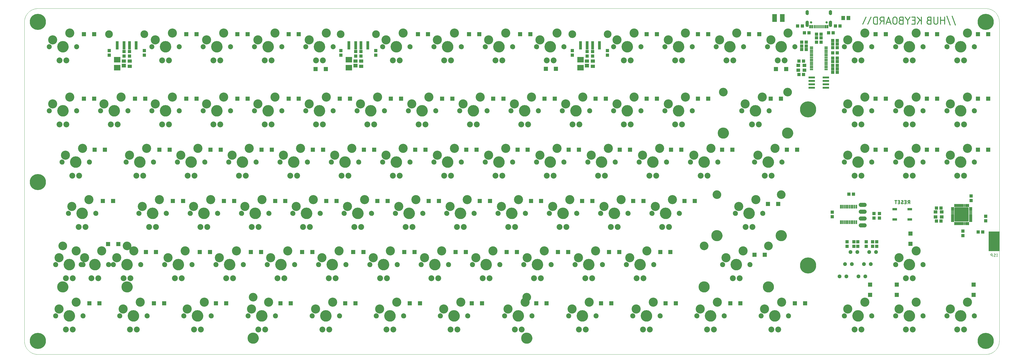
<source format=gbs>
G04 EAGLE Gerber RS-274X export*
G75*
%MOMM*%
%FSLAX34Y34*%
%LPD*%
%INBottom solder mask*%
%IPPOS*%
%AMOC8*
5,1,8,0,0,1.08239X$1,22.5*%
G01*
%ADD10C,0.000000*%
%ADD11C,0.203200*%
%ADD12C,3.350000*%
%ADD13C,0.304800*%
%ADD14C,4.239400*%
%ADD15C,1.856881*%
%ADD16C,2.182000*%
%ADD17C,3.375800*%
%ADD18R,1.550000X1.550000*%
%ADD19R,1.150000X0.550000*%
%ADD20C,2.861400*%
%ADD21R,1.050000X3.150000*%
%ADD22R,0.450000X1.166000*%
%ADD23R,0.750000X1.166000*%
%ADD24R,0.700000X1.166000*%
%ADD25C,0.800000*%
%ADD26C,0.679900*%
%ADD27C,0.225000*%
%ADD28R,3.452000X1.674000*%
%ADD29R,4.064000X7.366000*%
%ADD30R,1.450000X1.250000*%
%ADD31R,1.250000X1.150000*%
%ADD32R,1.150000X1.250000*%
%ADD33R,1.450000X1.650000*%
%ADD34R,2.350000X2.150000*%
%ADD35R,1.750000X2.850000*%
%ADD36R,2.350000X0.750000*%
%ADD37C,5.992000*%
%ADD38R,1.590000X1.150000*%
%ADD39R,1.590000X1.350000*%
%ADD40C,1.566000*%
%ADD41R,1.674000X0.912000*%
%ADD42C,3.198000*%
%ADD43C,4.137800*%
%ADD44R,0.500000X1.350000*%
%ADD45P,1.475081X8X22.500000*%

G36*
X2994334Y1216668D02*
X2994334Y1216668D01*
X2994339Y1216673D01*
X2994343Y1216669D01*
X2995440Y1216956D01*
X2995444Y1216962D01*
X2995449Y1216959D01*
X2996468Y1217454D01*
X2996471Y1217460D01*
X2996476Y1217459D01*
X2997379Y1218143D01*
X2997381Y1218150D01*
X2997386Y1218150D01*
X2998139Y1218997D01*
X2998139Y1219004D01*
X2998144Y1219005D01*
X2998717Y1219982D01*
X2998716Y1219985D01*
X2998717Y1219986D01*
X2998716Y1219987D01*
X2998716Y1219989D01*
X2998721Y1219991D01*
X2999092Y1221062D01*
X2999090Y1221067D01*
X2999093Y1221069D01*
X2999092Y1221070D01*
X2999094Y1221071D01*
X2999249Y1222193D01*
X2999246Y1222198D01*
X2999249Y1222200D01*
X2999249Y1234200D01*
X2999246Y1234205D01*
X2999249Y1234208D01*
X2999044Y1235475D01*
X2999038Y1235481D01*
X2999041Y1235486D01*
X2998559Y1236675D01*
X2998552Y1236679D01*
X2998554Y1236685D01*
X2997820Y1237738D01*
X2997812Y1237740D01*
X2997813Y1237746D01*
X2996863Y1238609D01*
X2996854Y1238610D01*
X2996854Y1238615D01*
X2995735Y1239245D01*
X2995727Y1239244D01*
X2995725Y1239250D01*
X2994495Y1239615D01*
X2994487Y1239612D01*
X2994484Y1239617D01*
X2993203Y1239699D01*
X2993197Y1239699D01*
X2991916Y1239617D01*
X2991910Y1239611D01*
X2991905Y1239615D01*
X2990675Y1239250D01*
X2990670Y1239243D01*
X2990665Y1239245D01*
X2989546Y1238615D01*
X2989543Y1238608D01*
X2989537Y1238609D01*
X2988587Y1237746D01*
X2988586Y1237738D01*
X2988580Y1237738D01*
X2987846Y1236685D01*
X2987846Y1236677D01*
X2987841Y1236675D01*
X2987359Y1235486D01*
X2987361Y1235480D01*
X2987357Y1235477D01*
X2987358Y1235476D01*
X2987356Y1235475D01*
X2987151Y1234208D01*
X2987154Y1234203D01*
X2987151Y1234200D01*
X2987151Y1222200D01*
X2987154Y1222196D01*
X2987151Y1222193D01*
X2987306Y1221071D01*
X2987311Y1221066D01*
X2987308Y1221062D01*
X2987679Y1219991D01*
X2987685Y1219987D01*
X2987683Y1219982D01*
X2988256Y1219005D01*
X2988262Y1219002D01*
X2988261Y1218997D01*
X2989014Y1218150D01*
X2989021Y1218148D01*
X2989021Y1218143D01*
X2989924Y1217459D01*
X2989931Y1217459D01*
X2989932Y1217454D01*
X2990951Y1216959D01*
X2990958Y1216961D01*
X2990960Y1216956D01*
X2992057Y1216669D01*
X2992063Y1216672D01*
X2992066Y1216668D01*
X2993197Y1216601D01*
X2993201Y1216603D01*
X2993203Y1216601D01*
X2994334Y1216668D01*
G37*
G36*
X2907934Y1216668D02*
X2907934Y1216668D01*
X2907939Y1216673D01*
X2907943Y1216669D01*
X2909040Y1216956D01*
X2909044Y1216962D01*
X2909049Y1216959D01*
X2910068Y1217454D01*
X2910071Y1217460D01*
X2910076Y1217459D01*
X2910979Y1218143D01*
X2910981Y1218150D01*
X2910986Y1218150D01*
X2911739Y1218997D01*
X2911739Y1219004D01*
X2911744Y1219005D01*
X2912317Y1219982D01*
X2912316Y1219985D01*
X2912317Y1219986D01*
X2912316Y1219987D01*
X2912316Y1219989D01*
X2912321Y1219991D01*
X2912692Y1221062D01*
X2912690Y1221067D01*
X2912693Y1221069D01*
X2912692Y1221070D01*
X2912694Y1221071D01*
X2912849Y1222193D01*
X2912846Y1222198D01*
X2912849Y1222200D01*
X2912849Y1234200D01*
X2912846Y1234205D01*
X2912849Y1234208D01*
X2912644Y1235475D01*
X2912638Y1235481D01*
X2912641Y1235486D01*
X2912159Y1236675D01*
X2912152Y1236679D01*
X2912154Y1236685D01*
X2911420Y1237738D01*
X2911412Y1237740D01*
X2911413Y1237746D01*
X2910463Y1238609D01*
X2910454Y1238610D01*
X2910454Y1238615D01*
X2909335Y1239245D01*
X2909327Y1239244D01*
X2909325Y1239250D01*
X2908095Y1239615D01*
X2908087Y1239612D01*
X2908084Y1239617D01*
X2906803Y1239699D01*
X2906797Y1239699D01*
X2905516Y1239617D01*
X2905510Y1239611D01*
X2905505Y1239615D01*
X2904275Y1239250D01*
X2904270Y1239243D01*
X2904265Y1239245D01*
X2903146Y1238615D01*
X2903143Y1238608D01*
X2903137Y1238609D01*
X2902187Y1237746D01*
X2902186Y1237738D01*
X2902180Y1237738D01*
X2901446Y1236685D01*
X2901446Y1236677D01*
X2901441Y1236675D01*
X2900959Y1235486D01*
X2900961Y1235480D01*
X2900957Y1235477D01*
X2900958Y1235476D01*
X2900956Y1235475D01*
X2900751Y1234208D01*
X2900754Y1234203D01*
X2900751Y1234200D01*
X2900751Y1222200D01*
X2900754Y1222196D01*
X2900751Y1222193D01*
X2900906Y1221071D01*
X2900911Y1221066D01*
X2900908Y1221062D01*
X2901279Y1219991D01*
X2901285Y1219987D01*
X2901283Y1219982D01*
X2901856Y1219005D01*
X2901862Y1219002D01*
X2901861Y1218997D01*
X2902614Y1218150D01*
X2902621Y1218148D01*
X2902621Y1218143D01*
X2903524Y1217459D01*
X2903531Y1217459D01*
X2903532Y1217454D01*
X2904551Y1216959D01*
X2904558Y1216961D01*
X2904560Y1216956D01*
X2905657Y1216669D01*
X2905663Y1216672D01*
X2905666Y1216668D01*
X2906797Y1216601D01*
X2906801Y1216603D01*
X2906803Y1216601D01*
X2907934Y1216668D01*
G37*
G36*
X2907980Y1261022D02*
X2907980Y1261022D01*
X2907985Y1261027D01*
X2907989Y1261024D01*
X2909118Y1261371D01*
X2909122Y1261377D01*
X2909127Y1261375D01*
X2910167Y1261936D01*
X2910170Y1261943D01*
X2910175Y1261941D01*
X2911084Y1262694D01*
X2911086Y1262701D01*
X2911091Y1262701D01*
X2911837Y1263617D01*
X2911837Y1263625D01*
X2911842Y1263625D01*
X2912394Y1264669D01*
X2912393Y1264676D01*
X2912395Y1264677D01*
X2912398Y1264678D01*
X2912736Y1265810D01*
X2912736Y1265812D01*
X2912737Y1265812D01*
X2912734Y1265816D01*
X2912734Y1265817D01*
X2912738Y1265819D01*
X2912849Y1266995D01*
X2912847Y1266998D01*
X2912849Y1267000D01*
X2912849Y1273000D01*
X2912847Y1273003D01*
X2912849Y1273005D01*
X2912729Y1274170D01*
X2912724Y1274176D01*
X2912727Y1274180D01*
X2912383Y1275299D01*
X2912377Y1275303D01*
X2912379Y1275308D01*
X2911823Y1276339D01*
X2911816Y1276342D01*
X2911817Y1276347D01*
X2911070Y1277249D01*
X2911063Y1277251D01*
X2911063Y1277256D01*
X2910155Y1277995D01*
X2910148Y1277995D01*
X2910147Y1278000D01*
X2909111Y1278548D01*
X2909104Y1278547D01*
X2909103Y1278552D01*
X2907980Y1278887D01*
X2907974Y1278885D01*
X2907971Y1278889D01*
X2906805Y1278999D01*
X2906798Y1278995D01*
X2906795Y1278999D01*
X2905465Y1278855D01*
X2905459Y1278849D01*
X2905454Y1278852D01*
X2904189Y1278416D01*
X2904184Y1278409D01*
X2904179Y1278411D01*
X2903043Y1277704D01*
X2903040Y1277696D01*
X2903035Y1277697D01*
X2902084Y1276755D01*
X2902083Y1276747D01*
X2902078Y1276746D01*
X2901361Y1275616D01*
X2901362Y1275608D01*
X2901356Y1275606D01*
X2900909Y1274345D01*
X2900911Y1274338D01*
X2900906Y1274335D01*
X2900751Y1273006D01*
X2900753Y1273002D01*
X2900751Y1273000D01*
X2900751Y1267000D01*
X2900753Y1266997D01*
X2900751Y1266995D01*
X2900897Y1265653D01*
X2900902Y1265647D01*
X2900899Y1265643D01*
X2901339Y1264367D01*
X2901346Y1264363D01*
X2901344Y1264357D01*
X2902057Y1263212D01*
X2902065Y1263209D01*
X2902064Y1263203D01*
X2903014Y1262245D01*
X2903022Y1262244D01*
X2903023Y1262238D01*
X2904162Y1261516D01*
X2904170Y1261517D01*
X2904172Y1261511D01*
X2905443Y1261060D01*
X2905451Y1261063D01*
X2905454Y1261058D01*
X2906794Y1260901D01*
X2906801Y1260905D01*
X2906805Y1260901D01*
X2907980Y1261022D01*
G37*
G36*
X2994380Y1261022D02*
X2994380Y1261022D01*
X2994385Y1261027D01*
X2994389Y1261024D01*
X2995518Y1261371D01*
X2995522Y1261377D01*
X2995527Y1261375D01*
X2996567Y1261936D01*
X2996570Y1261943D01*
X2996575Y1261941D01*
X2997484Y1262694D01*
X2997486Y1262701D01*
X2997491Y1262701D01*
X2998237Y1263617D01*
X2998237Y1263625D01*
X2998242Y1263625D01*
X2998794Y1264669D01*
X2998793Y1264676D01*
X2998795Y1264677D01*
X2998798Y1264678D01*
X2999136Y1265810D01*
X2999136Y1265812D01*
X2999137Y1265812D01*
X2999134Y1265816D01*
X2999134Y1265817D01*
X2999138Y1265819D01*
X2999249Y1266995D01*
X2999247Y1266998D01*
X2999249Y1267000D01*
X2999249Y1273000D01*
X2999247Y1273003D01*
X2999249Y1273005D01*
X2999129Y1274170D01*
X2999124Y1274176D01*
X2999127Y1274180D01*
X2998783Y1275299D01*
X2998777Y1275303D01*
X2998779Y1275308D01*
X2998223Y1276339D01*
X2998216Y1276342D01*
X2998217Y1276347D01*
X2997470Y1277249D01*
X2997463Y1277251D01*
X2997463Y1277256D01*
X2996555Y1277995D01*
X2996548Y1277995D01*
X2996547Y1278000D01*
X2995511Y1278548D01*
X2995504Y1278547D01*
X2995503Y1278552D01*
X2994380Y1278887D01*
X2994374Y1278885D01*
X2994371Y1278889D01*
X2993205Y1278999D01*
X2993198Y1278995D01*
X2993195Y1278999D01*
X2991865Y1278855D01*
X2991859Y1278849D01*
X2991854Y1278852D01*
X2990589Y1278416D01*
X2990584Y1278409D01*
X2990579Y1278411D01*
X2989443Y1277704D01*
X2989440Y1277696D01*
X2989435Y1277697D01*
X2988484Y1276755D01*
X2988483Y1276747D01*
X2988478Y1276746D01*
X2987761Y1275616D01*
X2987762Y1275608D01*
X2987756Y1275606D01*
X2987309Y1274345D01*
X2987311Y1274338D01*
X2987306Y1274335D01*
X2987151Y1273006D01*
X2987153Y1273002D01*
X2987151Y1273000D01*
X2987151Y1267000D01*
X2987153Y1266997D01*
X2987151Y1266995D01*
X2987297Y1265653D01*
X2987302Y1265647D01*
X2987299Y1265643D01*
X2987739Y1264367D01*
X2987746Y1264363D01*
X2987744Y1264357D01*
X2988457Y1263212D01*
X2988465Y1263209D01*
X2988464Y1263203D01*
X2989414Y1262245D01*
X2989422Y1262244D01*
X2989423Y1262238D01*
X2990562Y1261516D01*
X2990570Y1261517D01*
X2990572Y1261511D01*
X2991843Y1261060D01*
X2991851Y1261063D01*
X2991854Y1261058D01*
X2993194Y1260901D01*
X2993201Y1260905D01*
X2993205Y1260901D01*
X2994380Y1261022D01*
G37*
D10*
X3570000Y1285000D02*
X50000Y1285000D01*
X48792Y1284985D01*
X47584Y1284942D01*
X46378Y1284869D01*
X45174Y1284767D01*
X43973Y1284635D01*
X42776Y1284475D01*
X41582Y1284286D01*
X40394Y1284069D01*
X39211Y1283822D01*
X38034Y1283547D01*
X36865Y1283244D01*
X35703Y1282912D01*
X34549Y1282553D01*
X33405Y1282166D01*
X32270Y1281751D01*
X31145Y1281309D01*
X30032Y1280840D01*
X28930Y1280344D01*
X27840Y1279821D01*
X26764Y1279273D01*
X25701Y1278698D01*
X24652Y1278098D01*
X23618Y1277473D01*
X22599Y1276824D01*
X21597Y1276149D01*
X20611Y1275451D01*
X19642Y1274729D01*
X18691Y1273984D01*
X17758Y1273216D01*
X16844Y1272426D01*
X15949Y1271613D01*
X15074Y1270780D01*
X14220Y1269926D01*
X13387Y1269051D01*
X12574Y1268156D01*
X11784Y1267242D01*
X11016Y1266309D01*
X10271Y1265358D01*
X9549Y1264389D01*
X8851Y1263403D01*
X8176Y1262401D01*
X7527Y1261382D01*
X6902Y1260348D01*
X6302Y1259299D01*
X5727Y1258236D01*
X5179Y1257160D01*
X4656Y1256070D01*
X4160Y1254968D01*
X3691Y1253855D01*
X3249Y1252730D01*
X2834Y1251595D01*
X2447Y1250451D01*
X2088Y1249297D01*
X1756Y1248135D01*
X1453Y1246966D01*
X1178Y1245789D01*
X931Y1244606D01*
X714Y1243418D01*
X525Y1242224D01*
X365Y1241027D01*
X233Y1239826D01*
X131Y1238622D01*
X58Y1237416D01*
X15Y1236208D01*
X0Y1235000D01*
X0Y50000D01*
X15Y48792D01*
X58Y47584D01*
X131Y46378D01*
X233Y45174D01*
X365Y43973D01*
X525Y42776D01*
X714Y41582D01*
X931Y40394D01*
X1178Y39211D01*
X1453Y38034D01*
X1756Y36865D01*
X2088Y35703D01*
X2447Y34549D01*
X2834Y33405D01*
X3249Y32270D01*
X3691Y31145D01*
X4160Y30032D01*
X4656Y28930D01*
X5179Y27840D01*
X5727Y26764D01*
X6302Y25701D01*
X6902Y24652D01*
X7527Y23618D01*
X8176Y22599D01*
X8851Y21597D01*
X9549Y20611D01*
X10271Y19642D01*
X11016Y18691D01*
X11784Y17758D01*
X12574Y16844D01*
X13387Y15949D01*
X14220Y15074D01*
X15074Y14220D01*
X15949Y13387D01*
X16844Y12574D01*
X17758Y11784D01*
X18691Y11016D01*
X19642Y10271D01*
X20611Y9549D01*
X21597Y8851D01*
X22599Y8176D01*
X23618Y7527D01*
X24652Y6902D01*
X25701Y6302D01*
X26764Y5727D01*
X27840Y5179D01*
X28930Y4656D01*
X30032Y4160D01*
X31145Y3691D01*
X32270Y3249D01*
X33405Y2834D01*
X34549Y2447D01*
X35703Y2088D01*
X36865Y1756D01*
X38034Y1453D01*
X39211Y1178D01*
X40394Y931D01*
X41582Y714D01*
X42776Y525D01*
X43973Y365D01*
X45174Y233D01*
X46378Y131D01*
X47584Y58D01*
X48792Y15D01*
X50000Y0D01*
X3570000Y0D01*
X3571208Y15D01*
X3572416Y58D01*
X3573622Y131D01*
X3574826Y233D01*
X3576027Y365D01*
X3577224Y525D01*
X3578418Y714D01*
X3579606Y931D01*
X3580789Y1178D01*
X3581966Y1453D01*
X3583135Y1756D01*
X3584297Y2088D01*
X3585451Y2447D01*
X3586595Y2834D01*
X3587730Y3249D01*
X3588855Y3691D01*
X3589968Y4160D01*
X3591070Y4656D01*
X3592160Y5179D01*
X3593236Y5727D01*
X3594299Y6302D01*
X3595348Y6902D01*
X3596382Y7527D01*
X3597401Y8176D01*
X3598403Y8851D01*
X3599389Y9549D01*
X3600358Y10271D01*
X3601309Y11016D01*
X3602242Y11784D01*
X3603156Y12574D01*
X3604051Y13387D01*
X3604926Y14220D01*
X3605780Y15074D01*
X3606613Y15949D01*
X3607426Y16844D01*
X3608216Y17758D01*
X3608984Y18691D01*
X3609729Y19642D01*
X3610451Y20611D01*
X3611149Y21597D01*
X3611824Y22599D01*
X3612473Y23618D01*
X3613098Y24652D01*
X3613698Y25701D01*
X3614273Y26764D01*
X3614821Y27840D01*
X3615344Y28930D01*
X3615840Y30032D01*
X3616309Y31145D01*
X3616751Y32270D01*
X3617166Y33405D01*
X3617553Y34549D01*
X3617912Y35703D01*
X3618244Y36865D01*
X3618547Y38034D01*
X3618822Y39211D01*
X3619069Y40394D01*
X3619286Y41582D01*
X3619475Y42776D01*
X3619635Y43973D01*
X3619767Y45174D01*
X3619869Y46378D01*
X3619942Y47584D01*
X3619985Y48792D01*
X3620000Y50000D01*
X3620000Y1235000D01*
X3619985Y1236208D01*
X3619942Y1237416D01*
X3619869Y1238622D01*
X3619767Y1239826D01*
X3619635Y1241027D01*
X3619475Y1242224D01*
X3619286Y1243418D01*
X3619069Y1244606D01*
X3618822Y1245789D01*
X3618547Y1246966D01*
X3618244Y1248135D01*
X3617912Y1249297D01*
X3617553Y1250451D01*
X3617166Y1251595D01*
X3616751Y1252730D01*
X3616309Y1253855D01*
X3615840Y1254968D01*
X3615344Y1256070D01*
X3614821Y1257160D01*
X3614273Y1258236D01*
X3613698Y1259299D01*
X3613098Y1260348D01*
X3612473Y1261382D01*
X3611824Y1262401D01*
X3611149Y1263403D01*
X3610451Y1264389D01*
X3609729Y1265358D01*
X3608984Y1266309D01*
X3608216Y1267242D01*
X3607426Y1268156D01*
X3606613Y1269051D01*
X3605780Y1269926D01*
X3604926Y1270780D01*
X3604051Y1271613D01*
X3603156Y1272426D01*
X3602242Y1273216D01*
X3601309Y1273984D01*
X3600358Y1274729D01*
X3599389Y1275451D01*
X3598403Y1276149D01*
X3597401Y1276824D01*
X3596382Y1277473D01*
X3595348Y1278098D01*
X3594299Y1278698D01*
X3593236Y1279273D01*
X3592160Y1279821D01*
X3591070Y1280344D01*
X3589968Y1280840D01*
X3588855Y1281309D01*
X3587730Y1281751D01*
X3586595Y1282166D01*
X3585451Y1282553D01*
X3584297Y1282912D01*
X3583135Y1283244D01*
X3581966Y1283547D01*
X3580789Y1283822D01*
X3579606Y1284069D01*
X3578418Y1284286D01*
X3577224Y1284475D01*
X3576027Y1284635D01*
X3574826Y1284767D01*
X3573622Y1284869D01*
X3572416Y1284942D01*
X3571208Y1284985D01*
X3570000Y1285000D01*
D11*
X3611799Y373684D02*
X3611799Y363016D01*
X3612984Y363016D02*
X3610613Y363016D01*
X3610613Y373684D02*
X3612984Y373684D01*
X3602443Y363016D02*
X3602348Y363018D01*
X3602252Y363024D01*
X3602157Y363033D01*
X3602063Y363047D01*
X3601969Y363064D01*
X3601876Y363085D01*
X3601783Y363110D01*
X3601692Y363138D01*
X3601602Y363170D01*
X3601514Y363206D01*
X3601427Y363245D01*
X3601341Y363288D01*
X3601258Y363334D01*
X3601176Y363383D01*
X3601096Y363436D01*
X3601019Y363492D01*
X3600943Y363550D01*
X3600871Y363612D01*
X3600801Y363677D01*
X3600733Y363745D01*
X3600668Y363815D01*
X3600606Y363887D01*
X3600548Y363963D01*
X3600492Y364040D01*
X3600439Y364120D01*
X3600390Y364202D01*
X3600344Y364285D01*
X3600301Y364371D01*
X3600262Y364458D01*
X3600226Y364546D01*
X3600194Y364636D01*
X3600166Y364727D01*
X3600141Y364820D01*
X3600120Y364913D01*
X3600103Y365007D01*
X3600089Y365101D01*
X3600080Y365196D01*
X3600074Y365292D01*
X3600072Y365387D01*
X3602443Y363016D02*
X3602579Y363018D01*
X3602716Y363023D01*
X3602852Y363033D01*
X3602987Y363046D01*
X3603123Y363062D01*
X3603257Y363083D01*
X3603392Y363107D01*
X3603525Y363134D01*
X3603658Y363166D01*
X3603790Y363200D01*
X3603921Y363239D01*
X3604050Y363281D01*
X3604179Y363326D01*
X3604306Y363375D01*
X3604432Y363428D01*
X3604556Y363484D01*
X3604679Y363543D01*
X3604800Y363605D01*
X3604920Y363671D01*
X3605037Y363740D01*
X3605153Y363813D01*
X3605267Y363888D01*
X3605378Y363966D01*
X3605487Y364048D01*
X3605595Y364132D01*
X3605699Y364219D01*
X3605802Y364309D01*
X3605902Y364402D01*
X3605999Y364498D01*
X3605703Y371313D02*
X3605701Y371408D01*
X3605695Y371504D01*
X3605686Y371599D01*
X3605672Y371693D01*
X3605655Y371787D01*
X3605634Y371880D01*
X3605609Y371973D01*
X3605581Y372064D01*
X3605549Y372154D01*
X3605513Y372242D01*
X3605474Y372329D01*
X3605431Y372415D01*
X3605385Y372499D01*
X3605336Y372580D01*
X3605283Y372660D01*
X3605227Y372737D01*
X3605169Y372813D01*
X3605107Y372885D01*
X3605042Y372955D01*
X3604974Y373023D01*
X3604904Y373088D01*
X3604832Y373150D01*
X3604756Y373208D01*
X3604679Y373264D01*
X3604599Y373317D01*
X3604518Y373366D01*
X3604434Y373412D01*
X3604348Y373455D01*
X3604261Y373494D01*
X3604173Y373530D01*
X3604083Y373562D01*
X3603992Y373590D01*
X3603899Y373615D01*
X3603806Y373636D01*
X3603712Y373653D01*
X3603618Y373667D01*
X3603523Y373676D01*
X3603427Y373682D01*
X3603332Y373684D01*
X3603202Y373682D01*
X3603072Y373676D01*
X3602942Y373667D01*
X3602813Y373654D01*
X3602684Y373637D01*
X3602556Y373616D01*
X3602428Y373591D01*
X3602301Y373563D01*
X3602175Y373531D01*
X3602050Y373495D01*
X3601926Y373456D01*
X3601804Y373413D01*
X3601682Y373367D01*
X3601562Y373316D01*
X3601444Y373263D01*
X3601327Y373206D01*
X3601212Y373146D01*
X3601098Y373082D01*
X3600987Y373015D01*
X3600877Y372945D01*
X3600770Y372871D01*
X3600665Y372795D01*
X3604518Y369238D02*
X3604599Y369289D01*
X3604679Y369343D01*
X3604757Y369399D01*
X3604832Y369459D01*
X3604905Y369522D01*
X3604975Y369588D01*
X3605042Y369656D01*
X3605107Y369727D01*
X3605169Y369801D01*
X3605228Y369877D01*
X3605284Y369955D01*
X3605336Y370036D01*
X3605386Y370118D01*
X3605432Y370203D01*
X3605474Y370289D01*
X3605514Y370377D01*
X3605549Y370466D01*
X3605581Y370557D01*
X3605610Y370649D01*
X3605634Y370742D01*
X3605655Y370835D01*
X3605672Y370930D01*
X3605686Y371025D01*
X3605695Y371121D01*
X3605701Y371217D01*
X3605703Y371313D01*
X3601258Y367462D02*
X3601176Y367411D01*
X3601096Y367357D01*
X3601018Y367301D01*
X3600943Y367241D01*
X3600870Y367178D01*
X3600800Y367112D01*
X3600733Y367044D01*
X3600668Y366973D01*
X3600606Y366899D01*
X3600547Y366823D01*
X3600491Y366745D01*
X3600439Y366664D01*
X3600389Y366582D01*
X3600343Y366497D01*
X3600301Y366411D01*
X3600261Y366323D01*
X3600226Y366234D01*
X3600194Y366143D01*
X3600165Y366051D01*
X3600141Y365958D01*
X3600120Y365865D01*
X3600103Y365770D01*
X3600089Y365675D01*
X3600080Y365579D01*
X3600074Y365483D01*
X3600072Y365387D01*
X3601258Y367461D02*
X3604517Y369239D01*
X3594315Y373684D02*
X3594315Y363016D01*
X3594315Y373684D02*
X3591352Y373684D01*
X3591245Y373682D01*
X3591138Y373676D01*
X3591032Y373667D01*
X3590926Y373653D01*
X3590820Y373636D01*
X3590715Y373615D01*
X3590611Y373590D01*
X3590508Y373561D01*
X3590406Y373529D01*
X3590305Y373493D01*
X3590206Y373453D01*
X3590108Y373410D01*
X3590012Y373363D01*
X3589917Y373313D01*
X3589824Y373260D01*
X3589734Y373203D01*
X3589645Y373143D01*
X3589559Y373080D01*
X3589475Y373014D01*
X3589393Y372944D01*
X3589314Y372872D01*
X3589238Y372797D01*
X3589164Y372719D01*
X3589094Y372639D01*
X3589026Y372556D01*
X3588961Y372471D01*
X3588900Y372384D01*
X3588841Y372294D01*
X3588786Y372203D01*
X3588734Y372109D01*
X3588686Y372013D01*
X3588641Y371916D01*
X3588599Y371818D01*
X3588562Y371718D01*
X3588527Y371616D01*
X3588497Y371514D01*
X3588470Y371410D01*
X3588447Y371306D01*
X3588428Y371200D01*
X3588413Y371094D01*
X3588401Y370988D01*
X3588393Y370881D01*
X3588389Y370774D01*
X3588389Y370668D01*
X3588393Y370561D01*
X3588401Y370454D01*
X3588413Y370348D01*
X3588428Y370242D01*
X3588447Y370136D01*
X3588470Y370032D01*
X3588497Y369928D01*
X3588527Y369826D01*
X3588562Y369724D01*
X3588599Y369624D01*
X3588641Y369526D01*
X3588686Y369429D01*
X3588734Y369333D01*
X3588786Y369240D01*
X3588841Y369148D01*
X3588900Y369058D01*
X3588961Y368971D01*
X3589026Y368886D01*
X3589094Y368803D01*
X3589164Y368723D01*
X3589238Y368645D01*
X3589314Y368570D01*
X3589393Y368498D01*
X3589475Y368428D01*
X3589559Y368362D01*
X3589645Y368299D01*
X3589734Y368239D01*
X3589824Y368182D01*
X3589917Y368129D01*
X3590012Y368079D01*
X3590108Y368032D01*
X3590206Y367989D01*
X3590305Y367949D01*
X3590406Y367913D01*
X3590508Y367881D01*
X3590611Y367852D01*
X3590715Y367827D01*
X3590820Y367806D01*
X3590926Y367789D01*
X3591032Y367775D01*
X3591138Y367766D01*
X3591245Y367760D01*
X3591352Y367758D01*
X3591352Y367757D02*
X3594315Y367757D01*
D10*
X34000Y50000D02*
X34005Y50393D01*
X34019Y50785D01*
X34043Y51177D01*
X34077Y51568D01*
X34120Y51959D01*
X34173Y52348D01*
X34236Y52735D01*
X34307Y53121D01*
X34389Y53506D01*
X34479Y53888D01*
X34580Y54267D01*
X34689Y54645D01*
X34808Y55019D01*
X34935Y55390D01*
X35072Y55758D01*
X35218Y56123D01*
X35373Y56484D01*
X35536Y56841D01*
X35708Y57194D01*
X35889Y57542D01*
X36079Y57886D01*
X36276Y58226D01*
X36482Y58560D01*
X36696Y58889D01*
X36919Y59213D01*
X37149Y59531D01*
X37386Y59844D01*
X37632Y60150D01*
X37885Y60451D01*
X38145Y60745D01*
X38412Y61033D01*
X38686Y61314D01*
X38967Y61588D01*
X39255Y61855D01*
X39549Y62115D01*
X39850Y62368D01*
X40156Y62614D01*
X40469Y62851D01*
X40787Y63081D01*
X41111Y63304D01*
X41440Y63518D01*
X41774Y63724D01*
X42114Y63921D01*
X42458Y64111D01*
X42806Y64292D01*
X43159Y64464D01*
X43516Y64627D01*
X43877Y64782D01*
X44242Y64928D01*
X44610Y65065D01*
X44981Y65192D01*
X45355Y65311D01*
X45733Y65420D01*
X46112Y65521D01*
X46494Y65611D01*
X46879Y65693D01*
X47265Y65764D01*
X47652Y65827D01*
X48041Y65880D01*
X48432Y65923D01*
X48823Y65957D01*
X49215Y65981D01*
X49607Y65995D01*
X50000Y66000D01*
X50393Y65995D01*
X50785Y65981D01*
X51177Y65957D01*
X51568Y65923D01*
X51959Y65880D01*
X52348Y65827D01*
X52735Y65764D01*
X53121Y65693D01*
X53506Y65611D01*
X53888Y65521D01*
X54267Y65420D01*
X54645Y65311D01*
X55019Y65192D01*
X55390Y65065D01*
X55758Y64928D01*
X56123Y64782D01*
X56484Y64627D01*
X56841Y64464D01*
X57194Y64292D01*
X57542Y64111D01*
X57886Y63921D01*
X58226Y63724D01*
X58560Y63518D01*
X58889Y63304D01*
X59213Y63081D01*
X59531Y62851D01*
X59844Y62614D01*
X60150Y62368D01*
X60451Y62115D01*
X60745Y61855D01*
X61033Y61588D01*
X61314Y61314D01*
X61588Y61033D01*
X61855Y60745D01*
X62115Y60451D01*
X62368Y60150D01*
X62614Y59844D01*
X62851Y59531D01*
X63081Y59213D01*
X63304Y58889D01*
X63518Y58560D01*
X63724Y58226D01*
X63921Y57886D01*
X64111Y57542D01*
X64292Y57194D01*
X64464Y56841D01*
X64627Y56484D01*
X64782Y56123D01*
X64928Y55758D01*
X65065Y55390D01*
X65192Y55019D01*
X65311Y54645D01*
X65420Y54267D01*
X65521Y53888D01*
X65611Y53506D01*
X65693Y53121D01*
X65764Y52735D01*
X65827Y52348D01*
X65880Y51959D01*
X65923Y51568D01*
X65957Y51177D01*
X65981Y50785D01*
X65995Y50393D01*
X66000Y50000D01*
X65995Y49607D01*
X65981Y49215D01*
X65957Y48823D01*
X65923Y48432D01*
X65880Y48041D01*
X65827Y47652D01*
X65764Y47265D01*
X65693Y46879D01*
X65611Y46494D01*
X65521Y46112D01*
X65420Y45733D01*
X65311Y45355D01*
X65192Y44981D01*
X65065Y44610D01*
X64928Y44242D01*
X64782Y43877D01*
X64627Y43516D01*
X64464Y43159D01*
X64292Y42806D01*
X64111Y42458D01*
X63921Y42114D01*
X63724Y41774D01*
X63518Y41440D01*
X63304Y41111D01*
X63081Y40787D01*
X62851Y40469D01*
X62614Y40156D01*
X62368Y39850D01*
X62115Y39549D01*
X61855Y39255D01*
X61588Y38967D01*
X61314Y38686D01*
X61033Y38412D01*
X60745Y38145D01*
X60451Y37885D01*
X60150Y37632D01*
X59844Y37386D01*
X59531Y37149D01*
X59213Y36919D01*
X58889Y36696D01*
X58560Y36482D01*
X58226Y36276D01*
X57886Y36079D01*
X57542Y35889D01*
X57194Y35708D01*
X56841Y35536D01*
X56484Y35373D01*
X56123Y35218D01*
X55758Y35072D01*
X55390Y34935D01*
X55019Y34808D01*
X54645Y34689D01*
X54267Y34580D01*
X53888Y34479D01*
X53506Y34389D01*
X53121Y34307D01*
X52735Y34236D01*
X52348Y34173D01*
X51959Y34120D01*
X51568Y34077D01*
X51177Y34043D01*
X50785Y34019D01*
X50393Y34005D01*
X50000Y34000D01*
X49607Y34005D01*
X49215Y34019D01*
X48823Y34043D01*
X48432Y34077D01*
X48041Y34120D01*
X47652Y34173D01*
X47265Y34236D01*
X46879Y34307D01*
X46494Y34389D01*
X46112Y34479D01*
X45733Y34580D01*
X45355Y34689D01*
X44981Y34808D01*
X44610Y34935D01*
X44242Y35072D01*
X43877Y35218D01*
X43516Y35373D01*
X43159Y35536D01*
X42806Y35708D01*
X42458Y35889D01*
X42114Y36079D01*
X41774Y36276D01*
X41440Y36482D01*
X41111Y36696D01*
X40787Y36919D01*
X40469Y37149D01*
X40156Y37386D01*
X39850Y37632D01*
X39549Y37885D01*
X39255Y38145D01*
X38967Y38412D01*
X38686Y38686D01*
X38412Y38967D01*
X38145Y39255D01*
X37885Y39549D01*
X37632Y39850D01*
X37386Y40156D01*
X37149Y40469D01*
X36919Y40787D01*
X36696Y41111D01*
X36482Y41440D01*
X36276Y41774D01*
X36079Y42114D01*
X35889Y42458D01*
X35708Y42806D01*
X35536Y43159D01*
X35373Y43516D01*
X35218Y43877D01*
X35072Y44242D01*
X34935Y44610D01*
X34808Y44981D01*
X34689Y45355D01*
X34580Y45733D01*
X34479Y46112D01*
X34389Y46494D01*
X34307Y46879D01*
X34236Y47265D01*
X34173Y47652D01*
X34120Y48041D01*
X34077Y48432D01*
X34043Y48823D01*
X34019Y49215D01*
X34005Y49607D01*
X34000Y50000D01*
D12*
X50000Y50000D03*
D10*
X34000Y1235000D02*
X34005Y1235393D01*
X34019Y1235785D01*
X34043Y1236177D01*
X34077Y1236568D01*
X34120Y1236959D01*
X34173Y1237348D01*
X34236Y1237735D01*
X34307Y1238121D01*
X34389Y1238506D01*
X34479Y1238888D01*
X34580Y1239267D01*
X34689Y1239645D01*
X34808Y1240019D01*
X34935Y1240390D01*
X35072Y1240758D01*
X35218Y1241123D01*
X35373Y1241484D01*
X35536Y1241841D01*
X35708Y1242194D01*
X35889Y1242542D01*
X36079Y1242886D01*
X36276Y1243226D01*
X36482Y1243560D01*
X36696Y1243889D01*
X36919Y1244213D01*
X37149Y1244531D01*
X37386Y1244844D01*
X37632Y1245150D01*
X37885Y1245451D01*
X38145Y1245745D01*
X38412Y1246033D01*
X38686Y1246314D01*
X38967Y1246588D01*
X39255Y1246855D01*
X39549Y1247115D01*
X39850Y1247368D01*
X40156Y1247614D01*
X40469Y1247851D01*
X40787Y1248081D01*
X41111Y1248304D01*
X41440Y1248518D01*
X41774Y1248724D01*
X42114Y1248921D01*
X42458Y1249111D01*
X42806Y1249292D01*
X43159Y1249464D01*
X43516Y1249627D01*
X43877Y1249782D01*
X44242Y1249928D01*
X44610Y1250065D01*
X44981Y1250192D01*
X45355Y1250311D01*
X45733Y1250420D01*
X46112Y1250521D01*
X46494Y1250611D01*
X46879Y1250693D01*
X47265Y1250764D01*
X47652Y1250827D01*
X48041Y1250880D01*
X48432Y1250923D01*
X48823Y1250957D01*
X49215Y1250981D01*
X49607Y1250995D01*
X50000Y1251000D01*
X50393Y1250995D01*
X50785Y1250981D01*
X51177Y1250957D01*
X51568Y1250923D01*
X51959Y1250880D01*
X52348Y1250827D01*
X52735Y1250764D01*
X53121Y1250693D01*
X53506Y1250611D01*
X53888Y1250521D01*
X54267Y1250420D01*
X54645Y1250311D01*
X55019Y1250192D01*
X55390Y1250065D01*
X55758Y1249928D01*
X56123Y1249782D01*
X56484Y1249627D01*
X56841Y1249464D01*
X57194Y1249292D01*
X57542Y1249111D01*
X57886Y1248921D01*
X58226Y1248724D01*
X58560Y1248518D01*
X58889Y1248304D01*
X59213Y1248081D01*
X59531Y1247851D01*
X59844Y1247614D01*
X60150Y1247368D01*
X60451Y1247115D01*
X60745Y1246855D01*
X61033Y1246588D01*
X61314Y1246314D01*
X61588Y1246033D01*
X61855Y1245745D01*
X62115Y1245451D01*
X62368Y1245150D01*
X62614Y1244844D01*
X62851Y1244531D01*
X63081Y1244213D01*
X63304Y1243889D01*
X63518Y1243560D01*
X63724Y1243226D01*
X63921Y1242886D01*
X64111Y1242542D01*
X64292Y1242194D01*
X64464Y1241841D01*
X64627Y1241484D01*
X64782Y1241123D01*
X64928Y1240758D01*
X65065Y1240390D01*
X65192Y1240019D01*
X65311Y1239645D01*
X65420Y1239267D01*
X65521Y1238888D01*
X65611Y1238506D01*
X65693Y1238121D01*
X65764Y1237735D01*
X65827Y1237348D01*
X65880Y1236959D01*
X65923Y1236568D01*
X65957Y1236177D01*
X65981Y1235785D01*
X65995Y1235393D01*
X66000Y1235000D01*
X65995Y1234607D01*
X65981Y1234215D01*
X65957Y1233823D01*
X65923Y1233432D01*
X65880Y1233041D01*
X65827Y1232652D01*
X65764Y1232265D01*
X65693Y1231879D01*
X65611Y1231494D01*
X65521Y1231112D01*
X65420Y1230733D01*
X65311Y1230355D01*
X65192Y1229981D01*
X65065Y1229610D01*
X64928Y1229242D01*
X64782Y1228877D01*
X64627Y1228516D01*
X64464Y1228159D01*
X64292Y1227806D01*
X64111Y1227458D01*
X63921Y1227114D01*
X63724Y1226774D01*
X63518Y1226440D01*
X63304Y1226111D01*
X63081Y1225787D01*
X62851Y1225469D01*
X62614Y1225156D01*
X62368Y1224850D01*
X62115Y1224549D01*
X61855Y1224255D01*
X61588Y1223967D01*
X61314Y1223686D01*
X61033Y1223412D01*
X60745Y1223145D01*
X60451Y1222885D01*
X60150Y1222632D01*
X59844Y1222386D01*
X59531Y1222149D01*
X59213Y1221919D01*
X58889Y1221696D01*
X58560Y1221482D01*
X58226Y1221276D01*
X57886Y1221079D01*
X57542Y1220889D01*
X57194Y1220708D01*
X56841Y1220536D01*
X56484Y1220373D01*
X56123Y1220218D01*
X55758Y1220072D01*
X55390Y1219935D01*
X55019Y1219808D01*
X54645Y1219689D01*
X54267Y1219580D01*
X53888Y1219479D01*
X53506Y1219389D01*
X53121Y1219307D01*
X52735Y1219236D01*
X52348Y1219173D01*
X51959Y1219120D01*
X51568Y1219077D01*
X51177Y1219043D01*
X50785Y1219019D01*
X50393Y1219005D01*
X50000Y1219000D01*
X49607Y1219005D01*
X49215Y1219019D01*
X48823Y1219043D01*
X48432Y1219077D01*
X48041Y1219120D01*
X47652Y1219173D01*
X47265Y1219236D01*
X46879Y1219307D01*
X46494Y1219389D01*
X46112Y1219479D01*
X45733Y1219580D01*
X45355Y1219689D01*
X44981Y1219808D01*
X44610Y1219935D01*
X44242Y1220072D01*
X43877Y1220218D01*
X43516Y1220373D01*
X43159Y1220536D01*
X42806Y1220708D01*
X42458Y1220889D01*
X42114Y1221079D01*
X41774Y1221276D01*
X41440Y1221482D01*
X41111Y1221696D01*
X40787Y1221919D01*
X40469Y1222149D01*
X40156Y1222386D01*
X39850Y1222632D01*
X39549Y1222885D01*
X39255Y1223145D01*
X38967Y1223412D01*
X38686Y1223686D01*
X38412Y1223967D01*
X38145Y1224255D01*
X37885Y1224549D01*
X37632Y1224850D01*
X37386Y1225156D01*
X37149Y1225469D01*
X36919Y1225787D01*
X36696Y1226111D01*
X36482Y1226440D01*
X36276Y1226774D01*
X36079Y1227114D01*
X35889Y1227458D01*
X35708Y1227806D01*
X35536Y1228159D01*
X35373Y1228516D01*
X35218Y1228877D01*
X35072Y1229242D01*
X34935Y1229610D01*
X34808Y1229981D01*
X34689Y1230355D01*
X34580Y1230733D01*
X34479Y1231112D01*
X34389Y1231494D01*
X34307Y1231879D01*
X34236Y1232265D01*
X34173Y1232652D01*
X34120Y1233041D01*
X34077Y1233432D01*
X34043Y1233823D01*
X34019Y1234215D01*
X34005Y1234607D01*
X34000Y1235000D01*
D12*
X50000Y1235000D03*
D10*
X2894000Y330000D02*
X2894005Y330393D01*
X2894019Y330785D01*
X2894043Y331177D01*
X2894077Y331568D01*
X2894120Y331959D01*
X2894173Y332348D01*
X2894236Y332735D01*
X2894307Y333121D01*
X2894389Y333506D01*
X2894479Y333888D01*
X2894580Y334267D01*
X2894689Y334645D01*
X2894808Y335019D01*
X2894935Y335390D01*
X2895072Y335758D01*
X2895218Y336123D01*
X2895373Y336484D01*
X2895536Y336841D01*
X2895708Y337194D01*
X2895889Y337542D01*
X2896079Y337886D01*
X2896276Y338226D01*
X2896482Y338560D01*
X2896696Y338889D01*
X2896919Y339213D01*
X2897149Y339531D01*
X2897386Y339844D01*
X2897632Y340150D01*
X2897885Y340451D01*
X2898145Y340745D01*
X2898412Y341033D01*
X2898686Y341314D01*
X2898967Y341588D01*
X2899255Y341855D01*
X2899549Y342115D01*
X2899850Y342368D01*
X2900156Y342614D01*
X2900469Y342851D01*
X2900787Y343081D01*
X2901111Y343304D01*
X2901440Y343518D01*
X2901774Y343724D01*
X2902114Y343921D01*
X2902458Y344111D01*
X2902806Y344292D01*
X2903159Y344464D01*
X2903516Y344627D01*
X2903877Y344782D01*
X2904242Y344928D01*
X2904610Y345065D01*
X2904981Y345192D01*
X2905355Y345311D01*
X2905733Y345420D01*
X2906112Y345521D01*
X2906494Y345611D01*
X2906879Y345693D01*
X2907265Y345764D01*
X2907652Y345827D01*
X2908041Y345880D01*
X2908432Y345923D01*
X2908823Y345957D01*
X2909215Y345981D01*
X2909607Y345995D01*
X2910000Y346000D01*
X2910393Y345995D01*
X2910785Y345981D01*
X2911177Y345957D01*
X2911568Y345923D01*
X2911959Y345880D01*
X2912348Y345827D01*
X2912735Y345764D01*
X2913121Y345693D01*
X2913506Y345611D01*
X2913888Y345521D01*
X2914267Y345420D01*
X2914645Y345311D01*
X2915019Y345192D01*
X2915390Y345065D01*
X2915758Y344928D01*
X2916123Y344782D01*
X2916484Y344627D01*
X2916841Y344464D01*
X2917194Y344292D01*
X2917542Y344111D01*
X2917886Y343921D01*
X2918226Y343724D01*
X2918560Y343518D01*
X2918889Y343304D01*
X2919213Y343081D01*
X2919531Y342851D01*
X2919844Y342614D01*
X2920150Y342368D01*
X2920451Y342115D01*
X2920745Y341855D01*
X2921033Y341588D01*
X2921314Y341314D01*
X2921588Y341033D01*
X2921855Y340745D01*
X2922115Y340451D01*
X2922368Y340150D01*
X2922614Y339844D01*
X2922851Y339531D01*
X2923081Y339213D01*
X2923304Y338889D01*
X2923518Y338560D01*
X2923724Y338226D01*
X2923921Y337886D01*
X2924111Y337542D01*
X2924292Y337194D01*
X2924464Y336841D01*
X2924627Y336484D01*
X2924782Y336123D01*
X2924928Y335758D01*
X2925065Y335390D01*
X2925192Y335019D01*
X2925311Y334645D01*
X2925420Y334267D01*
X2925521Y333888D01*
X2925611Y333506D01*
X2925693Y333121D01*
X2925764Y332735D01*
X2925827Y332348D01*
X2925880Y331959D01*
X2925923Y331568D01*
X2925957Y331177D01*
X2925981Y330785D01*
X2925995Y330393D01*
X2926000Y330000D01*
X2925995Y329607D01*
X2925981Y329215D01*
X2925957Y328823D01*
X2925923Y328432D01*
X2925880Y328041D01*
X2925827Y327652D01*
X2925764Y327265D01*
X2925693Y326879D01*
X2925611Y326494D01*
X2925521Y326112D01*
X2925420Y325733D01*
X2925311Y325355D01*
X2925192Y324981D01*
X2925065Y324610D01*
X2924928Y324242D01*
X2924782Y323877D01*
X2924627Y323516D01*
X2924464Y323159D01*
X2924292Y322806D01*
X2924111Y322458D01*
X2923921Y322114D01*
X2923724Y321774D01*
X2923518Y321440D01*
X2923304Y321111D01*
X2923081Y320787D01*
X2922851Y320469D01*
X2922614Y320156D01*
X2922368Y319850D01*
X2922115Y319549D01*
X2921855Y319255D01*
X2921588Y318967D01*
X2921314Y318686D01*
X2921033Y318412D01*
X2920745Y318145D01*
X2920451Y317885D01*
X2920150Y317632D01*
X2919844Y317386D01*
X2919531Y317149D01*
X2919213Y316919D01*
X2918889Y316696D01*
X2918560Y316482D01*
X2918226Y316276D01*
X2917886Y316079D01*
X2917542Y315889D01*
X2917194Y315708D01*
X2916841Y315536D01*
X2916484Y315373D01*
X2916123Y315218D01*
X2915758Y315072D01*
X2915390Y314935D01*
X2915019Y314808D01*
X2914645Y314689D01*
X2914267Y314580D01*
X2913888Y314479D01*
X2913506Y314389D01*
X2913121Y314307D01*
X2912735Y314236D01*
X2912348Y314173D01*
X2911959Y314120D01*
X2911568Y314077D01*
X2911177Y314043D01*
X2910785Y314019D01*
X2910393Y314005D01*
X2910000Y314000D01*
X2909607Y314005D01*
X2909215Y314019D01*
X2908823Y314043D01*
X2908432Y314077D01*
X2908041Y314120D01*
X2907652Y314173D01*
X2907265Y314236D01*
X2906879Y314307D01*
X2906494Y314389D01*
X2906112Y314479D01*
X2905733Y314580D01*
X2905355Y314689D01*
X2904981Y314808D01*
X2904610Y314935D01*
X2904242Y315072D01*
X2903877Y315218D01*
X2903516Y315373D01*
X2903159Y315536D01*
X2902806Y315708D01*
X2902458Y315889D01*
X2902114Y316079D01*
X2901774Y316276D01*
X2901440Y316482D01*
X2901111Y316696D01*
X2900787Y316919D01*
X2900469Y317149D01*
X2900156Y317386D01*
X2899850Y317632D01*
X2899549Y317885D01*
X2899255Y318145D01*
X2898967Y318412D01*
X2898686Y318686D01*
X2898412Y318967D01*
X2898145Y319255D01*
X2897885Y319549D01*
X2897632Y319850D01*
X2897386Y320156D01*
X2897149Y320469D01*
X2896919Y320787D01*
X2896696Y321111D01*
X2896482Y321440D01*
X2896276Y321774D01*
X2896079Y322114D01*
X2895889Y322458D01*
X2895708Y322806D01*
X2895536Y323159D01*
X2895373Y323516D01*
X2895218Y323877D01*
X2895072Y324242D01*
X2894935Y324610D01*
X2894808Y324981D01*
X2894689Y325355D01*
X2894580Y325733D01*
X2894479Y326112D01*
X2894389Y326494D01*
X2894307Y326879D01*
X2894236Y327265D01*
X2894173Y327652D01*
X2894120Y328041D01*
X2894077Y328432D01*
X2894043Y328823D01*
X2894019Y329215D01*
X2894005Y329607D01*
X2894000Y330000D01*
D12*
X2910000Y330000D03*
D10*
X3554000Y50000D02*
X3554005Y50393D01*
X3554019Y50785D01*
X3554043Y51177D01*
X3554077Y51568D01*
X3554120Y51959D01*
X3554173Y52348D01*
X3554236Y52735D01*
X3554307Y53121D01*
X3554389Y53506D01*
X3554479Y53888D01*
X3554580Y54267D01*
X3554689Y54645D01*
X3554808Y55019D01*
X3554935Y55390D01*
X3555072Y55758D01*
X3555218Y56123D01*
X3555373Y56484D01*
X3555536Y56841D01*
X3555708Y57194D01*
X3555889Y57542D01*
X3556079Y57886D01*
X3556276Y58226D01*
X3556482Y58560D01*
X3556696Y58889D01*
X3556919Y59213D01*
X3557149Y59531D01*
X3557386Y59844D01*
X3557632Y60150D01*
X3557885Y60451D01*
X3558145Y60745D01*
X3558412Y61033D01*
X3558686Y61314D01*
X3558967Y61588D01*
X3559255Y61855D01*
X3559549Y62115D01*
X3559850Y62368D01*
X3560156Y62614D01*
X3560469Y62851D01*
X3560787Y63081D01*
X3561111Y63304D01*
X3561440Y63518D01*
X3561774Y63724D01*
X3562114Y63921D01*
X3562458Y64111D01*
X3562806Y64292D01*
X3563159Y64464D01*
X3563516Y64627D01*
X3563877Y64782D01*
X3564242Y64928D01*
X3564610Y65065D01*
X3564981Y65192D01*
X3565355Y65311D01*
X3565733Y65420D01*
X3566112Y65521D01*
X3566494Y65611D01*
X3566879Y65693D01*
X3567265Y65764D01*
X3567652Y65827D01*
X3568041Y65880D01*
X3568432Y65923D01*
X3568823Y65957D01*
X3569215Y65981D01*
X3569607Y65995D01*
X3570000Y66000D01*
X3570393Y65995D01*
X3570785Y65981D01*
X3571177Y65957D01*
X3571568Y65923D01*
X3571959Y65880D01*
X3572348Y65827D01*
X3572735Y65764D01*
X3573121Y65693D01*
X3573506Y65611D01*
X3573888Y65521D01*
X3574267Y65420D01*
X3574645Y65311D01*
X3575019Y65192D01*
X3575390Y65065D01*
X3575758Y64928D01*
X3576123Y64782D01*
X3576484Y64627D01*
X3576841Y64464D01*
X3577194Y64292D01*
X3577542Y64111D01*
X3577886Y63921D01*
X3578226Y63724D01*
X3578560Y63518D01*
X3578889Y63304D01*
X3579213Y63081D01*
X3579531Y62851D01*
X3579844Y62614D01*
X3580150Y62368D01*
X3580451Y62115D01*
X3580745Y61855D01*
X3581033Y61588D01*
X3581314Y61314D01*
X3581588Y61033D01*
X3581855Y60745D01*
X3582115Y60451D01*
X3582368Y60150D01*
X3582614Y59844D01*
X3582851Y59531D01*
X3583081Y59213D01*
X3583304Y58889D01*
X3583518Y58560D01*
X3583724Y58226D01*
X3583921Y57886D01*
X3584111Y57542D01*
X3584292Y57194D01*
X3584464Y56841D01*
X3584627Y56484D01*
X3584782Y56123D01*
X3584928Y55758D01*
X3585065Y55390D01*
X3585192Y55019D01*
X3585311Y54645D01*
X3585420Y54267D01*
X3585521Y53888D01*
X3585611Y53506D01*
X3585693Y53121D01*
X3585764Y52735D01*
X3585827Y52348D01*
X3585880Y51959D01*
X3585923Y51568D01*
X3585957Y51177D01*
X3585981Y50785D01*
X3585995Y50393D01*
X3586000Y50000D01*
X3585995Y49607D01*
X3585981Y49215D01*
X3585957Y48823D01*
X3585923Y48432D01*
X3585880Y48041D01*
X3585827Y47652D01*
X3585764Y47265D01*
X3585693Y46879D01*
X3585611Y46494D01*
X3585521Y46112D01*
X3585420Y45733D01*
X3585311Y45355D01*
X3585192Y44981D01*
X3585065Y44610D01*
X3584928Y44242D01*
X3584782Y43877D01*
X3584627Y43516D01*
X3584464Y43159D01*
X3584292Y42806D01*
X3584111Y42458D01*
X3583921Y42114D01*
X3583724Y41774D01*
X3583518Y41440D01*
X3583304Y41111D01*
X3583081Y40787D01*
X3582851Y40469D01*
X3582614Y40156D01*
X3582368Y39850D01*
X3582115Y39549D01*
X3581855Y39255D01*
X3581588Y38967D01*
X3581314Y38686D01*
X3581033Y38412D01*
X3580745Y38145D01*
X3580451Y37885D01*
X3580150Y37632D01*
X3579844Y37386D01*
X3579531Y37149D01*
X3579213Y36919D01*
X3578889Y36696D01*
X3578560Y36482D01*
X3578226Y36276D01*
X3577886Y36079D01*
X3577542Y35889D01*
X3577194Y35708D01*
X3576841Y35536D01*
X3576484Y35373D01*
X3576123Y35218D01*
X3575758Y35072D01*
X3575390Y34935D01*
X3575019Y34808D01*
X3574645Y34689D01*
X3574267Y34580D01*
X3573888Y34479D01*
X3573506Y34389D01*
X3573121Y34307D01*
X3572735Y34236D01*
X3572348Y34173D01*
X3571959Y34120D01*
X3571568Y34077D01*
X3571177Y34043D01*
X3570785Y34019D01*
X3570393Y34005D01*
X3570000Y34000D01*
X3569607Y34005D01*
X3569215Y34019D01*
X3568823Y34043D01*
X3568432Y34077D01*
X3568041Y34120D01*
X3567652Y34173D01*
X3567265Y34236D01*
X3566879Y34307D01*
X3566494Y34389D01*
X3566112Y34479D01*
X3565733Y34580D01*
X3565355Y34689D01*
X3564981Y34808D01*
X3564610Y34935D01*
X3564242Y35072D01*
X3563877Y35218D01*
X3563516Y35373D01*
X3563159Y35536D01*
X3562806Y35708D01*
X3562458Y35889D01*
X3562114Y36079D01*
X3561774Y36276D01*
X3561440Y36482D01*
X3561111Y36696D01*
X3560787Y36919D01*
X3560469Y37149D01*
X3560156Y37386D01*
X3559850Y37632D01*
X3559549Y37885D01*
X3559255Y38145D01*
X3558967Y38412D01*
X3558686Y38686D01*
X3558412Y38967D01*
X3558145Y39255D01*
X3557885Y39549D01*
X3557632Y39850D01*
X3557386Y40156D01*
X3557149Y40469D01*
X3556919Y40787D01*
X3556696Y41111D01*
X3556482Y41440D01*
X3556276Y41774D01*
X3556079Y42114D01*
X3555889Y42458D01*
X3555708Y42806D01*
X3555536Y43159D01*
X3555373Y43516D01*
X3555218Y43877D01*
X3555072Y44242D01*
X3554935Y44610D01*
X3554808Y44981D01*
X3554689Y45355D01*
X3554580Y45733D01*
X3554479Y46112D01*
X3554389Y46494D01*
X3554307Y46879D01*
X3554236Y47265D01*
X3554173Y47652D01*
X3554120Y48041D01*
X3554077Y48432D01*
X3554043Y48823D01*
X3554019Y49215D01*
X3554005Y49607D01*
X3554000Y50000D01*
D12*
X3570000Y50000D03*
D10*
X3554000Y1235000D02*
X3554005Y1235393D01*
X3554019Y1235785D01*
X3554043Y1236177D01*
X3554077Y1236568D01*
X3554120Y1236959D01*
X3554173Y1237348D01*
X3554236Y1237735D01*
X3554307Y1238121D01*
X3554389Y1238506D01*
X3554479Y1238888D01*
X3554580Y1239267D01*
X3554689Y1239645D01*
X3554808Y1240019D01*
X3554935Y1240390D01*
X3555072Y1240758D01*
X3555218Y1241123D01*
X3555373Y1241484D01*
X3555536Y1241841D01*
X3555708Y1242194D01*
X3555889Y1242542D01*
X3556079Y1242886D01*
X3556276Y1243226D01*
X3556482Y1243560D01*
X3556696Y1243889D01*
X3556919Y1244213D01*
X3557149Y1244531D01*
X3557386Y1244844D01*
X3557632Y1245150D01*
X3557885Y1245451D01*
X3558145Y1245745D01*
X3558412Y1246033D01*
X3558686Y1246314D01*
X3558967Y1246588D01*
X3559255Y1246855D01*
X3559549Y1247115D01*
X3559850Y1247368D01*
X3560156Y1247614D01*
X3560469Y1247851D01*
X3560787Y1248081D01*
X3561111Y1248304D01*
X3561440Y1248518D01*
X3561774Y1248724D01*
X3562114Y1248921D01*
X3562458Y1249111D01*
X3562806Y1249292D01*
X3563159Y1249464D01*
X3563516Y1249627D01*
X3563877Y1249782D01*
X3564242Y1249928D01*
X3564610Y1250065D01*
X3564981Y1250192D01*
X3565355Y1250311D01*
X3565733Y1250420D01*
X3566112Y1250521D01*
X3566494Y1250611D01*
X3566879Y1250693D01*
X3567265Y1250764D01*
X3567652Y1250827D01*
X3568041Y1250880D01*
X3568432Y1250923D01*
X3568823Y1250957D01*
X3569215Y1250981D01*
X3569607Y1250995D01*
X3570000Y1251000D01*
X3570393Y1250995D01*
X3570785Y1250981D01*
X3571177Y1250957D01*
X3571568Y1250923D01*
X3571959Y1250880D01*
X3572348Y1250827D01*
X3572735Y1250764D01*
X3573121Y1250693D01*
X3573506Y1250611D01*
X3573888Y1250521D01*
X3574267Y1250420D01*
X3574645Y1250311D01*
X3575019Y1250192D01*
X3575390Y1250065D01*
X3575758Y1249928D01*
X3576123Y1249782D01*
X3576484Y1249627D01*
X3576841Y1249464D01*
X3577194Y1249292D01*
X3577542Y1249111D01*
X3577886Y1248921D01*
X3578226Y1248724D01*
X3578560Y1248518D01*
X3578889Y1248304D01*
X3579213Y1248081D01*
X3579531Y1247851D01*
X3579844Y1247614D01*
X3580150Y1247368D01*
X3580451Y1247115D01*
X3580745Y1246855D01*
X3581033Y1246588D01*
X3581314Y1246314D01*
X3581588Y1246033D01*
X3581855Y1245745D01*
X3582115Y1245451D01*
X3582368Y1245150D01*
X3582614Y1244844D01*
X3582851Y1244531D01*
X3583081Y1244213D01*
X3583304Y1243889D01*
X3583518Y1243560D01*
X3583724Y1243226D01*
X3583921Y1242886D01*
X3584111Y1242542D01*
X3584292Y1242194D01*
X3584464Y1241841D01*
X3584627Y1241484D01*
X3584782Y1241123D01*
X3584928Y1240758D01*
X3585065Y1240390D01*
X3585192Y1240019D01*
X3585311Y1239645D01*
X3585420Y1239267D01*
X3585521Y1238888D01*
X3585611Y1238506D01*
X3585693Y1238121D01*
X3585764Y1237735D01*
X3585827Y1237348D01*
X3585880Y1236959D01*
X3585923Y1236568D01*
X3585957Y1236177D01*
X3585981Y1235785D01*
X3585995Y1235393D01*
X3586000Y1235000D01*
X3585995Y1234607D01*
X3585981Y1234215D01*
X3585957Y1233823D01*
X3585923Y1233432D01*
X3585880Y1233041D01*
X3585827Y1232652D01*
X3585764Y1232265D01*
X3585693Y1231879D01*
X3585611Y1231494D01*
X3585521Y1231112D01*
X3585420Y1230733D01*
X3585311Y1230355D01*
X3585192Y1229981D01*
X3585065Y1229610D01*
X3584928Y1229242D01*
X3584782Y1228877D01*
X3584627Y1228516D01*
X3584464Y1228159D01*
X3584292Y1227806D01*
X3584111Y1227458D01*
X3583921Y1227114D01*
X3583724Y1226774D01*
X3583518Y1226440D01*
X3583304Y1226111D01*
X3583081Y1225787D01*
X3582851Y1225469D01*
X3582614Y1225156D01*
X3582368Y1224850D01*
X3582115Y1224549D01*
X3581855Y1224255D01*
X3581588Y1223967D01*
X3581314Y1223686D01*
X3581033Y1223412D01*
X3580745Y1223145D01*
X3580451Y1222885D01*
X3580150Y1222632D01*
X3579844Y1222386D01*
X3579531Y1222149D01*
X3579213Y1221919D01*
X3578889Y1221696D01*
X3578560Y1221482D01*
X3578226Y1221276D01*
X3577886Y1221079D01*
X3577542Y1220889D01*
X3577194Y1220708D01*
X3576841Y1220536D01*
X3576484Y1220373D01*
X3576123Y1220218D01*
X3575758Y1220072D01*
X3575390Y1219935D01*
X3575019Y1219808D01*
X3574645Y1219689D01*
X3574267Y1219580D01*
X3573888Y1219479D01*
X3573506Y1219389D01*
X3573121Y1219307D01*
X3572735Y1219236D01*
X3572348Y1219173D01*
X3571959Y1219120D01*
X3571568Y1219077D01*
X3571177Y1219043D01*
X3570785Y1219019D01*
X3570393Y1219005D01*
X3570000Y1219000D01*
X3569607Y1219005D01*
X3569215Y1219019D01*
X3568823Y1219043D01*
X3568432Y1219077D01*
X3568041Y1219120D01*
X3567652Y1219173D01*
X3567265Y1219236D01*
X3566879Y1219307D01*
X3566494Y1219389D01*
X3566112Y1219479D01*
X3565733Y1219580D01*
X3565355Y1219689D01*
X3564981Y1219808D01*
X3564610Y1219935D01*
X3564242Y1220072D01*
X3563877Y1220218D01*
X3563516Y1220373D01*
X3563159Y1220536D01*
X3562806Y1220708D01*
X3562458Y1220889D01*
X3562114Y1221079D01*
X3561774Y1221276D01*
X3561440Y1221482D01*
X3561111Y1221696D01*
X3560787Y1221919D01*
X3560469Y1222149D01*
X3560156Y1222386D01*
X3559850Y1222632D01*
X3559549Y1222885D01*
X3559255Y1223145D01*
X3558967Y1223412D01*
X3558686Y1223686D01*
X3558412Y1223967D01*
X3558145Y1224255D01*
X3557885Y1224549D01*
X3557632Y1224850D01*
X3557386Y1225156D01*
X3557149Y1225469D01*
X3556919Y1225787D01*
X3556696Y1226111D01*
X3556482Y1226440D01*
X3556276Y1226774D01*
X3556079Y1227114D01*
X3555889Y1227458D01*
X3555708Y1227806D01*
X3555536Y1228159D01*
X3555373Y1228516D01*
X3555218Y1228877D01*
X3555072Y1229242D01*
X3554935Y1229610D01*
X3554808Y1229981D01*
X3554689Y1230355D01*
X3554580Y1230733D01*
X3554479Y1231112D01*
X3554389Y1231494D01*
X3554307Y1231879D01*
X3554236Y1232265D01*
X3554173Y1232652D01*
X3554120Y1233041D01*
X3554077Y1233432D01*
X3554043Y1233823D01*
X3554019Y1234215D01*
X3554005Y1234607D01*
X3554000Y1235000D01*
D12*
X3570000Y1235000D03*
D10*
X2894000Y910000D02*
X2894005Y910393D01*
X2894019Y910785D01*
X2894043Y911177D01*
X2894077Y911568D01*
X2894120Y911959D01*
X2894173Y912348D01*
X2894236Y912735D01*
X2894307Y913121D01*
X2894389Y913506D01*
X2894479Y913888D01*
X2894580Y914267D01*
X2894689Y914645D01*
X2894808Y915019D01*
X2894935Y915390D01*
X2895072Y915758D01*
X2895218Y916123D01*
X2895373Y916484D01*
X2895536Y916841D01*
X2895708Y917194D01*
X2895889Y917542D01*
X2896079Y917886D01*
X2896276Y918226D01*
X2896482Y918560D01*
X2896696Y918889D01*
X2896919Y919213D01*
X2897149Y919531D01*
X2897386Y919844D01*
X2897632Y920150D01*
X2897885Y920451D01*
X2898145Y920745D01*
X2898412Y921033D01*
X2898686Y921314D01*
X2898967Y921588D01*
X2899255Y921855D01*
X2899549Y922115D01*
X2899850Y922368D01*
X2900156Y922614D01*
X2900469Y922851D01*
X2900787Y923081D01*
X2901111Y923304D01*
X2901440Y923518D01*
X2901774Y923724D01*
X2902114Y923921D01*
X2902458Y924111D01*
X2902806Y924292D01*
X2903159Y924464D01*
X2903516Y924627D01*
X2903877Y924782D01*
X2904242Y924928D01*
X2904610Y925065D01*
X2904981Y925192D01*
X2905355Y925311D01*
X2905733Y925420D01*
X2906112Y925521D01*
X2906494Y925611D01*
X2906879Y925693D01*
X2907265Y925764D01*
X2907652Y925827D01*
X2908041Y925880D01*
X2908432Y925923D01*
X2908823Y925957D01*
X2909215Y925981D01*
X2909607Y925995D01*
X2910000Y926000D01*
X2910393Y925995D01*
X2910785Y925981D01*
X2911177Y925957D01*
X2911568Y925923D01*
X2911959Y925880D01*
X2912348Y925827D01*
X2912735Y925764D01*
X2913121Y925693D01*
X2913506Y925611D01*
X2913888Y925521D01*
X2914267Y925420D01*
X2914645Y925311D01*
X2915019Y925192D01*
X2915390Y925065D01*
X2915758Y924928D01*
X2916123Y924782D01*
X2916484Y924627D01*
X2916841Y924464D01*
X2917194Y924292D01*
X2917542Y924111D01*
X2917886Y923921D01*
X2918226Y923724D01*
X2918560Y923518D01*
X2918889Y923304D01*
X2919213Y923081D01*
X2919531Y922851D01*
X2919844Y922614D01*
X2920150Y922368D01*
X2920451Y922115D01*
X2920745Y921855D01*
X2921033Y921588D01*
X2921314Y921314D01*
X2921588Y921033D01*
X2921855Y920745D01*
X2922115Y920451D01*
X2922368Y920150D01*
X2922614Y919844D01*
X2922851Y919531D01*
X2923081Y919213D01*
X2923304Y918889D01*
X2923518Y918560D01*
X2923724Y918226D01*
X2923921Y917886D01*
X2924111Y917542D01*
X2924292Y917194D01*
X2924464Y916841D01*
X2924627Y916484D01*
X2924782Y916123D01*
X2924928Y915758D01*
X2925065Y915390D01*
X2925192Y915019D01*
X2925311Y914645D01*
X2925420Y914267D01*
X2925521Y913888D01*
X2925611Y913506D01*
X2925693Y913121D01*
X2925764Y912735D01*
X2925827Y912348D01*
X2925880Y911959D01*
X2925923Y911568D01*
X2925957Y911177D01*
X2925981Y910785D01*
X2925995Y910393D01*
X2926000Y910000D01*
X2925995Y909607D01*
X2925981Y909215D01*
X2925957Y908823D01*
X2925923Y908432D01*
X2925880Y908041D01*
X2925827Y907652D01*
X2925764Y907265D01*
X2925693Y906879D01*
X2925611Y906494D01*
X2925521Y906112D01*
X2925420Y905733D01*
X2925311Y905355D01*
X2925192Y904981D01*
X2925065Y904610D01*
X2924928Y904242D01*
X2924782Y903877D01*
X2924627Y903516D01*
X2924464Y903159D01*
X2924292Y902806D01*
X2924111Y902458D01*
X2923921Y902114D01*
X2923724Y901774D01*
X2923518Y901440D01*
X2923304Y901111D01*
X2923081Y900787D01*
X2922851Y900469D01*
X2922614Y900156D01*
X2922368Y899850D01*
X2922115Y899549D01*
X2921855Y899255D01*
X2921588Y898967D01*
X2921314Y898686D01*
X2921033Y898412D01*
X2920745Y898145D01*
X2920451Y897885D01*
X2920150Y897632D01*
X2919844Y897386D01*
X2919531Y897149D01*
X2919213Y896919D01*
X2918889Y896696D01*
X2918560Y896482D01*
X2918226Y896276D01*
X2917886Y896079D01*
X2917542Y895889D01*
X2917194Y895708D01*
X2916841Y895536D01*
X2916484Y895373D01*
X2916123Y895218D01*
X2915758Y895072D01*
X2915390Y894935D01*
X2915019Y894808D01*
X2914645Y894689D01*
X2914267Y894580D01*
X2913888Y894479D01*
X2913506Y894389D01*
X2913121Y894307D01*
X2912735Y894236D01*
X2912348Y894173D01*
X2911959Y894120D01*
X2911568Y894077D01*
X2911177Y894043D01*
X2910785Y894019D01*
X2910393Y894005D01*
X2910000Y894000D01*
X2909607Y894005D01*
X2909215Y894019D01*
X2908823Y894043D01*
X2908432Y894077D01*
X2908041Y894120D01*
X2907652Y894173D01*
X2907265Y894236D01*
X2906879Y894307D01*
X2906494Y894389D01*
X2906112Y894479D01*
X2905733Y894580D01*
X2905355Y894689D01*
X2904981Y894808D01*
X2904610Y894935D01*
X2904242Y895072D01*
X2903877Y895218D01*
X2903516Y895373D01*
X2903159Y895536D01*
X2902806Y895708D01*
X2902458Y895889D01*
X2902114Y896079D01*
X2901774Y896276D01*
X2901440Y896482D01*
X2901111Y896696D01*
X2900787Y896919D01*
X2900469Y897149D01*
X2900156Y897386D01*
X2899850Y897632D01*
X2899549Y897885D01*
X2899255Y898145D01*
X2898967Y898412D01*
X2898686Y898686D01*
X2898412Y898967D01*
X2898145Y899255D01*
X2897885Y899549D01*
X2897632Y899850D01*
X2897386Y900156D01*
X2897149Y900469D01*
X2896919Y900787D01*
X2896696Y901111D01*
X2896482Y901440D01*
X2896276Y901774D01*
X2896079Y902114D01*
X2895889Y902458D01*
X2895708Y902806D01*
X2895536Y903159D01*
X2895373Y903516D01*
X2895218Y903877D01*
X2895072Y904242D01*
X2894935Y904610D01*
X2894808Y904981D01*
X2894689Y905355D01*
X2894580Y905733D01*
X2894479Y906112D01*
X2894389Y906494D01*
X2894307Y906879D01*
X2894236Y907265D01*
X2894173Y907652D01*
X2894120Y908041D01*
X2894077Y908432D01*
X2894043Y908823D01*
X2894019Y909215D01*
X2894005Y909607D01*
X2894000Y910000D01*
D12*
X2910000Y910000D03*
D10*
X34000Y640000D02*
X34005Y640393D01*
X34019Y640785D01*
X34043Y641177D01*
X34077Y641568D01*
X34120Y641959D01*
X34173Y642348D01*
X34236Y642735D01*
X34307Y643121D01*
X34389Y643506D01*
X34479Y643888D01*
X34580Y644267D01*
X34689Y644645D01*
X34808Y645019D01*
X34935Y645390D01*
X35072Y645758D01*
X35218Y646123D01*
X35373Y646484D01*
X35536Y646841D01*
X35708Y647194D01*
X35889Y647542D01*
X36079Y647886D01*
X36276Y648226D01*
X36482Y648560D01*
X36696Y648889D01*
X36919Y649213D01*
X37149Y649531D01*
X37386Y649844D01*
X37632Y650150D01*
X37885Y650451D01*
X38145Y650745D01*
X38412Y651033D01*
X38686Y651314D01*
X38967Y651588D01*
X39255Y651855D01*
X39549Y652115D01*
X39850Y652368D01*
X40156Y652614D01*
X40469Y652851D01*
X40787Y653081D01*
X41111Y653304D01*
X41440Y653518D01*
X41774Y653724D01*
X42114Y653921D01*
X42458Y654111D01*
X42806Y654292D01*
X43159Y654464D01*
X43516Y654627D01*
X43877Y654782D01*
X44242Y654928D01*
X44610Y655065D01*
X44981Y655192D01*
X45355Y655311D01*
X45733Y655420D01*
X46112Y655521D01*
X46494Y655611D01*
X46879Y655693D01*
X47265Y655764D01*
X47652Y655827D01*
X48041Y655880D01*
X48432Y655923D01*
X48823Y655957D01*
X49215Y655981D01*
X49607Y655995D01*
X50000Y656000D01*
X50393Y655995D01*
X50785Y655981D01*
X51177Y655957D01*
X51568Y655923D01*
X51959Y655880D01*
X52348Y655827D01*
X52735Y655764D01*
X53121Y655693D01*
X53506Y655611D01*
X53888Y655521D01*
X54267Y655420D01*
X54645Y655311D01*
X55019Y655192D01*
X55390Y655065D01*
X55758Y654928D01*
X56123Y654782D01*
X56484Y654627D01*
X56841Y654464D01*
X57194Y654292D01*
X57542Y654111D01*
X57886Y653921D01*
X58226Y653724D01*
X58560Y653518D01*
X58889Y653304D01*
X59213Y653081D01*
X59531Y652851D01*
X59844Y652614D01*
X60150Y652368D01*
X60451Y652115D01*
X60745Y651855D01*
X61033Y651588D01*
X61314Y651314D01*
X61588Y651033D01*
X61855Y650745D01*
X62115Y650451D01*
X62368Y650150D01*
X62614Y649844D01*
X62851Y649531D01*
X63081Y649213D01*
X63304Y648889D01*
X63518Y648560D01*
X63724Y648226D01*
X63921Y647886D01*
X64111Y647542D01*
X64292Y647194D01*
X64464Y646841D01*
X64627Y646484D01*
X64782Y646123D01*
X64928Y645758D01*
X65065Y645390D01*
X65192Y645019D01*
X65311Y644645D01*
X65420Y644267D01*
X65521Y643888D01*
X65611Y643506D01*
X65693Y643121D01*
X65764Y642735D01*
X65827Y642348D01*
X65880Y641959D01*
X65923Y641568D01*
X65957Y641177D01*
X65981Y640785D01*
X65995Y640393D01*
X66000Y640000D01*
X65995Y639607D01*
X65981Y639215D01*
X65957Y638823D01*
X65923Y638432D01*
X65880Y638041D01*
X65827Y637652D01*
X65764Y637265D01*
X65693Y636879D01*
X65611Y636494D01*
X65521Y636112D01*
X65420Y635733D01*
X65311Y635355D01*
X65192Y634981D01*
X65065Y634610D01*
X64928Y634242D01*
X64782Y633877D01*
X64627Y633516D01*
X64464Y633159D01*
X64292Y632806D01*
X64111Y632458D01*
X63921Y632114D01*
X63724Y631774D01*
X63518Y631440D01*
X63304Y631111D01*
X63081Y630787D01*
X62851Y630469D01*
X62614Y630156D01*
X62368Y629850D01*
X62115Y629549D01*
X61855Y629255D01*
X61588Y628967D01*
X61314Y628686D01*
X61033Y628412D01*
X60745Y628145D01*
X60451Y627885D01*
X60150Y627632D01*
X59844Y627386D01*
X59531Y627149D01*
X59213Y626919D01*
X58889Y626696D01*
X58560Y626482D01*
X58226Y626276D01*
X57886Y626079D01*
X57542Y625889D01*
X57194Y625708D01*
X56841Y625536D01*
X56484Y625373D01*
X56123Y625218D01*
X55758Y625072D01*
X55390Y624935D01*
X55019Y624808D01*
X54645Y624689D01*
X54267Y624580D01*
X53888Y624479D01*
X53506Y624389D01*
X53121Y624307D01*
X52735Y624236D01*
X52348Y624173D01*
X51959Y624120D01*
X51568Y624077D01*
X51177Y624043D01*
X50785Y624019D01*
X50393Y624005D01*
X50000Y624000D01*
X49607Y624005D01*
X49215Y624019D01*
X48823Y624043D01*
X48432Y624077D01*
X48041Y624120D01*
X47652Y624173D01*
X47265Y624236D01*
X46879Y624307D01*
X46494Y624389D01*
X46112Y624479D01*
X45733Y624580D01*
X45355Y624689D01*
X44981Y624808D01*
X44610Y624935D01*
X44242Y625072D01*
X43877Y625218D01*
X43516Y625373D01*
X43159Y625536D01*
X42806Y625708D01*
X42458Y625889D01*
X42114Y626079D01*
X41774Y626276D01*
X41440Y626482D01*
X41111Y626696D01*
X40787Y626919D01*
X40469Y627149D01*
X40156Y627386D01*
X39850Y627632D01*
X39549Y627885D01*
X39255Y628145D01*
X38967Y628412D01*
X38686Y628686D01*
X38412Y628967D01*
X38145Y629255D01*
X37885Y629549D01*
X37632Y629850D01*
X37386Y630156D01*
X37149Y630469D01*
X36919Y630787D01*
X36696Y631111D01*
X36482Y631440D01*
X36276Y631774D01*
X36079Y632114D01*
X35889Y632458D01*
X35708Y632806D01*
X35536Y633159D01*
X35373Y633516D01*
X35218Y633877D01*
X35072Y634242D01*
X34935Y634610D01*
X34808Y634981D01*
X34689Y635355D01*
X34580Y635733D01*
X34479Y636112D01*
X34389Y636494D01*
X34307Y636879D01*
X34236Y637265D01*
X34173Y637652D01*
X34120Y638041D01*
X34077Y638432D01*
X34043Y638823D01*
X34019Y639215D01*
X34005Y639607D01*
X34000Y640000D01*
D12*
X50000Y640000D03*
D13*
X3444779Y1256471D02*
X3456758Y1223529D01*
X3437858Y1223529D02*
X3425879Y1256471D01*
X3417305Y1253476D02*
X3417305Y1226524D01*
X3417305Y1241497D02*
X3402332Y1241497D01*
X3402332Y1253476D02*
X3402332Y1226524D01*
X3392105Y1234011D02*
X3392105Y1253476D01*
X3392105Y1234011D02*
X3392103Y1233829D01*
X3392096Y1233646D01*
X3392085Y1233464D01*
X3392070Y1233283D01*
X3392050Y1233102D01*
X3392025Y1232921D01*
X3391996Y1232741D01*
X3391963Y1232562D01*
X3391926Y1232383D01*
X3391884Y1232206D01*
X3391838Y1232029D01*
X3391788Y1231854D01*
X3391733Y1231680D01*
X3391674Y1231507D01*
X3391611Y1231336D01*
X3391544Y1231167D01*
X3391472Y1230999D01*
X3391397Y1230833D01*
X3391318Y1230669D01*
X3391234Y1230507D01*
X3391147Y1230347D01*
X3391056Y1230189D01*
X3390961Y1230033D01*
X3390862Y1229880D01*
X3390760Y1229729D01*
X3390654Y1229581D01*
X3390544Y1229435D01*
X3390431Y1229292D01*
X3390314Y1229152D01*
X3390194Y1229015D01*
X3390071Y1228880D01*
X3389944Y1228749D01*
X3389815Y1228621D01*
X3389682Y1228496D01*
X3389546Y1228374D01*
X3389407Y1228256D01*
X3389266Y1228141D01*
X3389121Y1228030D01*
X3388974Y1227922D01*
X3388825Y1227818D01*
X3388673Y1227717D01*
X3388518Y1227620D01*
X3388362Y1227527D01*
X3388202Y1227438D01*
X3388041Y1227352D01*
X3387878Y1227271D01*
X3387713Y1227194D01*
X3387546Y1227120D01*
X3387378Y1227051D01*
X3387207Y1226986D01*
X3387035Y1226925D01*
X3386862Y1226868D01*
X3386688Y1226816D01*
X3386512Y1226767D01*
X3386335Y1226723D01*
X3386157Y1226684D01*
X3385978Y1226649D01*
X3385798Y1226618D01*
X3385618Y1226591D01*
X3385437Y1226569D01*
X3385255Y1226551D01*
X3385074Y1226538D01*
X3384891Y1226529D01*
X3384709Y1226525D01*
X3384527Y1226525D01*
X3384345Y1226529D01*
X3384162Y1226538D01*
X3383981Y1226551D01*
X3383799Y1226569D01*
X3383618Y1226591D01*
X3383438Y1226618D01*
X3383258Y1226649D01*
X3383079Y1226684D01*
X3382901Y1226723D01*
X3382724Y1226767D01*
X3382548Y1226816D01*
X3382374Y1226868D01*
X3382201Y1226925D01*
X3382029Y1226986D01*
X3381858Y1227051D01*
X3381690Y1227120D01*
X3381523Y1227194D01*
X3381358Y1227271D01*
X3381195Y1227352D01*
X3381034Y1227438D01*
X3380875Y1227527D01*
X3380718Y1227620D01*
X3380563Y1227717D01*
X3380411Y1227818D01*
X3380262Y1227922D01*
X3380115Y1228030D01*
X3379970Y1228141D01*
X3379829Y1228256D01*
X3379690Y1228374D01*
X3379554Y1228496D01*
X3379421Y1228621D01*
X3379292Y1228749D01*
X3379165Y1228880D01*
X3379042Y1229015D01*
X3378922Y1229152D01*
X3378805Y1229292D01*
X3378692Y1229435D01*
X3378582Y1229581D01*
X3378476Y1229729D01*
X3378374Y1229880D01*
X3378275Y1230033D01*
X3378180Y1230189D01*
X3378089Y1230347D01*
X3378002Y1230507D01*
X3377918Y1230669D01*
X3377839Y1230833D01*
X3377764Y1230999D01*
X3377692Y1231167D01*
X3377625Y1231336D01*
X3377562Y1231507D01*
X3377503Y1231680D01*
X3377448Y1231854D01*
X3377398Y1232029D01*
X3377352Y1232206D01*
X3377310Y1232383D01*
X3377273Y1232562D01*
X3377240Y1232741D01*
X3377211Y1232921D01*
X3377186Y1233102D01*
X3377166Y1233283D01*
X3377151Y1233464D01*
X3377140Y1233646D01*
X3377133Y1233829D01*
X3377131Y1234011D01*
X3377132Y1234011D02*
X3377132Y1253476D01*
X3366780Y1241497D02*
X3359293Y1241497D01*
X3359293Y1241498D02*
X3359111Y1241496D01*
X3358928Y1241489D01*
X3358746Y1241478D01*
X3358565Y1241463D01*
X3358384Y1241443D01*
X3358203Y1241418D01*
X3358023Y1241389D01*
X3357844Y1241356D01*
X3357665Y1241319D01*
X3357488Y1241277D01*
X3357311Y1241231D01*
X3357136Y1241181D01*
X3356962Y1241126D01*
X3356789Y1241067D01*
X3356618Y1241004D01*
X3356449Y1240937D01*
X3356281Y1240865D01*
X3356115Y1240790D01*
X3355951Y1240711D01*
X3355789Y1240627D01*
X3355629Y1240540D01*
X3355471Y1240449D01*
X3355315Y1240354D01*
X3355162Y1240255D01*
X3355011Y1240153D01*
X3354863Y1240047D01*
X3354717Y1239937D01*
X3354574Y1239824D01*
X3354434Y1239707D01*
X3354297Y1239587D01*
X3354162Y1239464D01*
X3354031Y1239337D01*
X3353903Y1239208D01*
X3353778Y1239075D01*
X3353656Y1238939D01*
X3353538Y1238800D01*
X3353423Y1238659D01*
X3353312Y1238514D01*
X3353204Y1238367D01*
X3353100Y1238218D01*
X3352999Y1238066D01*
X3352902Y1237911D01*
X3352809Y1237755D01*
X3352720Y1237595D01*
X3352634Y1237434D01*
X3352553Y1237271D01*
X3352476Y1237106D01*
X3352402Y1236939D01*
X3352333Y1236771D01*
X3352268Y1236600D01*
X3352207Y1236428D01*
X3352150Y1236255D01*
X3352098Y1236081D01*
X3352049Y1235905D01*
X3352005Y1235728D01*
X3351966Y1235550D01*
X3351931Y1235371D01*
X3351900Y1235191D01*
X3351873Y1235011D01*
X3351851Y1234830D01*
X3351833Y1234648D01*
X3351820Y1234467D01*
X3351811Y1234284D01*
X3351807Y1234102D01*
X3351807Y1233920D01*
X3351811Y1233738D01*
X3351820Y1233555D01*
X3351833Y1233374D01*
X3351851Y1233192D01*
X3351873Y1233011D01*
X3351900Y1232831D01*
X3351931Y1232651D01*
X3351966Y1232472D01*
X3352005Y1232294D01*
X3352049Y1232117D01*
X3352098Y1231941D01*
X3352150Y1231767D01*
X3352207Y1231594D01*
X3352268Y1231422D01*
X3352333Y1231251D01*
X3352402Y1231083D01*
X3352476Y1230916D01*
X3352553Y1230751D01*
X3352634Y1230588D01*
X3352720Y1230427D01*
X3352809Y1230268D01*
X3352902Y1230111D01*
X3352999Y1229956D01*
X3353100Y1229804D01*
X3353204Y1229655D01*
X3353312Y1229508D01*
X3353423Y1229363D01*
X3353538Y1229222D01*
X3353656Y1229083D01*
X3353778Y1228947D01*
X3353903Y1228814D01*
X3354031Y1228685D01*
X3354162Y1228558D01*
X3354297Y1228435D01*
X3354434Y1228315D01*
X3354574Y1228198D01*
X3354717Y1228085D01*
X3354863Y1227975D01*
X3355011Y1227869D01*
X3355162Y1227767D01*
X3355315Y1227668D01*
X3355471Y1227573D01*
X3355629Y1227482D01*
X3355789Y1227395D01*
X3355951Y1227311D01*
X3356115Y1227232D01*
X3356281Y1227157D01*
X3356449Y1227085D01*
X3356618Y1227018D01*
X3356789Y1226955D01*
X3356962Y1226896D01*
X3357136Y1226841D01*
X3357311Y1226791D01*
X3357488Y1226745D01*
X3357665Y1226703D01*
X3357844Y1226666D01*
X3358023Y1226633D01*
X3358203Y1226604D01*
X3358384Y1226579D01*
X3358565Y1226559D01*
X3358746Y1226544D01*
X3358928Y1226533D01*
X3359111Y1226526D01*
X3359293Y1226524D01*
X3366780Y1226524D01*
X3366780Y1253476D01*
X3359293Y1253476D01*
X3359140Y1253474D01*
X3358987Y1253468D01*
X3358835Y1253458D01*
X3358682Y1253445D01*
X3358530Y1253427D01*
X3358379Y1253406D01*
X3358228Y1253381D01*
X3358078Y1253351D01*
X3357928Y1253318D01*
X3357780Y1253282D01*
X3357632Y1253241D01*
X3357486Y1253197D01*
X3357341Y1253149D01*
X3357197Y1253097D01*
X3357054Y1253042D01*
X3356913Y1252983D01*
X3356773Y1252920D01*
X3356636Y1252854D01*
X3356499Y1252785D01*
X3356365Y1252711D01*
X3356233Y1252635D01*
X3356102Y1252555D01*
X3355974Y1252472D01*
X3355847Y1252386D01*
X3355723Y1252296D01*
X3355602Y1252203D01*
X3355483Y1252107D01*
X3355366Y1252009D01*
X3355252Y1251907D01*
X3355140Y1251802D01*
X3355031Y1251695D01*
X3354925Y1251585D01*
X3354822Y1251472D01*
X3354722Y1251356D01*
X3354624Y1251238D01*
X3354530Y1251118D01*
X3354439Y1250995D01*
X3354351Y1250870D01*
X3354266Y1250742D01*
X3354185Y1250613D01*
X3354106Y1250482D01*
X3354032Y1250348D01*
X3353960Y1250213D01*
X3353892Y1250076D01*
X3353828Y1249937D01*
X3353767Y1249797D01*
X3353710Y1249655D01*
X3353657Y1249511D01*
X3353607Y1249367D01*
X3353560Y1249221D01*
X3353518Y1249074D01*
X3353479Y1248926D01*
X3353445Y1248777D01*
X3353414Y1248627D01*
X3353386Y1248477D01*
X3353363Y1248326D01*
X3353344Y1248174D01*
X3353328Y1248022D01*
X3353316Y1247869D01*
X3353308Y1247716D01*
X3353304Y1247563D01*
X3353304Y1247411D01*
X3353308Y1247258D01*
X3353316Y1247105D01*
X3353328Y1246952D01*
X3353344Y1246800D01*
X3353363Y1246648D01*
X3353386Y1246497D01*
X3353414Y1246347D01*
X3353445Y1246197D01*
X3353479Y1246048D01*
X3353518Y1245900D01*
X3353560Y1245753D01*
X3353607Y1245607D01*
X3353657Y1245463D01*
X3353710Y1245319D01*
X3353767Y1245177D01*
X3353828Y1245037D01*
X3353892Y1244898D01*
X3353960Y1244761D01*
X3354032Y1244626D01*
X3354106Y1244493D01*
X3354185Y1244361D01*
X3354266Y1244232D01*
X3354351Y1244104D01*
X3354439Y1243979D01*
X3354530Y1243856D01*
X3354624Y1243736D01*
X3354722Y1243618D01*
X3354822Y1243502D01*
X3354925Y1243389D01*
X3355031Y1243279D01*
X3355140Y1243172D01*
X3355252Y1243067D01*
X3355366Y1242965D01*
X3355483Y1242867D01*
X3355602Y1242771D01*
X3355723Y1242678D01*
X3355847Y1242588D01*
X3355974Y1242502D01*
X3356102Y1242419D01*
X3356233Y1242339D01*
X3356365Y1242263D01*
X3356499Y1242189D01*
X3356636Y1242120D01*
X3356773Y1242054D01*
X3356913Y1241991D01*
X3357054Y1241932D01*
X3357197Y1241877D01*
X3357341Y1241825D01*
X3357486Y1241777D01*
X3357632Y1241733D01*
X3357780Y1241692D01*
X3357928Y1241656D01*
X3358078Y1241623D01*
X3358228Y1241593D01*
X3358379Y1241568D01*
X3358530Y1241547D01*
X3358682Y1241529D01*
X3358835Y1241516D01*
X3358987Y1241506D01*
X3359140Y1241500D01*
X3359293Y1241498D01*
X3330555Y1253476D02*
X3330555Y1226524D01*
X3330555Y1237005D02*
X3315582Y1253476D01*
X3324566Y1242995D02*
X3315582Y1226524D01*
X3307033Y1226524D02*
X3295054Y1226524D01*
X3307033Y1226524D02*
X3307033Y1253476D01*
X3295054Y1253476D01*
X3298049Y1241497D02*
X3307033Y1241497D01*
X3288865Y1253476D02*
X3279881Y1240749D01*
X3270897Y1253476D01*
X3279881Y1240749D02*
X3279881Y1226524D01*
X3262830Y1241497D02*
X3255343Y1241497D01*
X3255343Y1241498D02*
X3255161Y1241496D01*
X3254978Y1241489D01*
X3254796Y1241478D01*
X3254615Y1241463D01*
X3254434Y1241443D01*
X3254253Y1241418D01*
X3254073Y1241389D01*
X3253894Y1241356D01*
X3253715Y1241319D01*
X3253538Y1241277D01*
X3253361Y1241231D01*
X3253186Y1241181D01*
X3253012Y1241126D01*
X3252839Y1241067D01*
X3252668Y1241004D01*
X3252499Y1240937D01*
X3252331Y1240865D01*
X3252165Y1240790D01*
X3252001Y1240711D01*
X3251839Y1240627D01*
X3251679Y1240540D01*
X3251521Y1240449D01*
X3251365Y1240354D01*
X3251212Y1240255D01*
X3251061Y1240153D01*
X3250913Y1240047D01*
X3250767Y1239937D01*
X3250624Y1239824D01*
X3250484Y1239707D01*
X3250347Y1239587D01*
X3250212Y1239464D01*
X3250081Y1239337D01*
X3249953Y1239208D01*
X3249828Y1239075D01*
X3249706Y1238939D01*
X3249588Y1238800D01*
X3249473Y1238659D01*
X3249362Y1238514D01*
X3249254Y1238367D01*
X3249150Y1238218D01*
X3249049Y1238066D01*
X3248952Y1237911D01*
X3248859Y1237755D01*
X3248770Y1237595D01*
X3248684Y1237434D01*
X3248603Y1237271D01*
X3248526Y1237106D01*
X3248452Y1236939D01*
X3248383Y1236771D01*
X3248318Y1236600D01*
X3248257Y1236428D01*
X3248200Y1236255D01*
X3248148Y1236081D01*
X3248099Y1235905D01*
X3248055Y1235728D01*
X3248016Y1235550D01*
X3247981Y1235371D01*
X3247950Y1235191D01*
X3247923Y1235011D01*
X3247901Y1234830D01*
X3247883Y1234648D01*
X3247870Y1234467D01*
X3247861Y1234284D01*
X3247857Y1234102D01*
X3247857Y1233920D01*
X3247861Y1233738D01*
X3247870Y1233555D01*
X3247883Y1233374D01*
X3247901Y1233192D01*
X3247923Y1233011D01*
X3247950Y1232831D01*
X3247981Y1232651D01*
X3248016Y1232472D01*
X3248055Y1232294D01*
X3248099Y1232117D01*
X3248148Y1231941D01*
X3248200Y1231767D01*
X3248257Y1231594D01*
X3248318Y1231422D01*
X3248383Y1231251D01*
X3248452Y1231083D01*
X3248526Y1230916D01*
X3248603Y1230751D01*
X3248684Y1230588D01*
X3248770Y1230427D01*
X3248859Y1230268D01*
X3248952Y1230111D01*
X3249049Y1229956D01*
X3249150Y1229804D01*
X3249254Y1229655D01*
X3249362Y1229508D01*
X3249473Y1229363D01*
X3249588Y1229222D01*
X3249706Y1229083D01*
X3249828Y1228947D01*
X3249953Y1228814D01*
X3250081Y1228685D01*
X3250212Y1228558D01*
X3250347Y1228435D01*
X3250484Y1228315D01*
X3250624Y1228198D01*
X3250767Y1228085D01*
X3250913Y1227975D01*
X3251061Y1227869D01*
X3251212Y1227767D01*
X3251365Y1227668D01*
X3251521Y1227573D01*
X3251679Y1227482D01*
X3251839Y1227395D01*
X3252001Y1227311D01*
X3252165Y1227232D01*
X3252331Y1227157D01*
X3252499Y1227085D01*
X3252668Y1227018D01*
X3252839Y1226955D01*
X3253012Y1226896D01*
X3253186Y1226841D01*
X3253361Y1226791D01*
X3253538Y1226745D01*
X3253715Y1226703D01*
X3253894Y1226666D01*
X3254073Y1226633D01*
X3254253Y1226604D01*
X3254434Y1226579D01*
X3254615Y1226559D01*
X3254796Y1226544D01*
X3254978Y1226533D01*
X3255161Y1226526D01*
X3255343Y1226524D01*
X3262830Y1226524D01*
X3262830Y1253476D01*
X3255343Y1253476D01*
X3255190Y1253474D01*
X3255037Y1253468D01*
X3254885Y1253458D01*
X3254732Y1253445D01*
X3254580Y1253427D01*
X3254429Y1253406D01*
X3254278Y1253381D01*
X3254128Y1253351D01*
X3253978Y1253318D01*
X3253830Y1253282D01*
X3253682Y1253241D01*
X3253536Y1253197D01*
X3253391Y1253149D01*
X3253247Y1253097D01*
X3253104Y1253042D01*
X3252963Y1252983D01*
X3252823Y1252920D01*
X3252686Y1252854D01*
X3252549Y1252785D01*
X3252415Y1252711D01*
X3252283Y1252635D01*
X3252152Y1252555D01*
X3252024Y1252472D01*
X3251897Y1252386D01*
X3251773Y1252296D01*
X3251652Y1252203D01*
X3251533Y1252107D01*
X3251416Y1252009D01*
X3251302Y1251907D01*
X3251190Y1251802D01*
X3251081Y1251695D01*
X3250975Y1251585D01*
X3250872Y1251472D01*
X3250772Y1251356D01*
X3250674Y1251238D01*
X3250580Y1251118D01*
X3250489Y1250995D01*
X3250401Y1250870D01*
X3250316Y1250742D01*
X3250235Y1250613D01*
X3250156Y1250482D01*
X3250082Y1250348D01*
X3250010Y1250213D01*
X3249942Y1250076D01*
X3249878Y1249937D01*
X3249817Y1249797D01*
X3249760Y1249655D01*
X3249707Y1249511D01*
X3249657Y1249367D01*
X3249610Y1249221D01*
X3249568Y1249074D01*
X3249529Y1248926D01*
X3249495Y1248777D01*
X3249464Y1248627D01*
X3249436Y1248477D01*
X3249413Y1248326D01*
X3249394Y1248174D01*
X3249378Y1248022D01*
X3249366Y1247869D01*
X3249358Y1247716D01*
X3249354Y1247563D01*
X3249354Y1247411D01*
X3249358Y1247258D01*
X3249366Y1247105D01*
X3249378Y1246952D01*
X3249394Y1246800D01*
X3249413Y1246648D01*
X3249436Y1246497D01*
X3249464Y1246347D01*
X3249495Y1246197D01*
X3249529Y1246048D01*
X3249568Y1245900D01*
X3249610Y1245753D01*
X3249657Y1245607D01*
X3249707Y1245463D01*
X3249760Y1245319D01*
X3249817Y1245177D01*
X3249878Y1245037D01*
X3249942Y1244898D01*
X3250010Y1244761D01*
X3250082Y1244626D01*
X3250156Y1244493D01*
X3250235Y1244361D01*
X3250316Y1244232D01*
X3250401Y1244104D01*
X3250489Y1243979D01*
X3250580Y1243856D01*
X3250674Y1243736D01*
X3250772Y1243618D01*
X3250872Y1243502D01*
X3250975Y1243389D01*
X3251081Y1243279D01*
X3251190Y1243172D01*
X3251302Y1243067D01*
X3251416Y1242965D01*
X3251533Y1242867D01*
X3251652Y1242771D01*
X3251773Y1242678D01*
X3251897Y1242588D01*
X3252024Y1242502D01*
X3252152Y1242419D01*
X3252283Y1242339D01*
X3252415Y1242263D01*
X3252549Y1242189D01*
X3252686Y1242120D01*
X3252823Y1242054D01*
X3252963Y1241991D01*
X3253104Y1241932D01*
X3253247Y1241877D01*
X3253391Y1241825D01*
X3253536Y1241777D01*
X3253682Y1241733D01*
X3253830Y1241692D01*
X3253978Y1241656D01*
X3254128Y1241623D01*
X3254278Y1241593D01*
X3254429Y1241568D01*
X3254580Y1241547D01*
X3254732Y1241529D01*
X3254885Y1241516D01*
X3255037Y1241506D01*
X3255190Y1241500D01*
X3255343Y1241498D01*
X3240118Y1245989D02*
X3240118Y1234011D01*
X3240118Y1245989D02*
X3240116Y1246171D01*
X3240109Y1246354D01*
X3240098Y1246536D01*
X3240083Y1246717D01*
X3240063Y1246898D01*
X3240038Y1247079D01*
X3240009Y1247259D01*
X3239976Y1247438D01*
X3239939Y1247617D01*
X3239897Y1247794D01*
X3239851Y1247971D01*
X3239801Y1248146D01*
X3239746Y1248320D01*
X3239687Y1248493D01*
X3239624Y1248664D01*
X3239557Y1248833D01*
X3239485Y1249001D01*
X3239410Y1249167D01*
X3239331Y1249331D01*
X3239247Y1249493D01*
X3239160Y1249653D01*
X3239069Y1249811D01*
X3238974Y1249967D01*
X3238875Y1250120D01*
X3238773Y1250271D01*
X3238667Y1250419D01*
X3238557Y1250565D01*
X3238444Y1250708D01*
X3238327Y1250848D01*
X3238207Y1250985D01*
X3238084Y1251120D01*
X3237957Y1251251D01*
X3237828Y1251379D01*
X3237695Y1251504D01*
X3237559Y1251626D01*
X3237420Y1251744D01*
X3237279Y1251859D01*
X3237134Y1251970D01*
X3236987Y1252078D01*
X3236838Y1252182D01*
X3236686Y1252283D01*
X3236531Y1252380D01*
X3236375Y1252473D01*
X3236215Y1252562D01*
X3236054Y1252648D01*
X3235891Y1252729D01*
X3235726Y1252806D01*
X3235559Y1252880D01*
X3235391Y1252949D01*
X3235220Y1253014D01*
X3235048Y1253075D01*
X3234875Y1253132D01*
X3234701Y1253184D01*
X3234525Y1253233D01*
X3234348Y1253277D01*
X3234170Y1253316D01*
X3233991Y1253351D01*
X3233811Y1253382D01*
X3233631Y1253409D01*
X3233450Y1253431D01*
X3233268Y1253449D01*
X3233087Y1253462D01*
X3232904Y1253471D01*
X3232722Y1253475D01*
X3232540Y1253475D01*
X3232358Y1253471D01*
X3232175Y1253462D01*
X3231994Y1253449D01*
X3231812Y1253431D01*
X3231631Y1253409D01*
X3231451Y1253382D01*
X3231271Y1253351D01*
X3231092Y1253316D01*
X3230914Y1253277D01*
X3230737Y1253233D01*
X3230561Y1253184D01*
X3230387Y1253132D01*
X3230214Y1253075D01*
X3230042Y1253014D01*
X3229871Y1252949D01*
X3229703Y1252880D01*
X3229536Y1252806D01*
X3229371Y1252729D01*
X3229208Y1252648D01*
X3229047Y1252562D01*
X3228888Y1252473D01*
X3228731Y1252380D01*
X3228576Y1252283D01*
X3228424Y1252182D01*
X3228275Y1252078D01*
X3228128Y1251970D01*
X3227983Y1251859D01*
X3227842Y1251744D01*
X3227703Y1251626D01*
X3227567Y1251504D01*
X3227434Y1251379D01*
X3227305Y1251251D01*
X3227178Y1251120D01*
X3227055Y1250985D01*
X3226935Y1250848D01*
X3226818Y1250708D01*
X3226705Y1250565D01*
X3226595Y1250419D01*
X3226489Y1250271D01*
X3226387Y1250120D01*
X3226288Y1249967D01*
X3226193Y1249811D01*
X3226102Y1249653D01*
X3226015Y1249493D01*
X3225931Y1249331D01*
X3225852Y1249167D01*
X3225777Y1249001D01*
X3225705Y1248833D01*
X3225638Y1248664D01*
X3225575Y1248493D01*
X3225516Y1248320D01*
X3225461Y1248146D01*
X3225411Y1247971D01*
X3225365Y1247794D01*
X3225323Y1247617D01*
X3225286Y1247438D01*
X3225253Y1247259D01*
X3225224Y1247079D01*
X3225199Y1246898D01*
X3225179Y1246717D01*
X3225164Y1246536D01*
X3225153Y1246354D01*
X3225146Y1246171D01*
X3225144Y1245989D01*
X3225145Y1245989D02*
X3225145Y1234011D01*
X3225144Y1234011D02*
X3225146Y1233829D01*
X3225153Y1233646D01*
X3225164Y1233464D01*
X3225179Y1233283D01*
X3225199Y1233102D01*
X3225224Y1232921D01*
X3225253Y1232741D01*
X3225286Y1232562D01*
X3225323Y1232383D01*
X3225365Y1232206D01*
X3225411Y1232029D01*
X3225461Y1231854D01*
X3225516Y1231680D01*
X3225575Y1231507D01*
X3225638Y1231336D01*
X3225705Y1231167D01*
X3225777Y1230999D01*
X3225852Y1230833D01*
X3225931Y1230669D01*
X3226015Y1230507D01*
X3226102Y1230347D01*
X3226193Y1230189D01*
X3226288Y1230033D01*
X3226387Y1229880D01*
X3226489Y1229729D01*
X3226595Y1229581D01*
X3226705Y1229435D01*
X3226818Y1229292D01*
X3226935Y1229152D01*
X3227055Y1229015D01*
X3227178Y1228880D01*
X3227305Y1228749D01*
X3227434Y1228621D01*
X3227567Y1228496D01*
X3227703Y1228374D01*
X3227842Y1228256D01*
X3227983Y1228141D01*
X3228128Y1228030D01*
X3228275Y1227922D01*
X3228424Y1227818D01*
X3228576Y1227717D01*
X3228731Y1227620D01*
X3228888Y1227527D01*
X3229047Y1227438D01*
X3229208Y1227352D01*
X3229371Y1227271D01*
X3229536Y1227194D01*
X3229703Y1227120D01*
X3229871Y1227051D01*
X3230042Y1226986D01*
X3230214Y1226925D01*
X3230387Y1226868D01*
X3230561Y1226816D01*
X3230737Y1226767D01*
X3230914Y1226723D01*
X3231092Y1226684D01*
X3231271Y1226649D01*
X3231451Y1226618D01*
X3231631Y1226591D01*
X3231812Y1226569D01*
X3231994Y1226551D01*
X3232175Y1226538D01*
X3232358Y1226529D01*
X3232540Y1226525D01*
X3232722Y1226525D01*
X3232904Y1226529D01*
X3233087Y1226538D01*
X3233268Y1226551D01*
X3233450Y1226569D01*
X3233631Y1226591D01*
X3233811Y1226618D01*
X3233991Y1226649D01*
X3234170Y1226684D01*
X3234348Y1226723D01*
X3234525Y1226767D01*
X3234701Y1226816D01*
X3234875Y1226868D01*
X3235048Y1226925D01*
X3235220Y1226986D01*
X3235391Y1227051D01*
X3235559Y1227120D01*
X3235726Y1227194D01*
X3235891Y1227271D01*
X3236054Y1227352D01*
X3236215Y1227438D01*
X3236375Y1227527D01*
X3236531Y1227620D01*
X3236686Y1227717D01*
X3236838Y1227818D01*
X3236987Y1227922D01*
X3237134Y1228030D01*
X3237279Y1228141D01*
X3237420Y1228256D01*
X3237559Y1228374D01*
X3237695Y1228496D01*
X3237828Y1228621D01*
X3237957Y1228749D01*
X3238084Y1228880D01*
X3238207Y1229015D01*
X3238327Y1229152D01*
X3238444Y1229292D01*
X3238557Y1229435D01*
X3238667Y1229581D01*
X3238773Y1229729D01*
X3238875Y1229880D01*
X3238974Y1230033D01*
X3239069Y1230189D01*
X3239160Y1230347D01*
X3239247Y1230507D01*
X3239331Y1230669D01*
X3239410Y1230833D01*
X3239485Y1230999D01*
X3239557Y1231167D01*
X3239624Y1231336D01*
X3239687Y1231507D01*
X3239746Y1231680D01*
X3239801Y1231854D01*
X3239851Y1232029D01*
X3239897Y1232206D01*
X3239939Y1232383D01*
X3239976Y1232562D01*
X3240009Y1232741D01*
X3240038Y1232921D01*
X3240063Y1233102D01*
X3240083Y1233283D01*
X3240098Y1233464D01*
X3240109Y1233646D01*
X3240116Y1233829D01*
X3240118Y1234011D01*
X3217990Y1226524D02*
X3209006Y1253476D01*
X3200022Y1226524D01*
X3202268Y1233262D02*
X3215744Y1233262D01*
X3192027Y1226524D02*
X3192027Y1253476D01*
X3184540Y1253476D01*
X3184358Y1253474D01*
X3184175Y1253467D01*
X3183993Y1253456D01*
X3183812Y1253441D01*
X3183631Y1253421D01*
X3183450Y1253396D01*
X3183270Y1253367D01*
X3183091Y1253334D01*
X3182912Y1253297D01*
X3182735Y1253255D01*
X3182558Y1253209D01*
X3182383Y1253159D01*
X3182209Y1253104D01*
X3182036Y1253045D01*
X3181865Y1252982D01*
X3181696Y1252915D01*
X3181528Y1252843D01*
X3181362Y1252768D01*
X3181198Y1252689D01*
X3181036Y1252605D01*
X3180876Y1252518D01*
X3180718Y1252427D01*
X3180562Y1252332D01*
X3180409Y1252233D01*
X3180258Y1252131D01*
X3180110Y1252025D01*
X3179964Y1251915D01*
X3179821Y1251802D01*
X3179681Y1251685D01*
X3179544Y1251565D01*
X3179409Y1251442D01*
X3179278Y1251315D01*
X3179150Y1251186D01*
X3179025Y1251053D01*
X3178903Y1250917D01*
X3178785Y1250778D01*
X3178670Y1250637D01*
X3178559Y1250492D01*
X3178451Y1250345D01*
X3178347Y1250196D01*
X3178246Y1250044D01*
X3178149Y1249889D01*
X3178056Y1249733D01*
X3177967Y1249573D01*
X3177881Y1249412D01*
X3177800Y1249249D01*
X3177723Y1249084D01*
X3177649Y1248917D01*
X3177580Y1248749D01*
X3177515Y1248578D01*
X3177454Y1248406D01*
X3177397Y1248233D01*
X3177345Y1248059D01*
X3177296Y1247883D01*
X3177252Y1247706D01*
X3177213Y1247528D01*
X3177178Y1247349D01*
X3177147Y1247169D01*
X3177120Y1246989D01*
X3177098Y1246808D01*
X3177080Y1246626D01*
X3177067Y1246445D01*
X3177058Y1246262D01*
X3177054Y1246080D01*
X3177054Y1245898D01*
X3177058Y1245716D01*
X3177067Y1245533D01*
X3177080Y1245352D01*
X3177098Y1245170D01*
X3177120Y1244989D01*
X3177147Y1244809D01*
X3177178Y1244629D01*
X3177213Y1244450D01*
X3177252Y1244272D01*
X3177296Y1244095D01*
X3177345Y1243919D01*
X3177397Y1243745D01*
X3177454Y1243572D01*
X3177515Y1243400D01*
X3177580Y1243229D01*
X3177649Y1243061D01*
X3177723Y1242894D01*
X3177800Y1242729D01*
X3177881Y1242566D01*
X3177967Y1242405D01*
X3178056Y1242246D01*
X3178149Y1242089D01*
X3178246Y1241934D01*
X3178347Y1241782D01*
X3178451Y1241633D01*
X3178559Y1241486D01*
X3178670Y1241341D01*
X3178785Y1241200D01*
X3178903Y1241061D01*
X3179025Y1240925D01*
X3179150Y1240792D01*
X3179278Y1240663D01*
X3179409Y1240536D01*
X3179544Y1240413D01*
X3179681Y1240293D01*
X3179821Y1240176D01*
X3179964Y1240063D01*
X3180110Y1239953D01*
X3180258Y1239847D01*
X3180409Y1239745D01*
X3180562Y1239646D01*
X3180718Y1239551D01*
X3180876Y1239460D01*
X3181036Y1239373D01*
X3181198Y1239289D01*
X3181362Y1239210D01*
X3181528Y1239135D01*
X3181696Y1239063D01*
X3181865Y1238996D01*
X3182036Y1238933D01*
X3182209Y1238874D01*
X3182383Y1238819D01*
X3182558Y1238769D01*
X3182735Y1238723D01*
X3182912Y1238681D01*
X3183091Y1238644D01*
X3183270Y1238611D01*
X3183450Y1238582D01*
X3183631Y1238557D01*
X3183812Y1238537D01*
X3183993Y1238522D01*
X3184175Y1238511D01*
X3184358Y1238504D01*
X3184540Y1238502D01*
X3184540Y1238503D02*
X3192027Y1238503D01*
X3183043Y1238503D02*
X3177053Y1226524D01*
X3167668Y1226524D02*
X3167668Y1253476D01*
X3160182Y1253476D01*
X3160001Y1253474D01*
X3159820Y1253467D01*
X3159640Y1253456D01*
X3159459Y1253441D01*
X3159280Y1253421D01*
X3159100Y1253397D01*
X3158922Y1253369D01*
X3158744Y1253337D01*
X3158566Y1253300D01*
X3158390Y1253258D01*
X3158215Y1253213D01*
X3158041Y1253163D01*
X3157868Y1253110D01*
X3157697Y1253052D01*
X3157527Y1252989D01*
X3157359Y1252923D01*
X3157192Y1252853D01*
X3157027Y1252779D01*
X3156864Y1252701D01*
X3156703Y1252618D01*
X3156543Y1252532D01*
X3156386Y1252443D01*
X3156232Y1252349D01*
X3156079Y1252252D01*
X3155929Y1252151D01*
X3155781Y1252046D01*
X3155636Y1251938D01*
X3155494Y1251826D01*
X3155354Y1251711D01*
X3155217Y1251593D01*
X3155083Y1251471D01*
X3154952Y1251347D01*
X3154824Y1251219D01*
X3154700Y1251088D01*
X3154578Y1250954D01*
X3154460Y1250817D01*
X3154345Y1250677D01*
X3154233Y1250535D01*
X3154125Y1250390D01*
X3154020Y1250242D01*
X3153919Y1250092D01*
X3153822Y1249939D01*
X3153728Y1249785D01*
X3153639Y1249628D01*
X3153553Y1249468D01*
X3153470Y1249307D01*
X3153392Y1249144D01*
X3153318Y1248979D01*
X3153248Y1248812D01*
X3153182Y1248644D01*
X3153119Y1248474D01*
X3153061Y1248303D01*
X3153008Y1248130D01*
X3152958Y1247956D01*
X3152913Y1247781D01*
X3152871Y1247605D01*
X3152834Y1247427D01*
X3152802Y1247249D01*
X3152774Y1247071D01*
X3152750Y1246891D01*
X3152730Y1246712D01*
X3152715Y1246531D01*
X3152704Y1246351D01*
X3152697Y1246170D01*
X3152695Y1245989D01*
X3152695Y1234011D01*
X3152697Y1233830D01*
X3152704Y1233649D01*
X3152715Y1233469D01*
X3152730Y1233288D01*
X3152750Y1233109D01*
X3152774Y1232929D01*
X3152802Y1232751D01*
X3152834Y1232573D01*
X3152871Y1232395D01*
X3152913Y1232219D01*
X3152958Y1232044D01*
X3153008Y1231870D01*
X3153061Y1231697D01*
X3153119Y1231526D01*
X3153182Y1231356D01*
X3153248Y1231188D01*
X3153318Y1231021D01*
X3153392Y1230856D01*
X3153470Y1230693D01*
X3153553Y1230532D01*
X3153639Y1230372D01*
X3153728Y1230215D01*
X3153822Y1230061D01*
X3153919Y1229908D01*
X3154020Y1229758D01*
X3154125Y1229610D01*
X3154233Y1229465D01*
X3154345Y1229323D01*
X3154460Y1229183D01*
X3154578Y1229046D01*
X3154700Y1228912D01*
X3154824Y1228781D01*
X3154952Y1228653D01*
X3155083Y1228529D01*
X3155217Y1228407D01*
X3155354Y1228289D01*
X3155494Y1228174D01*
X3155636Y1228062D01*
X3155781Y1227954D01*
X3155929Y1227849D01*
X3156079Y1227748D01*
X3156232Y1227651D01*
X3156386Y1227557D01*
X3156543Y1227468D01*
X3156703Y1227382D01*
X3156864Y1227299D01*
X3157027Y1227221D01*
X3157192Y1227147D01*
X3157359Y1227077D01*
X3157527Y1227011D01*
X3157697Y1226948D01*
X3157868Y1226890D01*
X3158041Y1226837D01*
X3158215Y1226787D01*
X3158390Y1226742D01*
X3158566Y1226700D01*
X3158744Y1226663D01*
X3158922Y1226631D01*
X3159100Y1226603D01*
X3159280Y1226579D01*
X3159459Y1226559D01*
X3159640Y1226544D01*
X3159820Y1226533D01*
X3160001Y1226526D01*
X3160182Y1226524D01*
X3167668Y1226524D01*
X3132142Y1226524D02*
X3144121Y1253476D01*
X3125221Y1253476D02*
X3113242Y1226524D01*
D10*
X122428Y904875D02*
X122434Y905377D01*
X122453Y905878D01*
X122483Y906379D01*
X122526Y906879D01*
X122582Y907378D01*
X122649Y907875D01*
X122729Y908371D01*
X122821Y908864D01*
X122925Y909355D01*
X123041Y909843D01*
X123169Y910328D01*
X123308Y910810D01*
X123460Y911289D01*
X123623Y911763D01*
X123798Y912234D01*
X123984Y912700D01*
X124182Y913161D01*
X124391Y913617D01*
X124611Y914068D01*
X124842Y914514D01*
X125084Y914953D01*
X125337Y915387D01*
X125600Y915814D01*
X125874Y916235D01*
X126158Y916649D01*
X126452Y917055D01*
X126756Y917455D01*
X127069Y917846D01*
X127392Y918230D01*
X127725Y918606D01*
X128066Y918974D01*
X128417Y919333D01*
X128776Y919684D01*
X129144Y920025D01*
X129520Y920358D01*
X129904Y920681D01*
X130295Y920994D01*
X130695Y921298D01*
X131101Y921592D01*
X131515Y921876D01*
X131936Y922150D01*
X132363Y922413D01*
X132797Y922666D01*
X133236Y922908D01*
X133682Y923139D01*
X134133Y923359D01*
X134589Y923568D01*
X135050Y923766D01*
X135516Y923952D01*
X135987Y924127D01*
X136461Y924290D01*
X136940Y924442D01*
X137422Y924581D01*
X137907Y924709D01*
X138395Y924825D01*
X138886Y924929D01*
X139379Y925021D01*
X139875Y925101D01*
X140372Y925168D01*
X140871Y925224D01*
X141371Y925267D01*
X141872Y925297D01*
X142373Y925316D01*
X142875Y925322D01*
X143377Y925316D01*
X143878Y925297D01*
X144379Y925267D01*
X144879Y925224D01*
X145378Y925168D01*
X145875Y925101D01*
X146371Y925021D01*
X146864Y924929D01*
X147355Y924825D01*
X147843Y924709D01*
X148328Y924581D01*
X148810Y924442D01*
X149289Y924290D01*
X149763Y924127D01*
X150234Y923952D01*
X150700Y923766D01*
X151161Y923568D01*
X151617Y923359D01*
X152068Y923139D01*
X152514Y922908D01*
X152953Y922666D01*
X153387Y922413D01*
X153814Y922150D01*
X154235Y921876D01*
X154649Y921592D01*
X155055Y921298D01*
X155455Y920994D01*
X155846Y920681D01*
X156230Y920358D01*
X156606Y920025D01*
X156974Y919684D01*
X157333Y919333D01*
X157684Y918974D01*
X158025Y918606D01*
X158358Y918230D01*
X158681Y917846D01*
X158994Y917455D01*
X159298Y917055D01*
X159592Y916649D01*
X159876Y916235D01*
X160150Y915814D01*
X160413Y915387D01*
X160666Y914953D01*
X160908Y914514D01*
X161139Y914068D01*
X161359Y913617D01*
X161568Y913161D01*
X161766Y912700D01*
X161952Y912234D01*
X162127Y911763D01*
X162290Y911289D01*
X162442Y910810D01*
X162581Y910328D01*
X162709Y909843D01*
X162825Y909355D01*
X162929Y908864D01*
X163021Y908371D01*
X163101Y907875D01*
X163168Y907378D01*
X163224Y906879D01*
X163267Y906379D01*
X163297Y905878D01*
X163316Y905377D01*
X163322Y904875D01*
X163316Y904373D01*
X163297Y903872D01*
X163267Y903371D01*
X163224Y902871D01*
X163168Y902372D01*
X163101Y901875D01*
X163021Y901379D01*
X162929Y900886D01*
X162825Y900395D01*
X162709Y899907D01*
X162581Y899422D01*
X162442Y898940D01*
X162290Y898461D01*
X162127Y897987D01*
X161952Y897516D01*
X161766Y897050D01*
X161568Y896589D01*
X161359Y896133D01*
X161139Y895682D01*
X160908Y895236D01*
X160666Y894797D01*
X160413Y894363D01*
X160150Y893936D01*
X159876Y893515D01*
X159592Y893101D01*
X159298Y892695D01*
X158994Y892295D01*
X158681Y891904D01*
X158358Y891520D01*
X158025Y891144D01*
X157684Y890776D01*
X157333Y890417D01*
X156974Y890066D01*
X156606Y889725D01*
X156230Y889392D01*
X155846Y889069D01*
X155455Y888756D01*
X155055Y888452D01*
X154649Y888158D01*
X154235Y887874D01*
X153814Y887600D01*
X153387Y887337D01*
X152953Y887084D01*
X152514Y886842D01*
X152068Y886611D01*
X151617Y886391D01*
X151161Y886182D01*
X150700Y885984D01*
X150234Y885798D01*
X149763Y885623D01*
X149289Y885460D01*
X148810Y885308D01*
X148328Y885169D01*
X147843Y885041D01*
X147355Y884925D01*
X146864Y884821D01*
X146371Y884729D01*
X145875Y884649D01*
X145378Y884582D01*
X144879Y884526D01*
X144379Y884483D01*
X143878Y884453D01*
X143377Y884434D01*
X142875Y884428D01*
X142373Y884434D01*
X141872Y884453D01*
X141371Y884483D01*
X140871Y884526D01*
X140372Y884582D01*
X139875Y884649D01*
X139379Y884729D01*
X138886Y884821D01*
X138395Y884925D01*
X137907Y885041D01*
X137422Y885169D01*
X136940Y885308D01*
X136461Y885460D01*
X135987Y885623D01*
X135516Y885798D01*
X135050Y885984D01*
X134589Y886182D01*
X134133Y886391D01*
X133682Y886611D01*
X133236Y886842D01*
X132797Y887084D01*
X132363Y887337D01*
X131936Y887600D01*
X131515Y887874D01*
X131101Y888158D01*
X130695Y888452D01*
X130295Y888756D01*
X129904Y889069D01*
X129520Y889392D01*
X129144Y889725D01*
X128776Y890066D01*
X128417Y890417D01*
X128066Y890776D01*
X127725Y891144D01*
X127392Y891520D01*
X127069Y891904D01*
X126756Y892295D01*
X126452Y892695D01*
X126158Y893101D01*
X125874Y893515D01*
X125600Y893936D01*
X125337Y894363D01*
X125084Y894797D01*
X124842Y895236D01*
X124611Y895682D01*
X124391Y896133D01*
X124182Y896589D01*
X123984Y897050D01*
X123798Y897516D01*
X123623Y897987D01*
X123460Y898461D01*
X123308Y898940D01*
X123169Y899422D01*
X123041Y899907D01*
X122925Y900395D01*
X122821Y900886D01*
X122729Y901379D01*
X122649Y901875D01*
X122582Y902372D01*
X122526Y902871D01*
X122483Y903371D01*
X122453Y903872D01*
X122434Y904373D01*
X122428Y904875D01*
D14*
X142875Y904875D03*
D10*
X83541Y904875D02*
X83544Y905084D01*
X83551Y905294D01*
X83564Y905503D01*
X83582Y905711D01*
X83605Y905920D01*
X83633Y906127D01*
X83667Y906334D01*
X83705Y906540D01*
X83748Y906745D01*
X83797Y906949D01*
X83850Y907151D01*
X83908Y907352D01*
X83972Y907552D01*
X84040Y907750D01*
X84113Y907946D01*
X84191Y908141D01*
X84273Y908333D01*
X84360Y908524D01*
X84452Y908712D01*
X84549Y908898D01*
X84650Y909081D01*
X84755Y909262D01*
X84865Y909441D01*
X84979Y909616D01*
X85098Y909789D01*
X85220Y909959D01*
X85347Y910125D01*
X85478Y910289D01*
X85613Y910449D01*
X85752Y910606D01*
X85894Y910760D01*
X86041Y910909D01*
X86190Y911056D01*
X86344Y911198D01*
X86501Y911337D01*
X86661Y911472D01*
X86825Y911603D01*
X86991Y911730D01*
X87161Y911852D01*
X87334Y911971D01*
X87509Y912085D01*
X87688Y912195D01*
X87869Y912300D01*
X88052Y912401D01*
X88238Y912498D01*
X88426Y912590D01*
X88617Y912677D01*
X88809Y912759D01*
X89004Y912837D01*
X89200Y912910D01*
X89398Y912978D01*
X89598Y913042D01*
X89799Y913100D01*
X90001Y913153D01*
X90205Y913202D01*
X90410Y913245D01*
X90616Y913283D01*
X90823Y913317D01*
X91030Y913345D01*
X91239Y913368D01*
X91447Y913386D01*
X91656Y913399D01*
X91866Y913406D01*
X92075Y913409D01*
X92284Y913406D01*
X92494Y913399D01*
X92703Y913386D01*
X92911Y913368D01*
X93120Y913345D01*
X93327Y913317D01*
X93534Y913283D01*
X93740Y913245D01*
X93945Y913202D01*
X94149Y913153D01*
X94351Y913100D01*
X94552Y913042D01*
X94752Y912978D01*
X94950Y912910D01*
X95146Y912837D01*
X95341Y912759D01*
X95533Y912677D01*
X95724Y912590D01*
X95912Y912498D01*
X96098Y912401D01*
X96281Y912300D01*
X96462Y912195D01*
X96641Y912085D01*
X96816Y911971D01*
X96989Y911852D01*
X97159Y911730D01*
X97325Y911603D01*
X97489Y911472D01*
X97649Y911337D01*
X97806Y911198D01*
X97960Y911056D01*
X98109Y910909D01*
X98256Y910760D01*
X98398Y910606D01*
X98537Y910449D01*
X98672Y910289D01*
X98803Y910125D01*
X98930Y909959D01*
X99052Y909789D01*
X99171Y909616D01*
X99285Y909441D01*
X99395Y909262D01*
X99500Y909081D01*
X99601Y908898D01*
X99698Y908712D01*
X99790Y908524D01*
X99877Y908333D01*
X99959Y908141D01*
X100037Y907946D01*
X100110Y907750D01*
X100178Y907552D01*
X100242Y907352D01*
X100300Y907151D01*
X100353Y906949D01*
X100402Y906745D01*
X100445Y906540D01*
X100483Y906334D01*
X100517Y906127D01*
X100545Y905920D01*
X100568Y905711D01*
X100586Y905503D01*
X100599Y905294D01*
X100606Y905084D01*
X100609Y904875D01*
X100606Y904666D01*
X100599Y904456D01*
X100586Y904247D01*
X100568Y904039D01*
X100545Y903830D01*
X100517Y903623D01*
X100483Y903416D01*
X100445Y903210D01*
X100402Y903005D01*
X100353Y902801D01*
X100300Y902599D01*
X100242Y902398D01*
X100178Y902198D01*
X100110Y902000D01*
X100037Y901804D01*
X99959Y901609D01*
X99877Y901417D01*
X99790Y901226D01*
X99698Y901038D01*
X99601Y900852D01*
X99500Y900669D01*
X99395Y900488D01*
X99285Y900309D01*
X99171Y900134D01*
X99052Y899961D01*
X98930Y899791D01*
X98803Y899625D01*
X98672Y899461D01*
X98537Y899301D01*
X98398Y899144D01*
X98256Y898990D01*
X98109Y898841D01*
X97960Y898694D01*
X97806Y898552D01*
X97649Y898413D01*
X97489Y898278D01*
X97325Y898147D01*
X97159Y898020D01*
X96989Y897898D01*
X96816Y897779D01*
X96641Y897665D01*
X96462Y897555D01*
X96281Y897450D01*
X96098Y897349D01*
X95912Y897252D01*
X95724Y897160D01*
X95533Y897073D01*
X95341Y896991D01*
X95146Y896913D01*
X94950Y896840D01*
X94752Y896772D01*
X94552Y896708D01*
X94351Y896650D01*
X94149Y896597D01*
X93945Y896548D01*
X93740Y896505D01*
X93534Y896467D01*
X93327Y896433D01*
X93120Y896405D01*
X92911Y896382D01*
X92703Y896364D01*
X92494Y896351D01*
X92284Y896344D01*
X92075Y896341D01*
X91866Y896344D01*
X91656Y896351D01*
X91447Y896364D01*
X91239Y896382D01*
X91030Y896405D01*
X90823Y896433D01*
X90616Y896467D01*
X90410Y896505D01*
X90205Y896548D01*
X90001Y896597D01*
X89799Y896650D01*
X89598Y896708D01*
X89398Y896772D01*
X89200Y896840D01*
X89004Y896913D01*
X88809Y896991D01*
X88617Y897073D01*
X88426Y897160D01*
X88238Y897252D01*
X88052Y897349D01*
X87869Y897450D01*
X87688Y897555D01*
X87509Y897665D01*
X87334Y897779D01*
X87161Y897898D01*
X86991Y898020D01*
X86825Y898147D01*
X86661Y898278D01*
X86501Y898413D01*
X86344Y898552D01*
X86190Y898694D01*
X86041Y898841D01*
X85894Y898990D01*
X85752Y899144D01*
X85613Y899301D01*
X85478Y899461D01*
X85347Y899625D01*
X85220Y899791D01*
X85098Y899961D01*
X84979Y900134D01*
X84865Y900309D01*
X84755Y900488D01*
X84650Y900669D01*
X84549Y900852D01*
X84452Y901038D01*
X84360Y901226D01*
X84273Y901417D01*
X84191Y901609D01*
X84113Y901804D01*
X84040Y902000D01*
X83972Y902198D01*
X83908Y902398D01*
X83850Y902599D01*
X83797Y902801D01*
X83748Y903005D01*
X83705Y903210D01*
X83667Y903416D01*
X83633Y903623D01*
X83605Y903830D01*
X83582Y904039D01*
X83564Y904247D01*
X83551Y904456D01*
X83544Y904666D01*
X83541Y904875D01*
D15*
X92075Y904875D03*
D10*
X185141Y904875D02*
X185144Y905084D01*
X185151Y905294D01*
X185164Y905503D01*
X185182Y905711D01*
X185205Y905920D01*
X185233Y906127D01*
X185267Y906334D01*
X185305Y906540D01*
X185348Y906745D01*
X185397Y906949D01*
X185450Y907151D01*
X185508Y907352D01*
X185572Y907552D01*
X185640Y907750D01*
X185713Y907946D01*
X185791Y908141D01*
X185873Y908333D01*
X185960Y908524D01*
X186052Y908712D01*
X186149Y908898D01*
X186250Y909081D01*
X186355Y909262D01*
X186465Y909441D01*
X186579Y909616D01*
X186698Y909789D01*
X186820Y909959D01*
X186947Y910125D01*
X187078Y910289D01*
X187213Y910449D01*
X187352Y910606D01*
X187494Y910760D01*
X187641Y910909D01*
X187790Y911056D01*
X187944Y911198D01*
X188101Y911337D01*
X188261Y911472D01*
X188425Y911603D01*
X188591Y911730D01*
X188761Y911852D01*
X188934Y911971D01*
X189109Y912085D01*
X189288Y912195D01*
X189469Y912300D01*
X189652Y912401D01*
X189838Y912498D01*
X190026Y912590D01*
X190217Y912677D01*
X190409Y912759D01*
X190604Y912837D01*
X190800Y912910D01*
X190998Y912978D01*
X191198Y913042D01*
X191399Y913100D01*
X191601Y913153D01*
X191805Y913202D01*
X192010Y913245D01*
X192216Y913283D01*
X192423Y913317D01*
X192630Y913345D01*
X192839Y913368D01*
X193047Y913386D01*
X193256Y913399D01*
X193466Y913406D01*
X193675Y913409D01*
X193884Y913406D01*
X194094Y913399D01*
X194303Y913386D01*
X194511Y913368D01*
X194720Y913345D01*
X194927Y913317D01*
X195134Y913283D01*
X195340Y913245D01*
X195545Y913202D01*
X195749Y913153D01*
X195951Y913100D01*
X196152Y913042D01*
X196352Y912978D01*
X196550Y912910D01*
X196746Y912837D01*
X196941Y912759D01*
X197133Y912677D01*
X197324Y912590D01*
X197512Y912498D01*
X197698Y912401D01*
X197881Y912300D01*
X198062Y912195D01*
X198241Y912085D01*
X198416Y911971D01*
X198589Y911852D01*
X198759Y911730D01*
X198925Y911603D01*
X199089Y911472D01*
X199249Y911337D01*
X199406Y911198D01*
X199560Y911056D01*
X199709Y910909D01*
X199856Y910760D01*
X199998Y910606D01*
X200137Y910449D01*
X200272Y910289D01*
X200403Y910125D01*
X200530Y909959D01*
X200652Y909789D01*
X200771Y909616D01*
X200885Y909441D01*
X200995Y909262D01*
X201100Y909081D01*
X201201Y908898D01*
X201298Y908712D01*
X201390Y908524D01*
X201477Y908333D01*
X201559Y908141D01*
X201637Y907946D01*
X201710Y907750D01*
X201778Y907552D01*
X201842Y907352D01*
X201900Y907151D01*
X201953Y906949D01*
X202002Y906745D01*
X202045Y906540D01*
X202083Y906334D01*
X202117Y906127D01*
X202145Y905920D01*
X202168Y905711D01*
X202186Y905503D01*
X202199Y905294D01*
X202206Y905084D01*
X202209Y904875D01*
X202206Y904666D01*
X202199Y904456D01*
X202186Y904247D01*
X202168Y904039D01*
X202145Y903830D01*
X202117Y903623D01*
X202083Y903416D01*
X202045Y903210D01*
X202002Y903005D01*
X201953Y902801D01*
X201900Y902599D01*
X201842Y902398D01*
X201778Y902198D01*
X201710Y902000D01*
X201637Y901804D01*
X201559Y901609D01*
X201477Y901417D01*
X201390Y901226D01*
X201298Y901038D01*
X201201Y900852D01*
X201100Y900669D01*
X200995Y900488D01*
X200885Y900309D01*
X200771Y900134D01*
X200652Y899961D01*
X200530Y899791D01*
X200403Y899625D01*
X200272Y899461D01*
X200137Y899301D01*
X199998Y899144D01*
X199856Y898990D01*
X199709Y898841D01*
X199560Y898694D01*
X199406Y898552D01*
X199249Y898413D01*
X199089Y898278D01*
X198925Y898147D01*
X198759Y898020D01*
X198589Y897898D01*
X198416Y897779D01*
X198241Y897665D01*
X198062Y897555D01*
X197881Y897450D01*
X197698Y897349D01*
X197512Y897252D01*
X197324Y897160D01*
X197133Y897073D01*
X196941Y896991D01*
X196746Y896913D01*
X196550Y896840D01*
X196352Y896772D01*
X196152Y896708D01*
X195951Y896650D01*
X195749Y896597D01*
X195545Y896548D01*
X195340Y896505D01*
X195134Y896467D01*
X194927Y896433D01*
X194720Y896405D01*
X194511Y896382D01*
X194303Y896364D01*
X194094Y896351D01*
X193884Y896344D01*
X193675Y896341D01*
X193466Y896344D01*
X193256Y896351D01*
X193047Y896364D01*
X192839Y896382D01*
X192630Y896405D01*
X192423Y896433D01*
X192216Y896467D01*
X192010Y896505D01*
X191805Y896548D01*
X191601Y896597D01*
X191399Y896650D01*
X191198Y896708D01*
X190998Y896772D01*
X190800Y896840D01*
X190604Y896913D01*
X190409Y896991D01*
X190217Y897073D01*
X190026Y897160D01*
X189838Y897252D01*
X189652Y897349D01*
X189469Y897450D01*
X189288Y897555D01*
X189109Y897665D01*
X188934Y897779D01*
X188761Y897898D01*
X188591Y898020D01*
X188425Y898147D01*
X188261Y898278D01*
X188101Y898413D01*
X187944Y898552D01*
X187790Y898694D01*
X187641Y898841D01*
X187494Y898990D01*
X187352Y899144D01*
X187213Y899301D01*
X187078Y899461D01*
X186947Y899625D01*
X186820Y899791D01*
X186698Y899961D01*
X186579Y900134D01*
X186465Y900309D01*
X186355Y900488D01*
X186250Y900669D01*
X186149Y900852D01*
X186052Y901038D01*
X185960Y901226D01*
X185873Y901417D01*
X185791Y901609D01*
X185713Y901804D01*
X185640Y902000D01*
X185572Y902198D01*
X185508Y902398D01*
X185450Y902599D01*
X185397Y902801D01*
X185348Y903005D01*
X185305Y903210D01*
X185267Y903416D01*
X185233Y903623D01*
X185205Y903830D01*
X185182Y904039D01*
X185164Y904247D01*
X185151Y904456D01*
X185144Y904666D01*
X185141Y904875D01*
D15*
X193675Y904875D03*
D16*
X130175Y854075D03*
X155575Y854075D03*
D17*
X104775Y930275D03*
X168275Y955675D03*
D10*
X312928Y904875D02*
X312934Y905377D01*
X312953Y905878D01*
X312983Y906379D01*
X313026Y906879D01*
X313082Y907378D01*
X313149Y907875D01*
X313229Y908371D01*
X313321Y908864D01*
X313425Y909355D01*
X313541Y909843D01*
X313669Y910328D01*
X313808Y910810D01*
X313960Y911289D01*
X314123Y911763D01*
X314298Y912234D01*
X314484Y912700D01*
X314682Y913161D01*
X314891Y913617D01*
X315111Y914068D01*
X315342Y914514D01*
X315584Y914953D01*
X315837Y915387D01*
X316100Y915814D01*
X316374Y916235D01*
X316658Y916649D01*
X316952Y917055D01*
X317256Y917455D01*
X317569Y917846D01*
X317892Y918230D01*
X318225Y918606D01*
X318566Y918974D01*
X318917Y919333D01*
X319276Y919684D01*
X319644Y920025D01*
X320020Y920358D01*
X320404Y920681D01*
X320795Y920994D01*
X321195Y921298D01*
X321601Y921592D01*
X322015Y921876D01*
X322436Y922150D01*
X322863Y922413D01*
X323297Y922666D01*
X323736Y922908D01*
X324182Y923139D01*
X324633Y923359D01*
X325089Y923568D01*
X325550Y923766D01*
X326016Y923952D01*
X326487Y924127D01*
X326961Y924290D01*
X327440Y924442D01*
X327922Y924581D01*
X328407Y924709D01*
X328895Y924825D01*
X329386Y924929D01*
X329879Y925021D01*
X330375Y925101D01*
X330872Y925168D01*
X331371Y925224D01*
X331871Y925267D01*
X332372Y925297D01*
X332873Y925316D01*
X333375Y925322D01*
X333877Y925316D01*
X334378Y925297D01*
X334879Y925267D01*
X335379Y925224D01*
X335878Y925168D01*
X336375Y925101D01*
X336871Y925021D01*
X337364Y924929D01*
X337855Y924825D01*
X338343Y924709D01*
X338828Y924581D01*
X339310Y924442D01*
X339789Y924290D01*
X340263Y924127D01*
X340734Y923952D01*
X341200Y923766D01*
X341661Y923568D01*
X342117Y923359D01*
X342568Y923139D01*
X343014Y922908D01*
X343453Y922666D01*
X343887Y922413D01*
X344314Y922150D01*
X344735Y921876D01*
X345149Y921592D01*
X345555Y921298D01*
X345955Y920994D01*
X346346Y920681D01*
X346730Y920358D01*
X347106Y920025D01*
X347474Y919684D01*
X347833Y919333D01*
X348184Y918974D01*
X348525Y918606D01*
X348858Y918230D01*
X349181Y917846D01*
X349494Y917455D01*
X349798Y917055D01*
X350092Y916649D01*
X350376Y916235D01*
X350650Y915814D01*
X350913Y915387D01*
X351166Y914953D01*
X351408Y914514D01*
X351639Y914068D01*
X351859Y913617D01*
X352068Y913161D01*
X352266Y912700D01*
X352452Y912234D01*
X352627Y911763D01*
X352790Y911289D01*
X352942Y910810D01*
X353081Y910328D01*
X353209Y909843D01*
X353325Y909355D01*
X353429Y908864D01*
X353521Y908371D01*
X353601Y907875D01*
X353668Y907378D01*
X353724Y906879D01*
X353767Y906379D01*
X353797Y905878D01*
X353816Y905377D01*
X353822Y904875D01*
X353816Y904373D01*
X353797Y903872D01*
X353767Y903371D01*
X353724Y902871D01*
X353668Y902372D01*
X353601Y901875D01*
X353521Y901379D01*
X353429Y900886D01*
X353325Y900395D01*
X353209Y899907D01*
X353081Y899422D01*
X352942Y898940D01*
X352790Y898461D01*
X352627Y897987D01*
X352452Y897516D01*
X352266Y897050D01*
X352068Y896589D01*
X351859Y896133D01*
X351639Y895682D01*
X351408Y895236D01*
X351166Y894797D01*
X350913Y894363D01*
X350650Y893936D01*
X350376Y893515D01*
X350092Y893101D01*
X349798Y892695D01*
X349494Y892295D01*
X349181Y891904D01*
X348858Y891520D01*
X348525Y891144D01*
X348184Y890776D01*
X347833Y890417D01*
X347474Y890066D01*
X347106Y889725D01*
X346730Y889392D01*
X346346Y889069D01*
X345955Y888756D01*
X345555Y888452D01*
X345149Y888158D01*
X344735Y887874D01*
X344314Y887600D01*
X343887Y887337D01*
X343453Y887084D01*
X343014Y886842D01*
X342568Y886611D01*
X342117Y886391D01*
X341661Y886182D01*
X341200Y885984D01*
X340734Y885798D01*
X340263Y885623D01*
X339789Y885460D01*
X339310Y885308D01*
X338828Y885169D01*
X338343Y885041D01*
X337855Y884925D01*
X337364Y884821D01*
X336871Y884729D01*
X336375Y884649D01*
X335878Y884582D01*
X335379Y884526D01*
X334879Y884483D01*
X334378Y884453D01*
X333877Y884434D01*
X333375Y884428D01*
X332873Y884434D01*
X332372Y884453D01*
X331871Y884483D01*
X331371Y884526D01*
X330872Y884582D01*
X330375Y884649D01*
X329879Y884729D01*
X329386Y884821D01*
X328895Y884925D01*
X328407Y885041D01*
X327922Y885169D01*
X327440Y885308D01*
X326961Y885460D01*
X326487Y885623D01*
X326016Y885798D01*
X325550Y885984D01*
X325089Y886182D01*
X324633Y886391D01*
X324182Y886611D01*
X323736Y886842D01*
X323297Y887084D01*
X322863Y887337D01*
X322436Y887600D01*
X322015Y887874D01*
X321601Y888158D01*
X321195Y888452D01*
X320795Y888756D01*
X320404Y889069D01*
X320020Y889392D01*
X319644Y889725D01*
X319276Y890066D01*
X318917Y890417D01*
X318566Y890776D01*
X318225Y891144D01*
X317892Y891520D01*
X317569Y891904D01*
X317256Y892295D01*
X316952Y892695D01*
X316658Y893101D01*
X316374Y893515D01*
X316100Y893936D01*
X315837Y894363D01*
X315584Y894797D01*
X315342Y895236D01*
X315111Y895682D01*
X314891Y896133D01*
X314682Y896589D01*
X314484Y897050D01*
X314298Y897516D01*
X314123Y897987D01*
X313960Y898461D01*
X313808Y898940D01*
X313669Y899422D01*
X313541Y899907D01*
X313425Y900395D01*
X313321Y900886D01*
X313229Y901379D01*
X313149Y901875D01*
X313082Y902372D01*
X313026Y902871D01*
X312983Y903371D01*
X312953Y903872D01*
X312934Y904373D01*
X312928Y904875D01*
D14*
X333375Y904875D03*
D10*
X274041Y904875D02*
X274044Y905084D01*
X274051Y905294D01*
X274064Y905503D01*
X274082Y905711D01*
X274105Y905920D01*
X274133Y906127D01*
X274167Y906334D01*
X274205Y906540D01*
X274248Y906745D01*
X274297Y906949D01*
X274350Y907151D01*
X274408Y907352D01*
X274472Y907552D01*
X274540Y907750D01*
X274613Y907946D01*
X274691Y908141D01*
X274773Y908333D01*
X274860Y908524D01*
X274952Y908712D01*
X275049Y908898D01*
X275150Y909081D01*
X275255Y909262D01*
X275365Y909441D01*
X275479Y909616D01*
X275598Y909789D01*
X275720Y909959D01*
X275847Y910125D01*
X275978Y910289D01*
X276113Y910449D01*
X276252Y910606D01*
X276394Y910760D01*
X276541Y910909D01*
X276690Y911056D01*
X276844Y911198D01*
X277001Y911337D01*
X277161Y911472D01*
X277325Y911603D01*
X277491Y911730D01*
X277661Y911852D01*
X277834Y911971D01*
X278009Y912085D01*
X278188Y912195D01*
X278369Y912300D01*
X278552Y912401D01*
X278738Y912498D01*
X278926Y912590D01*
X279117Y912677D01*
X279309Y912759D01*
X279504Y912837D01*
X279700Y912910D01*
X279898Y912978D01*
X280098Y913042D01*
X280299Y913100D01*
X280501Y913153D01*
X280705Y913202D01*
X280910Y913245D01*
X281116Y913283D01*
X281323Y913317D01*
X281530Y913345D01*
X281739Y913368D01*
X281947Y913386D01*
X282156Y913399D01*
X282366Y913406D01*
X282575Y913409D01*
X282784Y913406D01*
X282994Y913399D01*
X283203Y913386D01*
X283411Y913368D01*
X283620Y913345D01*
X283827Y913317D01*
X284034Y913283D01*
X284240Y913245D01*
X284445Y913202D01*
X284649Y913153D01*
X284851Y913100D01*
X285052Y913042D01*
X285252Y912978D01*
X285450Y912910D01*
X285646Y912837D01*
X285841Y912759D01*
X286033Y912677D01*
X286224Y912590D01*
X286412Y912498D01*
X286598Y912401D01*
X286781Y912300D01*
X286962Y912195D01*
X287141Y912085D01*
X287316Y911971D01*
X287489Y911852D01*
X287659Y911730D01*
X287825Y911603D01*
X287989Y911472D01*
X288149Y911337D01*
X288306Y911198D01*
X288460Y911056D01*
X288609Y910909D01*
X288756Y910760D01*
X288898Y910606D01*
X289037Y910449D01*
X289172Y910289D01*
X289303Y910125D01*
X289430Y909959D01*
X289552Y909789D01*
X289671Y909616D01*
X289785Y909441D01*
X289895Y909262D01*
X290000Y909081D01*
X290101Y908898D01*
X290198Y908712D01*
X290290Y908524D01*
X290377Y908333D01*
X290459Y908141D01*
X290537Y907946D01*
X290610Y907750D01*
X290678Y907552D01*
X290742Y907352D01*
X290800Y907151D01*
X290853Y906949D01*
X290902Y906745D01*
X290945Y906540D01*
X290983Y906334D01*
X291017Y906127D01*
X291045Y905920D01*
X291068Y905711D01*
X291086Y905503D01*
X291099Y905294D01*
X291106Y905084D01*
X291109Y904875D01*
X291106Y904666D01*
X291099Y904456D01*
X291086Y904247D01*
X291068Y904039D01*
X291045Y903830D01*
X291017Y903623D01*
X290983Y903416D01*
X290945Y903210D01*
X290902Y903005D01*
X290853Y902801D01*
X290800Y902599D01*
X290742Y902398D01*
X290678Y902198D01*
X290610Y902000D01*
X290537Y901804D01*
X290459Y901609D01*
X290377Y901417D01*
X290290Y901226D01*
X290198Y901038D01*
X290101Y900852D01*
X290000Y900669D01*
X289895Y900488D01*
X289785Y900309D01*
X289671Y900134D01*
X289552Y899961D01*
X289430Y899791D01*
X289303Y899625D01*
X289172Y899461D01*
X289037Y899301D01*
X288898Y899144D01*
X288756Y898990D01*
X288609Y898841D01*
X288460Y898694D01*
X288306Y898552D01*
X288149Y898413D01*
X287989Y898278D01*
X287825Y898147D01*
X287659Y898020D01*
X287489Y897898D01*
X287316Y897779D01*
X287141Y897665D01*
X286962Y897555D01*
X286781Y897450D01*
X286598Y897349D01*
X286412Y897252D01*
X286224Y897160D01*
X286033Y897073D01*
X285841Y896991D01*
X285646Y896913D01*
X285450Y896840D01*
X285252Y896772D01*
X285052Y896708D01*
X284851Y896650D01*
X284649Y896597D01*
X284445Y896548D01*
X284240Y896505D01*
X284034Y896467D01*
X283827Y896433D01*
X283620Y896405D01*
X283411Y896382D01*
X283203Y896364D01*
X282994Y896351D01*
X282784Y896344D01*
X282575Y896341D01*
X282366Y896344D01*
X282156Y896351D01*
X281947Y896364D01*
X281739Y896382D01*
X281530Y896405D01*
X281323Y896433D01*
X281116Y896467D01*
X280910Y896505D01*
X280705Y896548D01*
X280501Y896597D01*
X280299Y896650D01*
X280098Y896708D01*
X279898Y896772D01*
X279700Y896840D01*
X279504Y896913D01*
X279309Y896991D01*
X279117Y897073D01*
X278926Y897160D01*
X278738Y897252D01*
X278552Y897349D01*
X278369Y897450D01*
X278188Y897555D01*
X278009Y897665D01*
X277834Y897779D01*
X277661Y897898D01*
X277491Y898020D01*
X277325Y898147D01*
X277161Y898278D01*
X277001Y898413D01*
X276844Y898552D01*
X276690Y898694D01*
X276541Y898841D01*
X276394Y898990D01*
X276252Y899144D01*
X276113Y899301D01*
X275978Y899461D01*
X275847Y899625D01*
X275720Y899791D01*
X275598Y899961D01*
X275479Y900134D01*
X275365Y900309D01*
X275255Y900488D01*
X275150Y900669D01*
X275049Y900852D01*
X274952Y901038D01*
X274860Y901226D01*
X274773Y901417D01*
X274691Y901609D01*
X274613Y901804D01*
X274540Y902000D01*
X274472Y902198D01*
X274408Y902398D01*
X274350Y902599D01*
X274297Y902801D01*
X274248Y903005D01*
X274205Y903210D01*
X274167Y903416D01*
X274133Y903623D01*
X274105Y903830D01*
X274082Y904039D01*
X274064Y904247D01*
X274051Y904456D01*
X274044Y904666D01*
X274041Y904875D01*
D15*
X282575Y904875D03*
D10*
X375641Y904875D02*
X375644Y905084D01*
X375651Y905294D01*
X375664Y905503D01*
X375682Y905711D01*
X375705Y905920D01*
X375733Y906127D01*
X375767Y906334D01*
X375805Y906540D01*
X375848Y906745D01*
X375897Y906949D01*
X375950Y907151D01*
X376008Y907352D01*
X376072Y907552D01*
X376140Y907750D01*
X376213Y907946D01*
X376291Y908141D01*
X376373Y908333D01*
X376460Y908524D01*
X376552Y908712D01*
X376649Y908898D01*
X376750Y909081D01*
X376855Y909262D01*
X376965Y909441D01*
X377079Y909616D01*
X377198Y909789D01*
X377320Y909959D01*
X377447Y910125D01*
X377578Y910289D01*
X377713Y910449D01*
X377852Y910606D01*
X377994Y910760D01*
X378141Y910909D01*
X378290Y911056D01*
X378444Y911198D01*
X378601Y911337D01*
X378761Y911472D01*
X378925Y911603D01*
X379091Y911730D01*
X379261Y911852D01*
X379434Y911971D01*
X379609Y912085D01*
X379788Y912195D01*
X379969Y912300D01*
X380152Y912401D01*
X380338Y912498D01*
X380526Y912590D01*
X380717Y912677D01*
X380909Y912759D01*
X381104Y912837D01*
X381300Y912910D01*
X381498Y912978D01*
X381698Y913042D01*
X381899Y913100D01*
X382101Y913153D01*
X382305Y913202D01*
X382510Y913245D01*
X382716Y913283D01*
X382923Y913317D01*
X383130Y913345D01*
X383339Y913368D01*
X383547Y913386D01*
X383756Y913399D01*
X383966Y913406D01*
X384175Y913409D01*
X384384Y913406D01*
X384594Y913399D01*
X384803Y913386D01*
X385011Y913368D01*
X385220Y913345D01*
X385427Y913317D01*
X385634Y913283D01*
X385840Y913245D01*
X386045Y913202D01*
X386249Y913153D01*
X386451Y913100D01*
X386652Y913042D01*
X386852Y912978D01*
X387050Y912910D01*
X387246Y912837D01*
X387441Y912759D01*
X387633Y912677D01*
X387824Y912590D01*
X388012Y912498D01*
X388198Y912401D01*
X388381Y912300D01*
X388562Y912195D01*
X388741Y912085D01*
X388916Y911971D01*
X389089Y911852D01*
X389259Y911730D01*
X389425Y911603D01*
X389589Y911472D01*
X389749Y911337D01*
X389906Y911198D01*
X390060Y911056D01*
X390209Y910909D01*
X390356Y910760D01*
X390498Y910606D01*
X390637Y910449D01*
X390772Y910289D01*
X390903Y910125D01*
X391030Y909959D01*
X391152Y909789D01*
X391271Y909616D01*
X391385Y909441D01*
X391495Y909262D01*
X391600Y909081D01*
X391701Y908898D01*
X391798Y908712D01*
X391890Y908524D01*
X391977Y908333D01*
X392059Y908141D01*
X392137Y907946D01*
X392210Y907750D01*
X392278Y907552D01*
X392342Y907352D01*
X392400Y907151D01*
X392453Y906949D01*
X392502Y906745D01*
X392545Y906540D01*
X392583Y906334D01*
X392617Y906127D01*
X392645Y905920D01*
X392668Y905711D01*
X392686Y905503D01*
X392699Y905294D01*
X392706Y905084D01*
X392709Y904875D01*
X392706Y904666D01*
X392699Y904456D01*
X392686Y904247D01*
X392668Y904039D01*
X392645Y903830D01*
X392617Y903623D01*
X392583Y903416D01*
X392545Y903210D01*
X392502Y903005D01*
X392453Y902801D01*
X392400Y902599D01*
X392342Y902398D01*
X392278Y902198D01*
X392210Y902000D01*
X392137Y901804D01*
X392059Y901609D01*
X391977Y901417D01*
X391890Y901226D01*
X391798Y901038D01*
X391701Y900852D01*
X391600Y900669D01*
X391495Y900488D01*
X391385Y900309D01*
X391271Y900134D01*
X391152Y899961D01*
X391030Y899791D01*
X390903Y899625D01*
X390772Y899461D01*
X390637Y899301D01*
X390498Y899144D01*
X390356Y898990D01*
X390209Y898841D01*
X390060Y898694D01*
X389906Y898552D01*
X389749Y898413D01*
X389589Y898278D01*
X389425Y898147D01*
X389259Y898020D01*
X389089Y897898D01*
X388916Y897779D01*
X388741Y897665D01*
X388562Y897555D01*
X388381Y897450D01*
X388198Y897349D01*
X388012Y897252D01*
X387824Y897160D01*
X387633Y897073D01*
X387441Y896991D01*
X387246Y896913D01*
X387050Y896840D01*
X386852Y896772D01*
X386652Y896708D01*
X386451Y896650D01*
X386249Y896597D01*
X386045Y896548D01*
X385840Y896505D01*
X385634Y896467D01*
X385427Y896433D01*
X385220Y896405D01*
X385011Y896382D01*
X384803Y896364D01*
X384594Y896351D01*
X384384Y896344D01*
X384175Y896341D01*
X383966Y896344D01*
X383756Y896351D01*
X383547Y896364D01*
X383339Y896382D01*
X383130Y896405D01*
X382923Y896433D01*
X382716Y896467D01*
X382510Y896505D01*
X382305Y896548D01*
X382101Y896597D01*
X381899Y896650D01*
X381698Y896708D01*
X381498Y896772D01*
X381300Y896840D01*
X381104Y896913D01*
X380909Y896991D01*
X380717Y897073D01*
X380526Y897160D01*
X380338Y897252D01*
X380152Y897349D01*
X379969Y897450D01*
X379788Y897555D01*
X379609Y897665D01*
X379434Y897779D01*
X379261Y897898D01*
X379091Y898020D01*
X378925Y898147D01*
X378761Y898278D01*
X378601Y898413D01*
X378444Y898552D01*
X378290Y898694D01*
X378141Y898841D01*
X377994Y898990D01*
X377852Y899144D01*
X377713Y899301D01*
X377578Y899461D01*
X377447Y899625D01*
X377320Y899791D01*
X377198Y899961D01*
X377079Y900134D01*
X376965Y900309D01*
X376855Y900488D01*
X376750Y900669D01*
X376649Y900852D01*
X376552Y901038D01*
X376460Y901226D01*
X376373Y901417D01*
X376291Y901609D01*
X376213Y901804D01*
X376140Y902000D01*
X376072Y902198D01*
X376008Y902398D01*
X375950Y902599D01*
X375897Y902801D01*
X375848Y903005D01*
X375805Y903210D01*
X375767Y903416D01*
X375733Y903623D01*
X375705Y903830D01*
X375682Y904039D01*
X375664Y904247D01*
X375651Y904456D01*
X375644Y904666D01*
X375641Y904875D01*
D15*
X384175Y904875D03*
D16*
X320675Y854075D03*
X346075Y854075D03*
D17*
X295275Y930275D03*
X358775Y955675D03*
D10*
X503428Y904875D02*
X503434Y905377D01*
X503453Y905878D01*
X503483Y906379D01*
X503526Y906879D01*
X503582Y907378D01*
X503649Y907875D01*
X503729Y908371D01*
X503821Y908864D01*
X503925Y909355D01*
X504041Y909843D01*
X504169Y910328D01*
X504308Y910810D01*
X504460Y911289D01*
X504623Y911763D01*
X504798Y912234D01*
X504984Y912700D01*
X505182Y913161D01*
X505391Y913617D01*
X505611Y914068D01*
X505842Y914514D01*
X506084Y914953D01*
X506337Y915387D01*
X506600Y915814D01*
X506874Y916235D01*
X507158Y916649D01*
X507452Y917055D01*
X507756Y917455D01*
X508069Y917846D01*
X508392Y918230D01*
X508725Y918606D01*
X509066Y918974D01*
X509417Y919333D01*
X509776Y919684D01*
X510144Y920025D01*
X510520Y920358D01*
X510904Y920681D01*
X511295Y920994D01*
X511695Y921298D01*
X512101Y921592D01*
X512515Y921876D01*
X512936Y922150D01*
X513363Y922413D01*
X513797Y922666D01*
X514236Y922908D01*
X514682Y923139D01*
X515133Y923359D01*
X515589Y923568D01*
X516050Y923766D01*
X516516Y923952D01*
X516987Y924127D01*
X517461Y924290D01*
X517940Y924442D01*
X518422Y924581D01*
X518907Y924709D01*
X519395Y924825D01*
X519886Y924929D01*
X520379Y925021D01*
X520875Y925101D01*
X521372Y925168D01*
X521871Y925224D01*
X522371Y925267D01*
X522872Y925297D01*
X523373Y925316D01*
X523875Y925322D01*
X524377Y925316D01*
X524878Y925297D01*
X525379Y925267D01*
X525879Y925224D01*
X526378Y925168D01*
X526875Y925101D01*
X527371Y925021D01*
X527864Y924929D01*
X528355Y924825D01*
X528843Y924709D01*
X529328Y924581D01*
X529810Y924442D01*
X530289Y924290D01*
X530763Y924127D01*
X531234Y923952D01*
X531700Y923766D01*
X532161Y923568D01*
X532617Y923359D01*
X533068Y923139D01*
X533514Y922908D01*
X533953Y922666D01*
X534387Y922413D01*
X534814Y922150D01*
X535235Y921876D01*
X535649Y921592D01*
X536055Y921298D01*
X536455Y920994D01*
X536846Y920681D01*
X537230Y920358D01*
X537606Y920025D01*
X537974Y919684D01*
X538333Y919333D01*
X538684Y918974D01*
X539025Y918606D01*
X539358Y918230D01*
X539681Y917846D01*
X539994Y917455D01*
X540298Y917055D01*
X540592Y916649D01*
X540876Y916235D01*
X541150Y915814D01*
X541413Y915387D01*
X541666Y914953D01*
X541908Y914514D01*
X542139Y914068D01*
X542359Y913617D01*
X542568Y913161D01*
X542766Y912700D01*
X542952Y912234D01*
X543127Y911763D01*
X543290Y911289D01*
X543442Y910810D01*
X543581Y910328D01*
X543709Y909843D01*
X543825Y909355D01*
X543929Y908864D01*
X544021Y908371D01*
X544101Y907875D01*
X544168Y907378D01*
X544224Y906879D01*
X544267Y906379D01*
X544297Y905878D01*
X544316Y905377D01*
X544322Y904875D01*
X544316Y904373D01*
X544297Y903872D01*
X544267Y903371D01*
X544224Y902871D01*
X544168Y902372D01*
X544101Y901875D01*
X544021Y901379D01*
X543929Y900886D01*
X543825Y900395D01*
X543709Y899907D01*
X543581Y899422D01*
X543442Y898940D01*
X543290Y898461D01*
X543127Y897987D01*
X542952Y897516D01*
X542766Y897050D01*
X542568Y896589D01*
X542359Y896133D01*
X542139Y895682D01*
X541908Y895236D01*
X541666Y894797D01*
X541413Y894363D01*
X541150Y893936D01*
X540876Y893515D01*
X540592Y893101D01*
X540298Y892695D01*
X539994Y892295D01*
X539681Y891904D01*
X539358Y891520D01*
X539025Y891144D01*
X538684Y890776D01*
X538333Y890417D01*
X537974Y890066D01*
X537606Y889725D01*
X537230Y889392D01*
X536846Y889069D01*
X536455Y888756D01*
X536055Y888452D01*
X535649Y888158D01*
X535235Y887874D01*
X534814Y887600D01*
X534387Y887337D01*
X533953Y887084D01*
X533514Y886842D01*
X533068Y886611D01*
X532617Y886391D01*
X532161Y886182D01*
X531700Y885984D01*
X531234Y885798D01*
X530763Y885623D01*
X530289Y885460D01*
X529810Y885308D01*
X529328Y885169D01*
X528843Y885041D01*
X528355Y884925D01*
X527864Y884821D01*
X527371Y884729D01*
X526875Y884649D01*
X526378Y884582D01*
X525879Y884526D01*
X525379Y884483D01*
X524878Y884453D01*
X524377Y884434D01*
X523875Y884428D01*
X523373Y884434D01*
X522872Y884453D01*
X522371Y884483D01*
X521871Y884526D01*
X521372Y884582D01*
X520875Y884649D01*
X520379Y884729D01*
X519886Y884821D01*
X519395Y884925D01*
X518907Y885041D01*
X518422Y885169D01*
X517940Y885308D01*
X517461Y885460D01*
X516987Y885623D01*
X516516Y885798D01*
X516050Y885984D01*
X515589Y886182D01*
X515133Y886391D01*
X514682Y886611D01*
X514236Y886842D01*
X513797Y887084D01*
X513363Y887337D01*
X512936Y887600D01*
X512515Y887874D01*
X512101Y888158D01*
X511695Y888452D01*
X511295Y888756D01*
X510904Y889069D01*
X510520Y889392D01*
X510144Y889725D01*
X509776Y890066D01*
X509417Y890417D01*
X509066Y890776D01*
X508725Y891144D01*
X508392Y891520D01*
X508069Y891904D01*
X507756Y892295D01*
X507452Y892695D01*
X507158Y893101D01*
X506874Y893515D01*
X506600Y893936D01*
X506337Y894363D01*
X506084Y894797D01*
X505842Y895236D01*
X505611Y895682D01*
X505391Y896133D01*
X505182Y896589D01*
X504984Y897050D01*
X504798Y897516D01*
X504623Y897987D01*
X504460Y898461D01*
X504308Y898940D01*
X504169Y899422D01*
X504041Y899907D01*
X503925Y900395D01*
X503821Y900886D01*
X503729Y901379D01*
X503649Y901875D01*
X503582Y902372D01*
X503526Y902871D01*
X503483Y903371D01*
X503453Y903872D01*
X503434Y904373D01*
X503428Y904875D01*
D14*
X523875Y904875D03*
D10*
X464541Y904875D02*
X464544Y905084D01*
X464551Y905294D01*
X464564Y905503D01*
X464582Y905711D01*
X464605Y905920D01*
X464633Y906127D01*
X464667Y906334D01*
X464705Y906540D01*
X464748Y906745D01*
X464797Y906949D01*
X464850Y907151D01*
X464908Y907352D01*
X464972Y907552D01*
X465040Y907750D01*
X465113Y907946D01*
X465191Y908141D01*
X465273Y908333D01*
X465360Y908524D01*
X465452Y908712D01*
X465549Y908898D01*
X465650Y909081D01*
X465755Y909262D01*
X465865Y909441D01*
X465979Y909616D01*
X466098Y909789D01*
X466220Y909959D01*
X466347Y910125D01*
X466478Y910289D01*
X466613Y910449D01*
X466752Y910606D01*
X466894Y910760D01*
X467041Y910909D01*
X467190Y911056D01*
X467344Y911198D01*
X467501Y911337D01*
X467661Y911472D01*
X467825Y911603D01*
X467991Y911730D01*
X468161Y911852D01*
X468334Y911971D01*
X468509Y912085D01*
X468688Y912195D01*
X468869Y912300D01*
X469052Y912401D01*
X469238Y912498D01*
X469426Y912590D01*
X469617Y912677D01*
X469809Y912759D01*
X470004Y912837D01*
X470200Y912910D01*
X470398Y912978D01*
X470598Y913042D01*
X470799Y913100D01*
X471001Y913153D01*
X471205Y913202D01*
X471410Y913245D01*
X471616Y913283D01*
X471823Y913317D01*
X472030Y913345D01*
X472239Y913368D01*
X472447Y913386D01*
X472656Y913399D01*
X472866Y913406D01*
X473075Y913409D01*
X473284Y913406D01*
X473494Y913399D01*
X473703Y913386D01*
X473911Y913368D01*
X474120Y913345D01*
X474327Y913317D01*
X474534Y913283D01*
X474740Y913245D01*
X474945Y913202D01*
X475149Y913153D01*
X475351Y913100D01*
X475552Y913042D01*
X475752Y912978D01*
X475950Y912910D01*
X476146Y912837D01*
X476341Y912759D01*
X476533Y912677D01*
X476724Y912590D01*
X476912Y912498D01*
X477098Y912401D01*
X477281Y912300D01*
X477462Y912195D01*
X477641Y912085D01*
X477816Y911971D01*
X477989Y911852D01*
X478159Y911730D01*
X478325Y911603D01*
X478489Y911472D01*
X478649Y911337D01*
X478806Y911198D01*
X478960Y911056D01*
X479109Y910909D01*
X479256Y910760D01*
X479398Y910606D01*
X479537Y910449D01*
X479672Y910289D01*
X479803Y910125D01*
X479930Y909959D01*
X480052Y909789D01*
X480171Y909616D01*
X480285Y909441D01*
X480395Y909262D01*
X480500Y909081D01*
X480601Y908898D01*
X480698Y908712D01*
X480790Y908524D01*
X480877Y908333D01*
X480959Y908141D01*
X481037Y907946D01*
X481110Y907750D01*
X481178Y907552D01*
X481242Y907352D01*
X481300Y907151D01*
X481353Y906949D01*
X481402Y906745D01*
X481445Y906540D01*
X481483Y906334D01*
X481517Y906127D01*
X481545Y905920D01*
X481568Y905711D01*
X481586Y905503D01*
X481599Y905294D01*
X481606Y905084D01*
X481609Y904875D01*
X481606Y904666D01*
X481599Y904456D01*
X481586Y904247D01*
X481568Y904039D01*
X481545Y903830D01*
X481517Y903623D01*
X481483Y903416D01*
X481445Y903210D01*
X481402Y903005D01*
X481353Y902801D01*
X481300Y902599D01*
X481242Y902398D01*
X481178Y902198D01*
X481110Y902000D01*
X481037Y901804D01*
X480959Y901609D01*
X480877Y901417D01*
X480790Y901226D01*
X480698Y901038D01*
X480601Y900852D01*
X480500Y900669D01*
X480395Y900488D01*
X480285Y900309D01*
X480171Y900134D01*
X480052Y899961D01*
X479930Y899791D01*
X479803Y899625D01*
X479672Y899461D01*
X479537Y899301D01*
X479398Y899144D01*
X479256Y898990D01*
X479109Y898841D01*
X478960Y898694D01*
X478806Y898552D01*
X478649Y898413D01*
X478489Y898278D01*
X478325Y898147D01*
X478159Y898020D01*
X477989Y897898D01*
X477816Y897779D01*
X477641Y897665D01*
X477462Y897555D01*
X477281Y897450D01*
X477098Y897349D01*
X476912Y897252D01*
X476724Y897160D01*
X476533Y897073D01*
X476341Y896991D01*
X476146Y896913D01*
X475950Y896840D01*
X475752Y896772D01*
X475552Y896708D01*
X475351Y896650D01*
X475149Y896597D01*
X474945Y896548D01*
X474740Y896505D01*
X474534Y896467D01*
X474327Y896433D01*
X474120Y896405D01*
X473911Y896382D01*
X473703Y896364D01*
X473494Y896351D01*
X473284Y896344D01*
X473075Y896341D01*
X472866Y896344D01*
X472656Y896351D01*
X472447Y896364D01*
X472239Y896382D01*
X472030Y896405D01*
X471823Y896433D01*
X471616Y896467D01*
X471410Y896505D01*
X471205Y896548D01*
X471001Y896597D01*
X470799Y896650D01*
X470598Y896708D01*
X470398Y896772D01*
X470200Y896840D01*
X470004Y896913D01*
X469809Y896991D01*
X469617Y897073D01*
X469426Y897160D01*
X469238Y897252D01*
X469052Y897349D01*
X468869Y897450D01*
X468688Y897555D01*
X468509Y897665D01*
X468334Y897779D01*
X468161Y897898D01*
X467991Y898020D01*
X467825Y898147D01*
X467661Y898278D01*
X467501Y898413D01*
X467344Y898552D01*
X467190Y898694D01*
X467041Y898841D01*
X466894Y898990D01*
X466752Y899144D01*
X466613Y899301D01*
X466478Y899461D01*
X466347Y899625D01*
X466220Y899791D01*
X466098Y899961D01*
X465979Y900134D01*
X465865Y900309D01*
X465755Y900488D01*
X465650Y900669D01*
X465549Y900852D01*
X465452Y901038D01*
X465360Y901226D01*
X465273Y901417D01*
X465191Y901609D01*
X465113Y901804D01*
X465040Y902000D01*
X464972Y902198D01*
X464908Y902398D01*
X464850Y902599D01*
X464797Y902801D01*
X464748Y903005D01*
X464705Y903210D01*
X464667Y903416D01*
X464633Y903623D01*
X464605Y903830D01*
X464582Y904039D01*
X464564Y904247D01*
X464551Y904456D01*
X464544Y904666D01*
X464541Y904875D01*
D15*
X473075Y904875D03*
D10*
X566141Y904875D02*
X566144Y905084D01*
X566151Y905294D01*
X566164Y905503D01*
X566182Y905711D01*
X566205Y905920D01*
X566233Y906127D01*
X566267Y906334D01*
X566305Y906540D01*
X566348Y906745D01*
X566397Y906949D01*
X566450Y907151D01*
X566508Y907352D01*
X566572Y907552D01*
X566640Y907750D01*
X566713Y907946D01*
X566791Y908141D01*
X566873Y908333D01*
X566960Y908524D01*
X567052Y908712D01*
X567149Y908898D01*
X567250Y909081D01*
X567355Y909262D01*
X567465Y909441D01*
X567579Y909616D01*
X567698Y909789D01*
X567820Y909959D01*
X567947Y910125D01*
X568078Y910289D01*
X568213Y910449D01*
X568352Y910606D01*
X568494Y910760D01*
X568641Y910909D01*
X568790Y911056D01*
X568944Y911198D01*
X569101Y911337D01*
X569261Y911472D01*
X569425Y911603D01*
X569591Y911730D01*
X569761Y911852D01*
X569934Y911971D01*
X570109Y912085D01*
X570288Y912195D01*
X570469Y912300D01*
X570652Y912401D01*
X570838Y912498D01*
X571026Y912590D01*
X571217Y912677D01*
X571409Y912759D01*
X571604Y912837D01*
X571800Y912910D01*
X571998Y912978D01*
X572198Y913042D01*
X572399Y913100D01*
X572601Y913153D01*
X572805Y913202D01*
X573010Y913245D01*
X573216Y913283D01*
X573423Y913317D01*
X573630Y913345D01*
X573839Y913368D01*
X574047Y913386D01*
X574256Y913399D01*
X574466Y913406D01*
X574675Y913409D01*
X574884Y913406D01*
X575094Y913399D01*
X575303Y913386D01*
X575511Y913368D01*
X575720Y913345D01*
X575927Y913317D01*
X576134Y913283D01*
X576340Y913245D01*
X576545Y913202D01*
X576749Y913153D01*
X576951Y913100D01*
X577152Y913042D01*
X577352Y912978D01*
X577550Y912910D01*
X577746Y912837D01*
X577941Y912759D01*
X578133Y912677D01*
X578324Y912590D01*
X578512Y912498D01*
X578698Y912401D01*
X578881Y912300D01*
X579062Y912195D01*
X579241Y912085D01*
X579416Y911971D01*
X579589Y911852D01*
X579759Y911730D01*
X579925Y911603D01*
X580089Y911472D01*
X580249Y911337D01*
X580406Y911198D01*
X580560Y911056D01*
X580709Y910909D01*
X580856Y910760D01*
X580998Y910606D01*
X581137Y910449D01*
X581272Y910289D01*
X581403Y910125D01*
X581530Y909959D01*
X581652Y909789D01*
X581771Y909616D01*
X581885Y909441D01*
X581995Y909262D01*
X582100Y909081D01*
X582201Y908898D01*
X582298Y908712D01*
X582390Y908524D01*
X582477Y908333D01*
X582559Y908141D01*
X582637Y907946D01*
X582710Y907750D01*
X582778Y907552D01*
X582842Y907352D01*
X582900Y907151D01*
X582953Y906949D01*
X583002Y906745D01*
X583045Y906540D01*
X583083Y906334D01*
X583117Y906127D01*
X583145Y905920D01*
X583168Y905711D01*
X583186Y905503D01*
X583199Y905294D01*
X583206Y905084D01*
X583209Y904875D01*
X583206Y904666D01*
X583199Y904456D01*
X583186Y904247D01*
X583168Y904039D01*
X583145Y903830D01*
X583117Y903623D01*
X583083Y903416D01*
X583045Y903210D01*
X583002Y903005D01*
X582953Y902801D01*
X582900Y902599D01*
X582842Y902398D01*
X582778Y902198D01*
X582710Y902000D01*
X582637Y901804D01*
X582559Y901609D01*
X582477Y901417D01*
X582390Y901226D01*
X582298Y901038D01*
X582201Y900852D01*
X582100Y900669D01*
X581995Y900488D01*
X581885Y900309D01*
X581771Y900134D01*
X581652Y899961D01*
X581530Y899791D01*
X581403Y899625D01*
X581272Y899461D01*
X581137Y899301D01*
X580998Y899144D01*
X580856Y898990D01*
X580709Y898841D01*
X580560Y898694D01*
X580406Y898552D01*
X580249Y898413D01*
X580089Y898278D01*
X579925Y898147D01*
X579759Y898020D01*
X579589Y897898D01*
X579416Y897779D01*
X579241Y897665D01*
X579062Y897555D01*
X578881Y897450D01*
X578698Y897349D01*
X578512Y897252D01*
X578324Y897160D01*
X578133Y897073D01*
X577941Y896991D01*
X577746Y896913D01*
X577550Y896840D01*
X577352Y896772D01*
X577152Y896708D01*
X576951Y896650D01*
X576749Y896597D01*
X576545Y896548D01*
X576340Y896505D01*
X576134Y896467D01*
X575927Y896433D01*
X575720Y896405D01*
X575511Y896382D01*
X575303Y896364D01*
X575094Y896351D01*
X574884Y896344D01*
X574675Y896341D01*
X574466Y896344D01*
X574256Y896351D01*
X574047Y896364D01*
X573839Y896382D01*
X573630Y896405D01*
X573423Y896433D01*
X573216Y896467D01*
X573010Y896505D01*
X572805Y896548D01*
X572601Y896597D01*
X572399Y896650D01*
X572198Y896708D01*
X571998Y896772D01*
X571800Y896840D01*
X571604Y896913D01*
X571409Y896991D01*
X571217Y897073D01*
X571026Y897160D01*
X570838Y897252D01*
X570652Y897349D01*
X570469Y897450D01*
X570288Y897555D01*
X570109Y897665D01*
X569934Y897779D01*
X569761Y897898D01*
X569591Y898020D01*
X569425Y898147D01*
X569261Y898278D01*
X569101Y898413D01*
X568944Y898552D01*
X568790Y898694D01*
X568641Y898841D01*
X568494Y898990D01*
X568352Y899144D01*
X568213Y899301D01*
X568078Y899461D01*
X567947Y899625D01*
X567820Y899791D01*
X567698Y899961D01*
X567579Y900134D01*
X567465Y900309D01*
X567355Y900488D01*
X567250Y900669D01*
X567149Y900852D01*
X567052Y901038D01*
X566960Y901226D01*
X566873Y901417D01*
X566791Y901609D01*
X566713Y901804D01*
X566640Y902000D01*
X566572Y902198D01*
X566508Y902398D01*
X566450Y902599D01*
X566397Y902801D01*
X566348Y903005D01*
X566305Y903210D01*
X566267Y903416D01*
X566233Y903623D01*
X566205Y903830D01*
X566182Y904039D01*
X566164Y904247D01*
X566151Y904456D01*
X566144Y904666D01*
X566141Y904875D01*
D15*
X574675Y904875D03*
D16*
X511175Y854075D03*
X536575Y854075D03*
D17*
X485775Y930275D03*
X549275Y955675D03*
D10*
X693928Y904875D02*
X693934Y905377D01*
X693953Y905878D01*
X693983Y906379D01*
X694026Y906879D01*
X694082Y907378D01*
X694149Y907875D01*
X694229Y908371D01*
X694321Y908864D01*
X694425Y909355D01*
X694541Y909843D01*
X694669Y910328D01*
X694808Y910810D01*
X694960Y911289D01*
X695123Y911763D01*
X695298Y912234D01*
X695484Y912700D01*
X695682Y913161D01*
X695891Y913617D01*
X696111Y914068D01*
X696342Y914514D01*
X696584Y914953D01*
X696837Y915387D01*
X697100Y915814D01*
X697374Y916235D01*
X697658Y916649D01*
X697952Y917055D01*
X698256Y917455D01*
X698569Y917846D01*
X698892Y918230D01*
X699225Y918606D01*
X699566Y918974D01*
X699917Y919333D01*
X700276Y919684D01*
X700644Y920025D01*
X701020Y920358D01*
X701404Y920681D01*
X701795Y920994D01*
X702195Y921298D01*
X702601Y921592D01*
X703015Y921876D01*
X703436Y922150D01*
X703863Y922413D01*
X704297Y922666D01*
X704736Y922908D01*
X705182Y923139D01*
X705633Y923359D01*
X706089Y923568D01*
X706550Y923766D01*
X707016Y923952D01*
X707487Y924127D01*
X707961Y924290D01*
X708440Y924442D01*
X708922Y924581D01*
X709407Y924709D01*
X709895Y924825D01*
X710386Y924929D01*
X710879Y925021D01*
X711375Y925101D01*
X711872Y925168D01*
X712371Y925224D01*
X712871Y925267D01*
X713372Y925297D01*
X713873Y925316D01*
X714375Y925322D01*
X714877Y925316D01*
X715378Y925297D01*
X715879Y925267D01*
X716379Y925224D01*
X716878Y925168D01*
X717375Y925101D01*
X717871Y925021D01*
X718364Y924929D01*
X718855Y924825D01*
X719343Y924709D01*
X719828Y924581D01*
X720310Y924442D01*
X720789Y924290D01*
X721263Y924127D01*
X721734Y923952D01*
X722200Y923766D01*
X722661Y923568D01*
X723117Y923359D01*
X723568Y923139D01*
X724014Y922908D01*
X724453Y922666D01*
X724887Y922413D01*
X725314Y922150D01*
X725735Y921876D01*
X726149Y921592D01*
X726555Y921298D01*
X726955Y920994D01*
X727346Y920681D01*
X727730Y920358D01*
X728106Y920025D01*
X728474Y919684D01*
X728833Y919333D01*
X729184Y918974D01*
X729525Y918606D01*
X729858Y918230D01*
X730181Y917846D01*
X730494Y917455D01*
X730798Y917055D01*
X731092Y916649D01*
X731376Y916235D01*
X731650Y915814D01*
X731913Y915387D01*
X732166Y914953D01*
X732408Y914514D01*
X732639Y914068D01*
X732859Y913617D01*
X733068Y913161D01*
X733266Y912700D01*
X733452Y912234D01*
X733627Y911763D01*
X733790Y911289D01*
X733942Y910810D01*
X734081Y910328D01*
X734209Y909843D01*
X734325Y909355D01*
X734429Y908864D01*
X734521Y908371D01*
X734601Y907875D01*
X734668Y907378D01*
X734724Y906879D01*
X734767Y906379D01*
X734797Y905878D01*
X734816Y905377D01*
X734822Y904875D01*
X734816Y904373D01*
X734797Y903872D01*
X734767Y903371D01*
X734724Y902871D01*
X734668Y902372D01*
X734601Y901875D01*
X734521Y901379D01*
X734429Y900886D01*
X734325Y900395D01*
X734209Y899907D01*
X734081Y899422D01*
X733942Y898940D01*
X733790Y898461D01*
X733627Y897987D01*
X733452Y897516D01*
X733266Y897050D01*
X733068Y896589D01*
X732859Y896133D01*
X732639Y895682D01*
X732408Y895236D01*
X732166Y894797D01*
X731913Y894363D01*
X731650Y893936D01*
X731376Y893515D01*
X731092Y893101D01*
X730798Y892695D01*
X730494Y892295D01*
X730181Y891904D01*
X729858Y891520D01*
X729525Y891144D01*
X729184Y890776D01*
X728833Y890417D01*
X728474Y890066D01*
X728106Y889725D01*
X727730Y889392D01*
X727346Y889069D01*
X726955Y888756D01*
X726555Y888452D01*
X726149Y888158D01*
X725735Y887874D01*
X725314Y887600D01*
X724887Y887337D01*
X724453Y887084D01*
X724014Y886842D01*
X723568Y886611D01*
X723117Y886391D01*
X722661Y886182D01*
X722200Y885984D01*
X721734Y885798D01*
X721263Y885623D01*
X720789Y885460D01*
X720310Y885308D01*
X719828Y885169D01*
X719343Y885041D01*
X718855Y884925D01*
X718364Y884821D01*
X717871Y884729D01*
X717375Y884649D01*
X716878Y884582D01*
X716379Y884526D01*
X715879Y884483D01*
X715378Y884453D01*
X714877Y884434D01*
X714375Y884428D01*
X713873Y884434D01*
X713372Y884453D01*
X712871Y884483D01*
X712371Y884526D01*
X711872Y884582D01*
X711375Y884649D01*
X710879Y884729D01*
X710386Y884821D01*
X709895Y884925D01*
X709407Y885041D01*
X708922Y885169D01*
X708440Y885308D01*
X707961Y885460D01*
X707487Y885623D01*
X707016Y885798D01*
X706550Y885984D01*
X706089Y886182D01*
X705633Y886391D01*
X705182Y886611D01*
X704736Y886842D01*
X704297Y887084D01*
X703863Y887337D01*
X703436Y887600D01*
X703015Y887874D01*
X702601Y888158D01*
X702195Y888452D01*
X701795Y888756D01*
X701404Y889069D01*
X701020Y889392D01*
X700644Y889725D01*
X700276Y890066D01*
X699917Y890417D01*
X699566Y890776D01*
X699225Y891144D01*
X698892Y891520D01*
X698569Y891904D01*
X698256Y892295D01*
X697952Y892695D01*
X697658Y893101D01*
X697374Y893515D01*
X697100Y893936D01*
X696837Y894363D01*
X696584Y894797D01*
X696342Y895236D01*
X696111Y895682D01*
X695891Y896133D01*
X695682Y896589D01*
X695484Y897050D01*
X695298Y897516D01*
X695123Y897987D01*
X694960Y898461D01*
X694808Y898940D01*
X694669Y899422D01*
X694541Y899907D01*
X694425Y900395D01*
X694321Y900886D01*
X694229Y901379D01*
X694149Y901875D01*
X694082Y902372D01*
X694026Y902871D01*
X693983Y903371D01*
X693953Y903872D01*
X693934Y904373D01*
X693928Y904875D01*
D14*
X714375Y904875D03*
D10*
X655041Y904875D02*
X655044Y905084D01*
X655051Y905294D01*
X655064Y905503D01*
X655082Y905711D01*
X655105Y905920D01*
X655133Y906127D01*
X655167Y906334D01*
X655205Y906540D01*
X655248Y906745D01*
X655297Y906949D01*
X655350Y907151D01*
X655408Y907352D01*
X655472Y907552D01*
X655540Y907750D01*
X655613Y907946D01*
X655691Y908141D01*
X655773Y908333D01*
X655860Y908524D01*
X655952Y908712D01*
X656049Y908898D01*
X656150Y909081D01*
X656255Y909262D01*
X656365Y909441D01*
X656479Y909616D01*
X656598Y909789D01*
X656720Y909959D01*
X656847Y910125D01*
X656978Y910289D01*
X657113Y910449D01*
X657252Y910606D01*
X657394Y910760D01*
X657541Y910909D01*
X657690Y911056D01*
X657844Y911198D01*
X658001Y911337D01*
X658161Y911472D01*
X658325Y911603D01*
X658491Y911730D01*
X658661Y911852D01*
X658834Y911971D01*
X659009Y912085D01*
X659188Y912195D01*
X659369Y912300D01*
X659552Y912401D01*
X659738Y912498D01*
X659926Y912590D01*
X660117Y912677D01*
X660309Y912759D01*
X660504Y912837D01*
X660700Y912910D01*
X660898Y912978D01*
X661098Y913042D01*
X661299Y913100D01*
X661501Y913153D01*
X661705Y913202D01*
X661910Y913245D01*
X662116Y913283D01*
X662323Y913317D01*
X662530Y913345D01*
X662739Y913368D01*
X662947Y913386D01*
X663156Y913399D01*
X663366Y913406D01*
X663575Y913409D01*
X663784Y913406D01*
X663994Y913399D01*
X664203Y913386D01*
X664411Y913368D01*
X664620Y913345D01*
X664827Y913317D01*
X665034Y913283D01*
X665240Y913245D01*
X665445Y913202D01*
X665649Y913153D01*
X665851Y913100D01*
X666052Y913042D01*
X666252Y912978D01*
X666450Y912910D01*
X666646Y912837D01*
X666841Y912759D01*
X667033Y912677D01*
X667224Y912590D01*
X667412Y912498D01*
X667598Y912401D01*
X667781Y912300D01*
X667962Y912195D01*
X668141Y912085D01*
X668316Y911971D01*
X668489Y911852D01*
X668659Y911730D01*
X668825Y911603D01*
X668989Y911472D01*
X669149Y911337D01*
X669306Y911198D01*
X669460Y911056D01*
X669609Y910909D01*
X669756Y910760D01*
X669898Y910606D01*
X670037Y910449D01*
X670172Y910289D01*
X670303Y910125D01*
X670430Y909959D01*
X670552Y909789D01*
X670671Y909616D01*
X670785Y909441D01*
X670895Y909262D01*
X671000Y909081D01*
X671101Y908898D01*
X671198Y908712D01*
X671290Y908524D01*
X671377Y908333D01*
X671459Y908141D01*
X671537Y907946D01*
X671610Y907750D01*
X671678Y907552D01*
X671742Y907352D01*
X671800Y907151D01*
X671853Y906949D01*
X671902Y906745D01*
X671945Y906540D01*
X671983Y906334D01*
X672017Y906127D01*
X672045Y905920D01*
X672068Y905711D01*
X672086Y905503D01*
X672099Y905294D01*
X672106Y905084D01*
X672109Y904875D01*
X672106Y904666D01*
X672099Y904456D01*
X672086Y904247D01*
X672068Y904039D01*
X672045Y903830D01*
X672017Y903623D01*
X671983Y903416D01*
X671945Y903210D01*
X671902Y903005D01*
X671853Y902801D01*
X671800Y902599D01*
X671742Y902398D01*
X671678Y902198D01*
X671610Y902000D01*
X671537Y901804D01*
X671459Y901609D01*
X671377Y901417D01*
X671290Y901226D01*
X671198Y901038D01*
X671101Y900852D01*
X671000Y900669D01*
X670895Y900488D01*
X670785Y900309D01*
X670671Y900134D01*
X670552Y899961D01*
X670430Y899791D01*
X670303Y899625D01*
X670172Y899461D01*
X670037Y899301D01*
X669898Y899144D01*
X669756Y898990D01*
X669609Y898841D01*
X669460Y898694D01*
X669306Y898552D01*
X669149Y898413D01*
X668989Y898278D01*
X668825Y898147D01*
X668659Y898020D01*
X668489Y897898D01*
X668316Y897779D01*
X668141Y897665D01*
X667962Y897555D01*
X667781Y897450D01*
X667598Y897349D01*
X667412Y897252D01*
X667224Y897160D01*
X667033Y897073D01*
X666841Y896991D01*
X666646Y896913D01*
X666450Y896840D01*
X666252Y896772D01*
X666052Y896708D01*
X665851Y896650D01*
X665649Y896597D01*
X665445Y896548D01*
X665240Y896505D01*
X665034Y896467D01*
X664827Y896433D01*
X664620Y896405D01*
X664411Y896382D01*
X664203Y896364D01*
X663994Y896351D01*
X663784Y896344D01*
X663575Y896341D01*
X663366Y896344D01*
X663156Y896351D01*
X662947Y896364D01*
X662739Y896382D01*
X662530Y896405D01*
X662323Y896433D01*
X662116Y896467D01*
X661910Y896505D01*
X661705Y896548D01*
X661501Y896597D01*
X661299Y896650D01*
X661098Y896708D01*
X660898Y896772D01*
X660700Y896840D01*
X660504Y896913D01*
X660309Y896991D01*
X660117Y897073D01*
X659926Y897160D01*
X659738Y897252D01*
X659552Y897349D01*
X659369Y897450D01*
X659188Y897555D01*
X659009Y897665D01*
X658834Y897779D01*
X658661Y897898D01*
X658491Y898020D01*
X658325Y898147D01*
X658161Y898278D01*
X658001Y898413D01*
X657844Y898552D01*
X657690Y898694D01*
X657541Y898841D01*
X657394Y898990D01*
X657252Y899144D01*
X657113Y899301D01*
X656978Y899461D01*
X656847Y899625D01*
X656720Y899791D01*
X656598Y899961D01*
X656479Y900134D01*
X656365Y900309D01*
X656255Y900488D01*
X656150Y900669D01*
X656049Y900852D01*
X655952Y901038D01*
X655860Y901226D01*
X655773Y901417D01*
X655691Y901609D01*
X655613Y901804D01*
X655540Y902000D01*
X655472Y902198D01*
X655408Y902398D01*
X655350Y902599D01*
X655297Y902801D01*
X655248Y903005D01*
X655205Y903210D01*
X655167Y903416D01*
X655133Y903623D01*
X655105Y903830D01*
X655082Y904039D01*
X655064Y904247D01*
X655051Y904456D01*
X655044Y904666D01*
X655041Y904875D01*
D15*
X663575Y904875D03*
D10*
X756641Y904875D02*
X756644Y905084D01*
X756651Y905294D01*
X756664Y905503D01*
X756682Y905711D01*
X756705Y905920D01*
X756733Y906127D01*
X756767Y906334D01*
X756805Y906540D01*
X756848Y906745D01*
X756897Y906949D01*
X756950Y907151D01*
X757008Y907352D01*
X757072Y907552D01*
X757140Y907750D01*
X757213Y907946D01*
X757291Y908141D01*
X757373Y908333D01*
X757460Y908524D01*
X757552Y908712D01*
X757649Y908898D01*
X757750Y909081D01*
X757855Y909262D01*
X757965Y909441D01*
X758079Y909616D01*
X758198Y909789D01*
X758320Y909959D01*
X758447Y910125D01*
X758578Y910289D01*
X758713Y910449D01*
X758852Y910606D01*
X758994Y910760D01*
X759141Y910909D01*
X759290Y911056D01*
X759444Y911198D01*
X759601Y911337D01*
X759761Y911472D01*
X759925Y911603D01*
X760091Y911730D01*
X760261Y911852D01*
X760434Y911971D01*
X760609Y912085D01*
X760788Y912195D01*
X760969Y912300D01*
X761152Y912401D01*
X761338Y912498D01*
X761526Y912590D01*
X761717Y912677D01*
X761909Y912759D01*
X762104Y912837D01*
X762300Y912910D01*
X762498Y912978D01*
X762698Y913042D01*
X762899Y913100D01*
X763101Y913153D01*
X763305Y913202D01*
X763510Y913245D01*
X763716Y913283D01*
X763923Y913317D01*
X764130Y913345D01*
X764339Y913368D01*
X764547Y913386D01*
X764756Y913399D01*
X764966Y913406D01*
X765175Y913409D01*
X765384Y913406D01*
X765594Y913399D01*
X765803Y913386D01*
X766011Y913368D01*
X766220Y913345D01*
X766427Y913317D01*
X766634Y913283D01*
X766840Y913245D01*
X767045Y913202D01*
X767249Y913153D01*
X767451Y913100D01*
X767652Y913042D01*
X767852Y912978D01*
X768050Y912910D01*
X768246Y912837D01*
X768441Y912759D01*
X768633Y912677D01*
X768824Y912590D01*
X769012Y912498D01*
X769198Y912401D01*
X769381Y912300D01*
X769562Y912195D01*
X769741Y912085D01*
X769916Y911971D01*
X770089Y911852D01*
X770259Y911730D01*
X770425Y911603D01*
X770589Y911472D01*
X770749Y911337D01*
X770906Y911198D01*
X771060Y911056D01*
X771209Y910909D01*
X771356Y910760D01*
X771498Y910606D01*
X771637Y910449D01*
X771772Y910289D01*
X771903Y910125D01*
X772030Y909959D01*
X772152Y909789D01*
X772271Y909616D01*
X772385Y909441D01*
X772495Y909262D01*
X772600Y909081D01*
X772701Y908898D01*
X772798Y908712D01*
X772890Y908524D01*
X772977Y908333D01*
X773059Y908141D01*
X773137Y907946D01*
X773210Y907750D01*
X773278Y907552D01*
X773342Y907352D01*
X773400Y907151D01*
X773453Y906949D01*
X773502Y906745D01*
X773545Y906540D01*
X773583Y906334D01*
X773617Y906127D01*
X773645Y905920D01*
X773668Y905711D01*
X773686Y905503D01*
X773699Y905294D01*
X773706Y905084D01*
X773709Y904875D01*
X773706Y904666D01*
X773699Y904456D01*
X773686Y904247D01*
X773668Y904039D01*
X773645Y903830D01*
X773617Y903623D01*
X773583Y903416D01*
X773545Y903210D01*
X773502Y903005D01*
X773453Y902801D01*
X773400Y902599D01*
X773342Y902398D01*
X773278Y902198D01*
X773210Y902000D01*
X773137Y901804D01*
X773059Y901609D01*
X772977Y901417D01*
X772890Y901226D01*
X772798Y901038D01*
X772701Y900852D01*
X772600Y900669D01*
X772495Y900488D01*
X772385Y900309D01*
X772271Y900134D01*
X772152Y899961D01*
X772030Y899791D01*
X771903Y899625D01*
X771772Y899461D01*
X771637Y899301D01*
X771498Y899144D01*
X771356Y898990D01*
X771209Y898841D01*
X771060Y898694D01*
X770906Y898552D01*
X770749Y898413D01*
X770589Y898278D01*
X770425Y898147D01*
X770259Y898020D01*
X770089Y897898D01*
X769916Y897779D01*
X769741Y897665D01*
X769562Y897555D01*
X769381Y897450D01*
X769198Y897349D01*
X769012Y897252D01*
X768824Y897160D01*
X768633Y897073D01*
X768441Y896991D01*
X768246Y896913D01*
X768050Y896840D01*
X767852Y896772D01*
X767652Y896708D01*
X767451Y896650D01*
X767249Y896597D01*
X767045Y896548D01*
X766840Y896505D01*
X766634Y896467D01*
X766427Y896433D01*
X766220Y896405D01*
X766011Y896382D01*
X765803Y896364D01*
X765594Y896351D01*
X765384Y896344D01*
X765175Y896341D01*
X764966Y896344D01*
X764756Y896351D01*
X764547Y896364D01*
X764339Y896382D01*
X764130Y896405D01*
X763923Y896433D01*
X763716Y896467D01*
X763510Y896505D01*
X763305Y896548D01*
X763101Y896597D01*
X762899Y896650D01*
X762698Y896708D01*
X762498Y896772D01*
X762300Y896840D01*
X762104Y896913D01*
X761909Y896991D01*
X761717Y897073D01*
X761526Y897160D01*
X761338Y897252D01*
X761152Y897349D01*
X760969Y897450D01*
X760788Y897555D01*
X760609Y897665D01*
X760434Y897779D01*
X760261Y897898D01*
X760091Y898020D01*
X759925Y898147D01*
X759761Y898278D01*
X759601Y898413D01*
X759444Y898552D01*
X759290Y898694D01*
X759141Y898841D01*
X758994Y898990D01*
X758852Y899144D01*
X758713Y899301D01*
X758578Y899461D01*
X758447Y899625D01*
X758320Y899791D01*
X758198Y899961D01*
X758079Y900134D01*
X757965Y900309D01*
X757855Y900488D01*
X757750Y900669D01*
X757649Y900852D01*
X757552Y901038D01*
X757460Y901226D01*
X757373Y901417D01*
X757291Y901609D01*
X757213Y901804D01*
X757140Y902000D01*
X757072Y902198D01*
X757008Y902398D01*
X756950Y902599D01*
X756897Y902801D01*
X756848Y903005D01*
X756805Y903210D01*
X756767Y903416D01*
X756733Y903623D01*
X756705Y903830D01*
X756682Y904039D01*
X756664Y904247D01*
X756651Y904456D01*
X756644Y904666D01*
X756641Y904875D01*
D15*
X765175Y904875D03*
D16*
X701675Y854075D03*
X727075Y854075D03*
D17*
X676275Y930275D03*
X739775Y955675D03*
D10*
X884428Y904875D02*
X884434Y905377D01*
X884453Y905878D01*
X884483Y906379D01*
X884526Y906879D01*
X884582Y907378D01*
X884649Y907875D01*
X884729Y908371D01*
X884821Y908864D01*
X884925Y909355D01*
X885041Y909843D01*
X885169Y910328D01*
X885308Y910810D01*
X885460Y911289D01*
X885623Y911763D01*
X885798Y912234D01*
X885984Y912700D01*
X886182Y913161D01*
X886391Y913617D01*
X886611Y914068D01*
X886842Y914514D01*
X887084Y914953D01*
X887337Y915387D01*
X887600Y915814D01*
X887874Y916235D01*
X888158Y916649D01*
X888452Y917055D01*
X888756Y917455D01*
X889069Y917846D01*
X889392Y918230D01*
X889725Y918606D01*
X890066Y918974D01*
X890417Y919333D01*
X890776Y919684D01*
X891144Y920025D01*
X891520Y920358D01*
X891904Y920681D01*
X892295Y920994D01*
X892695Y921298D01*
X893101Y921592D01*
X893515Y921876D01*
X893936Y922150D01*
X894363Y922413D01*
X894797Y922666D01*
X895236Y922908D01*
X895682Y923139D01*
X896133Y923359D01*
X896589Y923568D01*
X897050Y923766D01*
X897516Y923952D01*
X897987Y924127D01*
X898461Y924290D01*
X898940Y924442D01*
X899422Y924581D01*
X899907Y924709D01*
X900395Y924825D01*
X900886Y924929D01*
X901379Y925021D01*
X901875Y925101D01*
X902372Y925168D01*
X902871Y925224D01*
X903371Y925267D01*
X903872Y925297D01*
X904373Y925316D01*
X904875Y925322D01*
X905377Y925316D01*
X905878Y925297D01*
X906379Y925267D01*
X906879Y925224D01*
X907378Y925168D01*
X907875Y925101D01*
X908371Y925021D01*
X908864Y924929D01*
X909355Y924825D01*
X909843Y924709D01*
X910328Y924581D01*
X910810Y924442D01*
X911289Y924290D01*
X911763Y924127D01*
X912234Y923952D01*
X912700Y923766D01*
X913161Y923568D01*
X913617Y923359D01*
X914068Y923139D01*
X914514Y922908D01*
X914953Y922666D01*
X915387Y922413D01*
X915814Y922150D01*
X916235Y921876D01*
X916649Y921592D01*
X917055Y921298D01*
X917455Y920994D01*
X917846Y920681D01*
X918230Y920358D01*
X918606Y920025D01*
X918974Y919684D01*
X919333Y919333D01*
X919684Y918974D01*
X920025Y918606D01*
X920358Y918230D01*
X920681Y917846D01*
X920994Y917455D01*
X921298Y917055D01*
X921592Y916649D01*
X921876Y916235D01*
X922150Y915814D01*
X922413Y915387D01*
X922666Y914953D01*
X922908Y914514D01*
X923139Y914068D01*
X923359Y913617D01*
X923568Y913161D01*
X923766Y912700D01*
X923952Y912234D01*
X924127Y911763D01*
X924290Y911289D01*
X924442Y910810D01*
X924581Y910328D01*
X924709Y909843D01*
X924825Y909355D01*
X924929Y908864D01*
X925021Y908371D01*
X925101Y907875D01*
X925168Y907378D01*
X925224Y906879D01*
X925267Y906379D01*
X925297Y905878D01*
X925316Y905377D01*
X925322Y904875D01*
X925316Y904373D01*
X925297Y903872D01*
X925267Y903371D01*
X925224Y902871D01*
X925168Y902372D01*
X925101Y901875D01*
X925021Y901379D01*
X924929Y900886D01*
X924825Y900395D01*
X924709Y899907D01*
X924581Y899422D01*
X924442Y898940D01*
X924290Y898461D01*
X924127Y897987D01*
X923952Y897516D01*
X923766Y897050D01*
X923568Y896589D01*
X923359Y896133D01*
X923139Y895682D01*
X922908Y895236D01*
X922666Y894797D01*
X922413Y894363D01*
X922150Y893936D01*
X921876Y893515D01*
X921592Y893101D01*
X921298Y892695D01*
X920994Y892295D01*
X920681Y891904D01*
X920358Y891520D01*
X920025Y891144D01*
X919684Y890776D01*
X919333Y890417D01*
X918974Y890066D01*
X918606Y889725D01*
X918230Y889392D01*
X917846Y889069D01*
X917455Y888756D01*
X917055Y888452D01*
X916649Y888158D01*
X916235Y887874D01*
X915814Y887600D01*
X915387Y887337D01*
X914953Y887084D01*
X914514Y886842D01*
X914068Y886611D01*
X913617Y886391D01*
X913161Y886182D01*
X912700Y885984D01*
X912234Y885798D01*
X911763Y885623D01*
X911289Y885460D01*
X910810Y885308D01*
X910328Y885169D01*
X909843Y885041D01*
X909355Y884925D01*
X908864Y884821D01*
X908371Y884729D01*
X907875Y884649D01*
X907378Y884582D01*
X906879Y884526D01*
X906379Y884483D01*
X905878Y884453D01*
X905377Y884434D01*
X904875Y884428D01*
X904373Y884434D01*
X903872Y884453D01*
X903371Y884483D01*
X902871Y884526D01*
X902372Y884582D01*
X901875Y884649D01*
X901379Y884729D01*
X900886Y884821D01*
X900395Y884925D01*
X899907Y885041D01*
X899422Y885169D01*
X898940Y885308D01*
X898461Y885460D01*
X897987Y885623D01*
X897516Y885798D01*
X897050Y885984D01*
X896589Y886182D01*
X896133Y886391D01*
X895682Y886611D01*
X895236Y886842D01*
X894797Y887084D01*
X894363Y887337D01*
X893936Y887600D01*
X893515Y887874D01*
X893101Y888158D01*
X892695Y888452D01*
X892295Y888756D01*
X891904Y889069D01*
X891520Y889392D01*
X891144Y889725D01*
X890776Y890066D01*
X890417Y890417D01*
X890066Y890776D01*
X889725Y891144D01*
X889392Y891520D01*
X889069Y891904D01*
X888756Y892295D01*
X888452Y892695D01*
X888158Y893101D01*
X887874Y893515D01*
X887600Y893936D01*
X887337Y894363D01*
X887084Y894797D01*
X886842Y895236D01*
X886611Y895682D01*
X886391Y896133D01*
X886182Y896589D01*
X885984Y897050D01*
X885798Y897516D01*
X885623Y897987D01*
X885460Y898461D01*
X885308Y898940D01*
X885169Y899422D01*
X885041Y899907D01*
X884925Y900395D01*
X884821Y900886D01*
X884729Y901379D01*
X884649Y901875D01*
X884582Y902372D01*
X884526Y902871D01*
X884483Y903371D01*
X884453Y903872D01*
X884434Y904373D01*
X884428Y904875D01*
D14*
X904875Y904875D03*
D10*
X845541Y904875D02*
X845544Y905084D01*
X845551Y905294D01*
X845564Y905503D01*
X845582Y905711D01*
X845605Y905920D01*
X845633Y906127D01*
X845667Y906334D01*
X845705Y906540D01*
X845748Y906745D01*
X845797Y906949D01*
X845850Y907151D01*
X845908Y907352D01*
X845972Y907552D01*
X846040Y907750D01*
X846113Y907946D01*
X846191Y908141D01*
X846273Y908333D01*
X846360Y908524D01*
X846452Y908712D01*
X846549Y908898D01*
X846650Y909081D01*
X846755Y909262D01*
X846865Y909441D01*
X846979Y909616D01*
X847098Y909789D01*
X847220Y909959D01*
X847347Y910125D01*
X847478Y910289D01*
X847613Y910449D01*
X847752Y910606D01*
X847894Y910760D01*
X848041Y910909D01*
X848190Y911056D01*
X848344Y911198D01*
X848501Y911337D01*
X848661Y911472D01*
X848825Y911603D01*
X848991Y911730D01*
X849161Y911852D01*
X849334Y911971D01*
X849509Y912085D01*
X849688Y912195D01*
X849869Y912300D01*
X850052Y912401D01*
X850238Y912498D01*
X850426Y912590D01*
X850617Y912677D01*
X850809Y912759D01*
X851004Y912837D01*
X851200Y912910D01*
X851398Y912978D01*
X851598Y913042D01*
X851799Y913100D01*
X852001Y913153D01*
X852205Y913202D01*
X852410Y913245D01*
X852616Y913283D01*
X852823Y913317D01*
X853030Y913345D01*
X853239Y913368D01*
X853447Y913386D01*
X853656Y913399D01*
X853866Y913406D01*
X854075Y913409D01*
X854284Y913406D01*
X854494Y913399D01*
X854703Y913386D01*
X854911Y913368D01*
X855120Y913345D01*
X855327Y913317D01*
X855534Y913283D01*
X855740Y913245D01*
X855945Y913202D01*
X856149Y913153D01*
X856351Y913100D01*
X856552Y913042D01*
X856752Y912978D01*
X856950Y912910D01*
X857146Y912837D01*
X857341Y912759D01*
X857533Y912677D01*
X857724Y912590D01*
X857912Y912498D01*
X858098Y912401D01*
X858281Y912300D01*
X858462Y912195D01*
X858641Y912085D01*
X858816Y911971D01*
X858989Y911852D01*
X859159Y911730D01*
X859325Y911603D01*
X859489Y911472D01*
X859649Y911337D01*
X859806Y911198D01*
X859960Y911056D01*
X860109Y910909D01*
X860256Y910760D01*
X860398Y910606D01*
X860537Y910449D01*
X860672Y910289D01*
X860803Y910125D01*
X860930Y909959D01*
X861052Y909789D01*
X861171Y909616D01*
X861285Y909441D01*
X861395Y909262D01*
X861500Y909081D01*
X861601Y908898D01*
X861698Y908712D01*
X861790Y908524D01*
X861877Y908333D01*
X861959Y908141D01*
X862037Y907946D01*
X862110Y907750D01*
X862178Y907552D01*
X862242Y907352D01*
X862300Y907151D01*
X862353Y906949D01*
X862402Y906745D01*
X862445Y906540D01*
X862483Y906334D01*
X862517Y906127D01*
X862545Y905920D01*
X862568Y905711D01*
X862586Y905503D01*
X862599Y905294D01*
X862606Y905084D01*
X862609Y904875D01*
X862606Y904666D01*
X862599Y904456D01*
X862586Y904247D01*
X862568Y904039D01*
X862545Y903830D01*
X862517Y903623D01*
X862483Y903416D01*
X862445Y903210D01*
X862402Y903005D01*
X862353Y902801D01*
X862300Y902599D01*
X862242Y902398D01*
X862178Y902198D01*
X862110Y902000D01*
X862037Y901804D01*
X861959Y901609D01*
X861877Y901417D01*
X861790Y901226D01*
X861698Y901038D01*
X861601Y900852D01*
X861500Y900669D01*
X861395Y900488D01*
X861285Y900309D01*
X861171Y900134D01*
X861052Y899961D01*
X860930Y899791D01*
X860803Y899625D01*
X860672Y899461D01*
X860537Y899301D01*
X860398Y899144D01*
X860256Y898990D01*
X860109Y898841D01*
X859960Y898694D01*
X859806Y898552D01*
X859649Y898413D01*
X859489Y898278D01*
X859325Y898147D01*
X859159Y898020D01*
X858989Y897898D01*
X858816Y897779D01*
X858641Y897665D01*
X858462Y897555D01*
X858281Y897450D01*
X858098Y897349D01*
X857912Y897252D01*
X857724Y897160D01*
X857533Y897073D01*
X857341Y896991D01*
X857146Y896913D01*
X856950Y896840D01*
X856752Y896772D01*
X856552Y896708D01*
X856351Y896650D01*
X856149Y896597D01*
X855945Y896548D01*
X855740Y896505D01*
X855534Y896467D01*
X855327Y896433D01*
X855120Y896405D01*
X854911Y896382D01*
X854703Y896364D01*
X854494Y896351D01*
X854284Y896344D01*
X854075Y896341D01*
X853866Y896344D01*
X853656Y896351D01*
X853447Y896364D01*
X853239Y896382D01*
X853030Y896405D01*
X852823Y896433D01*
X852616Y896467D01*
X852410Y896505D01*
X852205Y896548D01*
X852001Y896597D01*
X851799Y896650D01*
X851598Y896708D01*
X851398Y896772D01*
X851200Y896840D01*
X851004Y896913D01*
X850809Y896991D01*
X850617Y897073D01*
X850426Y897160D01*
X850238Y897252D01*
X850052Y897349D01*
X849869Y897450D01*
X849688Y897555D01*
X849509Y897665D01*
X849334Y897779D01*
X849161Y897898D01*
X848991Y898020D01*
X848825Y898147D01*
X848661Y898278D01*
X848501Y898413D01*
X848344Y898552D01*
X848190Y898694D01*
X848041Y898841D01*
X847894Y898990D01*
X847752Y899144D01*
X847613Y899301D01*
X847478Y899461D01*
X847347Y899625D01*
X847220Y899791D01*
X847098Y899961D01*
X846979Y900134D01*
X846865Y900309D01*
X846755Y900488D01*
X846650Y900669D01*
X846549Y900852D01*
X846452Y901038D01*
X846360Y901226D01*
X846273Y901417D01*
X846191Y901609D01*
X846113Y901804D01*
X846040Y902000D01*
X845972Y902198D01*
X845908Y902398D01*
X845850Y902599D01*
X845797Y902801D01*
X845748Y903005D01*
X845705Y903210D01*
X845667Y903416D01*
X845633Y903623D01*
X845605Y903830D01*
X845582Y904039D01*
X845564Y904247D01*
X845551Y904456D01*
X845544Y904666D01*
X845541Y904875D01*
D15*
X854075Y904875D03*
D10*
X947141Y904875D02*
X947144Y905084D01*
X947151Y905294D01*
X947164Y905503D01*
X947182Y905711D01*
X947205Y905920D01*
X947233Y906127D01*
X947267Y906334D01*
X947305Y906540D01*
X947348Y906745D01*
X947397Y906949D01*
X947450Y907151D01*
X947508Y907352D01*
X947572Y907552D01*
X947640Y907750D01*
X947713Y907946D01*
X947791Y908141D01*
X947873Y908333D01*
X947960Y908524D01*
X948052Y908712D01*
X948149Y908898D01*
X948250Y909081D01*
X948355Y909262D01*
X948465Y909441D01*
X948579Y909616D01*
X948698Y909789D01*
X948820Y909959D01*
X948947Y910125D01*
X949078Y910289D01*
X949213Y910449D01*
X949352Y910606D01*
X949494Y910760D01*
X949641Y910909D01*
X949790Y911056D01*
X949944Y911198D01*
X950101Y911337D01*
X950261Y911472D01*
X950425Y911603D01*
X950591Y911730D01*
X950761Y911852D01*
X950934Y911971D01*
X951109Y912085D01*
X951288Y912195D01*
X951469Y912300D01*
X951652Y912401D01*
X951838Y912498D01*
X952026Y912590D01*
X952217Y912677D01*
X952409Y912759D01*
X952604Y912837D01*
X952800Y912910D01*
X952998Y912978D01*
X953198Y913042D01*
X953399Y913100D01*
X953601Y913153D01*
X953805Y913202D01*
X954010Y913245D01*
X954216Y913283D01*
X954423Y913317D01*
X954630Y913345D01*
X954839Y913368D01*
X955047Y913386D01*
X955256Y913399D01*
X955466Y913406D01*
X955675Y913409D01*
X955884Y913406D01*
X956094Y913399D01*
X956303Y913386D01*
X956511Y913368D01*
X956720Y913345D01*
X956927Y913317D01*
X957134Y913283D01*
X957340Y913245D01*
X957545Y913202D01*
X957749Y913153D01*
X957951Y913100D01*
X958152Y913042D01*
X958352Y912978D01*
X958550Y912910D01*
X958746Y912837D01*
X958941Y912759D01*
X959133Y912677D01*
X959324Y912590D01*
X959512Y912498D01*
X959698Y912401D01*
X959881Y912300D01*
X960062Y912195D01*
X960241Y912085D01*
X960416Y911971D01*
X960589Y911852D01*
X960759Y911730D01*
X960925Y911603D01*
X961089Y911472D01*
X961249Y911337D01*
X961406Y911198D01*
X961560Y911056D01*
X961709Y910909D01*
X961856Y910760D01*
X961998Y910606D01*
X962137Y910449D01*
X962272Y910289D01*
X962403Y910125D01*
X962530Y909959D01*
X962652Y909789D01*
X962771Y909616D01*
X962885Y909441D01*
X962995Y909262D01*
X963100Y909081D01*
X963201Y908898D01*
X963298Y908712D01*
X963390Y908524D01*
X963477Y908333D01*
X963559Y908141D01*
X963637Y907946D01*
X963710Y907750D01*
X963778Y907552D01*
X963842Y907352D01*
X963900Y907151D01*
X963953Y906949D01*
X964002Y906745D01*
X964045Y906540D01*
X964083Y906334D01*
X964117Y906127D01*
X964145Y905920D01*
X964168Y905711D01*
X964186Y905503D01*
X964199Y905294D01*
X964206Y905084D01*
X964209Y904875D01*
X964206Y904666D01*
X964199Y904456D01*
X964186Y904247D01*
X964168Y904039D01*
X964145Y903830D01*
X964117Y903623D01*
X964083Y903416D01*
X964045Y903210D01*
X964002Y903005D01*
X963953Y902801D01*
X963900Y902599D01*
X963842Y902398D01*
X963778Y902198D01*
X963710Y902000D01*
X963637Y901804D01*
X963559Y901609D01*
X963477Y901417D01*
X963390Y901226D01*
X963298Y901038D01*
X963201Y900852D01*
X963100Y900669D01*
X962995Y900488D01*
X962885Y900309D01*
X962771Y900134D01*
X962652Y899961D01*
X962530Y899791D01*
X962403Y899625D01*
X962272Y899461D01*
X962137Y899301D01*
X961998Y899144D01*
X961856Y898990D01*
X961709Y898841D01*
X961560Y898694D01*
X961406Y898552D01*
X961249Y898413D01*
X961089Y898278D01*
X960925Y898147D01*
X960759Y898020D01*
X960589Y897898D01*
X960416Y897779D01*
X960241Y897665D01*
X960062Y897555D01*
X959881Y897450D01*
X959698Y897349D01*
X959512Y897252D01*
X959324Y897160D01*
X959133Y897073D01*
X958941Y896991D01*
X958746Y896913D01*
X958550Y896840D01*
X958352Y896772D01*
X958152Y896708D01*
X957951Y896650D01*
X957749Y896597D01*
X957545Y896548D01*
X957340Y896505D01*
X957134Y896467D01*
X956927Y896433D01*
X956720Y896405D01*
X956511Y896382D01*
X956303Y896364D01*
X956094Y896351D01*
X955884Y896344D01*
X955675Y896341D01*
X955466Y896344D01*
X955256Y896351D01*
X955047Y896364D01*
X954839Y896382D01*
X954630Y896405D01*
X954423Y896433D01*
X954216Y896467D01*
X954010Y896505D01*
X953805Y896548D01*
X953601Y896597D01*
X953399Y896650D01*
X953198Y896708D01*
X952998Y896772D01*
X952800Y896840D01*
X952604Y896913D01*
X952409Y896991D01*
X952217Y897073D01*
X952026Y897160D01*
X951838Y897252D01*
X951652Y897349D01*
X951469Y897450D01*
X951288Y897555D01*
X951109Y897665D01*
X950934Y897779D01*
X950761Y897898D01*
X950591Y898020D01*
X950425Y898147D01*
X950261Y898278D01*
X950101Y898413D01*
X949944Y898552D01*
X949790Y898694D01*
X949641Y898841D01*
X949494Y898990D01*
X949352Y899144D01*
X949213Y899301D01*
X949078Y899461D01*
X948947Y899625D01*
X948820Y899791D01*
X948698Y899961D01*
X948579Y900134D01*
X948465Y900309D01*
X948355Y900488D01*
X948250Y900669D01*
X948149Y900852D01*
X948052Y901038D01*
X947960Y901226D01*
X947873Y901417D01*
X947791Y901609D01*
X947713Y901804D01*
X947640Y902000D01*
X947572Y902198D01*
X947508Y902398D01*
X947450Y902599D01*
X947397Y902801D01*
X947348Y903005D01*
X947305Y903210D01*
X947267Y903416D01*
X947233Y903623D01*
X947205Y903830D01*
X947182Y904039D01*
X947164Y904247D01*
X947151Y904456D01*
X947144Y904666D01*
X947141Y904875D01*
D15*
X955675Y904875D03*
D16*
X892175Y854075D03*
X917575Y854075D03*
D17*
X866775Y930275D03*
X930275Y955675D03*
D10*
X1074928Y904875D02*
X1074934Y905377D01*
X1074953Y905878D01*
X1074983Y906379D01*
X1075026Y906879D01*
X1075082Y907378D01*
X1075149Y907875D01*
X1075229Y908371D01*
X1075321Y908864D01*
X1075425Y909355D01*
X1075541Y909843D01*
X1075669Y910328D01*
X1075808Y910810D01*
X1075960Y911289D01*
X1076123Y911763D01*
X1076298Y912234D01*
X1076484Y912700D01*
X1076682Y913161D01*
X1076891Y913617D01*
X1077111Y914068D01*
X1077342Y914514D01*
X1077584Y914953D01*
X1077837Y915387D01*
X1078100Y915814D01*
X1078374Y916235D01*
X1078658Y916649D01*
X1078952Y917055D01*
X1079256Y917455D01*
X1079569Y917846D01*
X1079892Y918230D01*
X1080225Y918606D01*
X1080566Y918974D01*
X1080917Y919333D01*
X1081276Y919684D01*
X1081644Y920025D01*
X1082020Y920358D01*
X1082404Y920681D01*
X1082795Y920994D01*
X1083195Y921298D01*
X1083601Y921592D01*
X1084015Y921876D01*
X1084436Y922150D01*
X1084863Y922413D01*
X1085297Y922666D01*
X1085736Y922908D01*
X1086182Y923139D01*
X1086633Y923359D01*
X1087089Y923568D01*
X1087550Y923766D01*
X1088016Y923952D01*
X1088487Y924127D01*
X1088961Y924290D01*
X1089440Y924442D01*
X1089922Y924581D01*
X1090407Y924709D01*
X1090895Y924825D01*
X1091386Y924929D01*
X1091879Y925021D01*
X1092375Y925101D01*
X1092872Y925168D01*
X1093371Y925224D01*
X1093871Y925267D01*
X1094372Y925297D01*
X1094873Y925316D01*
X1095375Y925322D01*
X1095877Y925316D01*
X1096378Y925297D01*
X1096879Y925267D01*
X1097379Y925224D01*
X1097878Y925168D01*
X1098375Y925101D01*
X1098871Y925021D01*
X1099364Y924929D01*
X1099855Y924825D01*
X1100343Y924709D01*
X1100828Y924581D01*
X1101310Y924442D01*
X1101789Y924290D01*
X1102263Y924127D01*
X1102734Y923952D01*
X1103200Y923766D01*
X1103661Y923568D01*
X1104117Y923359D01*
X1104568Y923139D01*
X1105014Y922908D01*
X1105453Y922666D01*
X1105887Y922413D01*
X1106314Y922150D01*
X1106735Y921876D01*
X1107149Y921592D01*
X1107555Y921298D01*
X1107955Y920994D01*
X1108346Y920681D01*
X1108730Y920358D01*
X1109106Y920025D01*
X1109474Y919684D01*
X1109833Y919333D01*
X1110184Y918974D01*
X1110525Y918606D01*
X1110858Y918230D01*
X1111181Y917846D01*
X1111494Y917455D01*
X1111798Y917055D01*
X1112092Y916649D01*
X1112376Y916235D01*
X1112650Y915814D01*
X1112913Y915387D01*
X1113166Y914953D01*
X1113408Y914514D01*
X1113639Y914068D01*
X1113859Y913617D01*
X1114068Y913161D01*
X1114266Y912700D01*
X1114452Y912234D01*
X1114627Y911763D01*
X1114790Y911289D01*
X1114942Y910810D01*
X1115081Y910328D01*
X1115209Y909843D01*
X1115325Y909355D01*
X1115429Y908864D01*
X1115521Y908371D01*
X1115601Y907875D01*
X1115668Y907378D01*
X1115724Y906879D01*
X1115767Y906379D01*
X1115797Y905878D01*
X1115816Y905377D01*
X1115822Y904875D01*
X1115816Y904373D01*
X1115797Y903872D01*
X1115767Y903371D01*
X1115724Y902871D01*
X1115668Y902372D01*
X1115601Y901875D01*
X1115521Y901379D01*
X1115429Y900886D01*
X1115325Y900395D01*
X1115209Y899907D01*
X1115081Y899422D01*
X1114942Y898940D01*
X1114790Y898461D01*
X1114627Y897987D01*
X1114452Y897516D01*
X1114266Y897050D01*
X1114068Y896589D01*
X1113859Y896133D01*
X1113639Y895682D01*
X1113408Y895236D01*
X1113166Y894797D01*
X1112913Y894363D01*
X1112650Y893936D01*
X1112376Y893515D01*
X1112092Y893101D01*
X1111798Y892695D01*
X1111494Y892295D01*
X1111181Y891904D01*
X1110858Y891520D01*
X1110525Y891144D01*
X1110184Y890776D01*
X1109833Y890417D01*
X1109474Y890066D01*
X1109106Y889725D01*
X1108730Y889392D01*
X1108346Y889069D01*
X1107955Y888756D01*
X1107555Y888452D01*
X1107149Y888158D01*
X1106735Y887874D01*
X1106314Y887600D01*
X1105887Y887337D01*
X1105453Y887084D01*
X1105014Y886842D01*
X1104568Y886611D01*
X1104117Y886391D01*
X1103661Y886182D01*
X1103200Y885984D01*
X1102734Y885798D01*
X1102263Y885623D01*
X1101789Y885460D01*
X1101310Y885308D01*
X1100828Y885169D01*
X1100343Y885041D01*
X1099855Y884925D01*
X1099364Y884821D01*
X1098871Y884729D01*
X1098375Y884649D01*
X1097878Y884582D01*
X1097379Y884526D01*
X1096879Y884483D01*
X1096378Y884453D01*
X1095877Y884434D01*
X1095375Y884428D01*
X1094873Y884434D01*
X1094372Y884453D01*
X1093871Y884483D01*
X1093371Y884526D01*
X1092872Y884582D01*
X1092375Y884649D01*
X1091879Y884729D01*
X1091386Y884821D01*
X1090895Y884925D01*
X1090407Y885041D01*
X1089922Y885169D01*
X1089440Y885308D01*
X1088961Y885460D01*
X1088487Y885623D01*
X1088016Y885798D01*
X1087550Y885984D01*
X1087089Y886182D01*
X1086633Y886391D01*
X1086182Y886611D01*
X1085736Y886842D01*
X1085297Y887084D01*
X1084863Y887337D01*
X1084436Y887600D01*
X1084015Y887874D01*
X1083601Y888158D01*
X1083195Y888452D01*
X1082795Y888756D01*
X1082404Y889069D01*
X1082020Y889392D01*
X1081644Y889725D01*
X1081276Y890066D01*
X1080917Y890417D01*
X1080566Y890776D01*
X1080225Y891144D01*
X1079892Y891520D01*
X1079569Y891904D01*
X1079256Y892295D01*
X1078952Y892695D01*
X1078658Y893101D01*
X1078374Y893515D01*
X1078100Y893936D01*
X1077837Y894363D01*
X1077584Y894797D01*
X1077342Y895236D01*
X1077111Y895682D01*
X1076891Y896133D01*
X1076682Y896589D01*
X1076484Y897050D01*
X1076298Y897516D01*
X1076123Y897987D01*
X1075960Y898461D01*
X1075808Y898940D01*
X1075669Y899422D01*
X1075541Y899907D01*
X1075425Y900395D01*
X1075321Y900886D01*
X1075229Y901379D01*
X1075149Y901875D01*
X1075082Y902372D01*
X1075026Y902871D01*
X1074983Y903371D01*
X1074953Y903872D01*
X1074934Y904373D01*
X1074928Y904875D01*
D14*
X1095375Y904875D03*
D10*
X1036041Y904875D02*
X1036044Y905084D01*
X1036051Y905294D01*
X1036064Y905503D01*
X1036082Y905711D01*
X1036105Y905920D01*
X1036133Y906127D01*
X1036167Y906334D01*
X1036205Y906540D01*
X1036248Y906745D01*
X1036297Y906949D01*
X1036350Y907151D01*
X1036408Y907352D01*
X1036472Y907552D01*
X1036540Y907750D01*
X1036613Y907946D01*
X1036691Y908141D01*
X1036773Y908333D01*
X1036860Y908524D01*
X1036952Y908712D01*
X1037049Y908898D01*
X1037150Y909081D01*
X1037255Y909262D01*
X1037365Y909441D01*
X1037479Y909616D01*
X1037598Y909789D01*
X1037720Y909959D01*
X1037847Y910125D01*
X1037978Y910289D01*
X1038113Y910449D01*
X1038252Y910606D01*
X1038394Y910760D01*
X1038541Y910909D01*
X1038690Y911056D01*
X1038844Y911198D01*
X1039001Y911337D01*
X1039161Y911472D01*
X1039325Y911603D01*
X1039491Y911730D01*
X1039661Y911852D01*
X1039834Y911971D01*
X1040009Y912085D01*
X1040188Y912195D01*
X1040369Y912300D01*
X1040552Y912401D01*
X1040738Y912498D01*
X1040926Y912590D01*
X1041117Y912677D01*
X1041309Y912759D01*
X1041504Y912837D01*
X1041700Y912910D01*
X1041898Y912978D01*
X1042098Y913042D01*
X1042299Y913100D01*
X1042501Y913153D01*
X1042705Y913202D01*
X1042910Y913245D01*
X1043116Y913283D01*
X1043323Y913317D01*
X1043530Y913345D01*
X1043739Y913368D01*
X1043947Y913386D01*
X1044156Y913399D01*
X1044366Y913406D01*
X1044575Y913409D01*
X1044784Y913406D01*
X1044994Y913399D01*
X1045203Y913386D01*
X1045411Y913368D01*
X1045620Y913345D01*
X1045827Y913317D01*
X1046034Y913283D01*
X1046240Y913245D01*
X1046445Y913202D01*
X1046649Y913153D01*
X1046851Y913100D01*
X1047052Y913042D01*
X1047252Y912978D01*
X1047450Y912910D01*
X1047646Y912837D01*
X1047841Y912759D01*
X1048033Y912677D01*
X1048224Y912590D01*
X1048412Y912498D01*
X1048598Y912401D01*
X1048781Y912300D01*
X1048962Y912195D01*
X1049141Y912085D01*
X1049316Y911971D01*
X1049489Y911852D01*
X1049659Y911730D01*
X1049825Y911603D01*
X1049989Y911472D01*
X1050149Y911337D01*
X1050306Y911198D01*
X1050460Y911056D01*
X1050609Y910909D01*
X1050756Y910760D01*
X1050898Y910606D01*
X1051037Y910449D01*
X1051172Y910289D01*
X1051303Y910125D01*
X1051430Y909959D01*
X1051552Y909789D01*
X1051671Y909616D01*
X1051785Y909441D01*
X1051895Y909262D01*
X1052000Y909081D01*
X1052101Y908898D01*
X1052198Y908712D01*
X1052290Y908524D01*
X1052377Y908333D01*
X1052459Y908141D01*
X1052537Y907946D01*
X1052610Y907750D01*
X1052678Y907552D01*
X1052742Y907352D01*
X1052800Y907151D01*
X1052853Y906949D01*
X1052902Y906745D01*
X1052945Y906540D01*
X1052983Y906334D01*
X1053017Y906127D01*
X1053045Y905920D01*
X1053068Y905711D01*
X1053086Y905503D01*
X1053099Y905294D01*
X1053106Y905084D01*
X1053109Y904875D01*
X1053106Y904666D01*
X1053099Y904456D01*
X1053086Y904247D01*
X1053068Y904039D01*
X1053045Y903830D01*
X1053017Y903623D01*
X1052983Y903416D01*
X1052945Y903210D01*
X1052902Y903005D01*
X1052853Y902801D01*
X1052800Y902599D01*
X1052742Y902398D01*
X1052678Y902198D01*
X1052610Y902000D01*
X1052537Y901804D01*
X1052459Y901609D01*
X1052377Y901417D01*
X1052290Y901226D01*
X1052198Y901038D01*
X1052101Y900852D01*
X1052000Y900669D01*
X1051895Y900488D01*
X1051785Y900309D01*
X1051671Y900134D01*
X1051552Y899961D01*
X1051430Y899791D01*
X1051303Y899625D01*
X1051172Y899461D01*
X1051037Y899301D01*
X1050898Y899144D01*
X1050756Y898990D01*
X1050609Y898841D01*
X1050460Y898694D01*
X1050306Y898552D01*
X1050149Y898413D01*
X1049989Y898278D01*
X1049825Y898147D01*
X1049659Y898020D01*
X1049489Y897898D01*
X1049316Y897779D01*
X1049141Y897665D01*
X1048962Y897555D01*
X1048781Y897450D01*
X1048598Y897349D01*
X1048412Y897252D01*
X1048224Y897160D01*
X1048033Y897073D01*
X1047841Y896991D01*
X1047646Y896913D01*
X1047450Y896840D01*
X1047252Y896772D01*
X1047052Y896708D01*
X1046851Y896650D01*
X1046649Y896597D01*
X1046445Y896548D01*
X1046240Y896505D01*
X1046034Y896467D01*
X1045827Y896433D01*
X1045620Y896405D01*
X1045411Y896382D01*
X1045203Y896364D01*
X1044994Y896351D01*
X1044784Y896344D01*
X1044575Y896341D01*
X1044366Y896344D01*
X1044156Y896351D01*
X1043947Y896364D01*
X1043739Y896382D01*
X1043530Y896405D01*
X1043323Y896433D01*
X1043116Y896467D01*
X1042910Y896505D01*
X1042705Y896548D01*
X1042501Y896597D01*
X1042299Y896650D01*
X1042098Y896708D01*
X1041898Y896772D01*
X1041700Y896840D01*
X1041504Y896913D01*
X1041309Y896991D01*
X1041117Y897073D01*
X1040926Y897160D01*
X1040738Y897252D01*
X1040552Y897349D01*
X1040369Y897450D01*
X1040188Y897555D01*
X1040009Y897665D01*
X1039834Y897779D01*
X1039661Y897898D01*
X1039491Y898020D01*
X1039325Y898147D01*
X1039161Y898278D01*
X1039001Y898413D01*
X1038844Y898552D01*
X1038690Y898694D01*
X1038541Y898841D01*
X1038394Y898990D01*
X1038252Y899144D01*
X1038113Y899301D01*
X1037978Y899461D01*
X1037847Y899625D01*
X1037720Y899791D01*
X1037598Y899961D01*
X1037479Y900134D01*
X1037365Y900309D01*
X1037255Y900488D01*
X1037150Y900669D01*
X1037049Y900852D01*
X1036952Y901038D01*
X1036860Y901226D01*
X1036773Y901417D01*
X1036691Y901609D01*
X1036613Y901804D01*
X1036540Y902000D01*
X1036472Y902198D01*
X1036408Y902398D01*
X1036350Y902599D01*
X1036297Y902801D01*
X1036248Y903005D01*
X1036205Y903210D01*
X1036167Y903416D01*
X1036133Y903623D01*
X1036105Y903830D01*
X1036082Y904039D01*
X1036064Y904247D01*
X1036051Y904456D01*
X1036044Y904666D01*
X1036041Y904875D01*
D15*
X1044575Y904875D03*
D10*
X1137641Y904875D02*
X1137644Y905084D01*
X1137651Y905294D01*
X1137664Y905503D01*
X1137682Y905711D01*
X1137705Y905920D01*
X1137733Y906127D01*
X1137767Y906334D01*
X1137805Y906540D01*
X1137848Y906745D01*
X1137897Y906949D01*
X1137950Y907151D01*
X1138008Y907352D01*
X1138072Y907552D01*
X1138140Y907750D01*
X1138213Y907946D01*
X1138291Y908141D01*
X1138373Y908333D01*
X1138460Y908524D01*
X1138552Y908712D01*
X1138649Y908898D01*
X1138750Y909081D01*
X1138855Y909262D01*
X1138965Y909441D01*
X1139079Y909616D01*
X1139198Y909789D01*
X1139320Y909959D01*
X1139447Y910125D01*
X1139578Y910289D01*
X1139713Y910449D01*
X1139852Y910606D01*
X1139994Y910760D01*
X1140141Y910909D01*
X1140290Y911056D01*
X1140444Y911198D01*
X1140601Y911337D01*
X1140761Y911472D01*
X1140925Y911603D01*
X1141091Y911730D01*
X1141261Y911852D01*
X1141434Y911971D01*
X1141609Y912085D01*
X1141788Y912195D01*
X1141969Y912300D01*
X1142152Y912401D01*
X1142338Y912498D01*
X1142526Y912590D01*
X1142717Y912677D01*
X1142909Y912759D01*
X1143104Y912837D01*
X1143300Y912910D01*
X1143498Y912978D01*
X1143698Y913042D01*
X1143899Y913100D01*
X1144101Y913153D01*
X1144305Y913202D01*
X1144510Y913245D01*
X1144716Y913283D01*
X1144923Y913317D01*
X1145130Y913345D01*
X1145339Y913368D01*
X1145547Y913386D01*
X1145756Y913399D01*
X1145966Y913406D01*
X1146175Y913409D01*
X1146384Y913406D01*
X1146594Y913399D01*
X1146803Y913386D01*
X1147011Y913368D01*
X1147220Y913345D01*
X1147427Y913317D01*
X1147634Y913283D01*
X1147840Y913245D01*
X1148045Y913202D01*
X1148249Y913153D01*
X1148451Y913100D01*
X1148652Y913042D01*
X1148852Y912978D01*
X1149050Y912910D01*
X1149246Y912837D01*
X1149441Y912759D01*
X1149633Y912677D01*
X1149824Y912590D01*
X1150012Y912498D01*
X1150198Y912401D01*
X1150381Y912300D01*
X1150562Y912195D01*
X1150741Y912085D01*
X1150916Y911971D01*
X1151089Y911852D01*
X1151259Y911730D01*
X1151425Y911603D01*
X1151589Y911472D01*
X1151749Y911337D01*
X1151906Y911198D01*
X1152060Y911056D01*
X1152209Y910909D01*
X1152356Y910760D01*
X1152498Y910606D01*
X1152637Y910449D01*
X1152772Y910289D01*
X1152903Y910125D01*
X1153030Y909959D01*
X1153152Y909789D01*
X1153271Y909616D01*
X1153385Y909441D01*
X1153495Y909262D01*
X1153600Y909081D01*
X1153701Y908898D01*
X1153798Y908712D01*
X1153890Y908524D01*
X1153977Y908333D01*
X1154059Y908141D01*
X1154137Y907946D01*
X1154210Y907750D01*
X1154278Y907552D01*
X1154342Y907352D01*
X1154400Y907151D01*
X1154453Y906949D01*
X1154502Y906745D01*
X1154545Y906540D01*
X1154583Y906334D01*
X1154617Y906127D01*
X1154645Y905920D01*
X1154668Y905711D01*
X1154686Y905503D01*
X1154699Y905294D01*
X1154706Y905084D01*
X1154709Y904875D01*
X1154706Y904666D01*
X1154699Y904456D01*
X1154686Y904247D01*
X1154668Y904039D01*
X1154645Y903830D01*
X1154617Y903623D01*
X1154583Y903416D01*
X1154545Y903210D01*
X1154502Y903005D01*
X1154453Y902801D01*
X1154400Y902599D01*
X1154342Y902398D01*
X1154278Y902198D01*
X1154210Y902000D01*
X1154137Y901804D01*
X1154059Y901609D01*
X1153977Y901417D01*
X1153890Y901226D01*
X1153798Y901038D01*
X1153701Y900852D01*
X1153600Y900669D01*
X1153495Y900488D01*
X1153385Y900309D01*
X1153271Y900134D01*
X1153152Y899961D01*
X1153030Y899791D01*
X1152903Y899625D01*
X1152772Y899461D01*
X1152637Y899301D01*
X1152498Y899144D01*
X1152356Y898990D01*
X1152209Y898841D01*
X1152060Y898694D01*
X1151906Y898552D01*
X1151749Y898413D01*
X1151589Y898278D01*
X1151425Y898147D01*
X1151259Y898020D01*
X1151089Y897898D01*
X1150916Y897779D01*
X1150741Y897665D01*
X1150562Y897555D01*
X1150381Y897450D01*
X1150198Y897349D01*
X1150012Y897252D01*
X1149824Y897160D01*
X1149633Y897073D01*
X1149441Y896991D01*
X1149246Y896913D01*
X1149050Y896840D01*
X1148852Y896772D01*
X1148652Y896708D01*
X1148451Y896650D01*
X1148249Y896597D01*
X1148045Y896548D01*
X1147840Y896505D01*
X1147634Y896467D01*
X1147427Y896433D01*
X1147220Y896405D01*
X1147011Y896382D01*
X1146803Y896364D01*
X1146594Y896351D01*
X1146384Y896344D01*
X1146175Y896341D01*
X1145966Y896344D01*
X1145756Y896351D01*
X1145547Y896364D01*
X1145339Y896382D01*
X1145130Y896405D01*
X1144923Y896433D01*
X1144716Y896467D01*
X1144510Y896505D01*
X1144305Y896548D01*
X1144101Y896597D01*
X1143899Y896650D01*
X1143698Y896708D01*
X1143498Y896772D01*
X1143300Y896840D01*
X1143104Y896913D01*
X1142909Y896991D01*
X1142717Y897073D01*
X1142526Y897160D01*
X1142338Y897252D01*
X1142152Y897349D01*
X1141969Y897450D01*
X1141788Y897555D01*
X1141609Y897665D01*
X1141434Y897779D01*
X1141261Y897898D01*
X1141091Y898020D01*
X1140925Y898147D01*
X1140761Y898278D01*
X1140601Y898413D01*
X1140444Y898552D01*
X1140290Y898694D01*
X1140141Y898841D01*
X1139994Y898990D01*
X1139852Y899144D01*
X1139713Y899301D01*
X1139578Y899461D01*
X1139447Y899625D01*
X1139320Y899791D01*
X1139198Y899961D01*
X1139079Y900134D01*
X1138965Y900309D01*
X1138855Y900488D01*
X1138750Y900669D01*
X1138649Y900852D01*
X1138552Y901038D01*
X1138460Y901226D01*
X1138373Y901417D01*
X1138291Y901609D01*
X1138213Y901804D01*
X1138140Y902000D01*
X1138072Y902198D01*
X1138008Y902398D01*
X1137950Y902599D01*
X1137897Y902801D01*
X1137848Y903005D01*
X1137805Y903210D01*
X1137767Y903416D01*
X1137733Y903623D01*
X1137705Y903830D01*
X1137682Y904039D01*
X1137664Y904247D01*
X1137651Y904456D01*
X1137644Y904666D01*
X1137641Y904875D01*
D15*
X1146175Y904875D03*
D16*
X1082675Y854075D03*
X1108075Y854075D03*
D17*
X1057275Y930275D03*
X1120775Y955675D03*
D10*
X1265428Y904875D02*
X1265434Y905377D01*
X1265453Y905878D01*
X1265483Y906379D01*
X1265526Y906879D01*
X1265582Y907378D01*
X1265649Y907875D01*
X1265729Y908371D01*
X1265821Y908864D01*
X1265925Y909355D01*
X1266041Y909843D01*
X1266169Y910328D01*
X1266308Y910810D01*
X1266460Y911289D01*
X1266623Y911763D01*
X1266798Y912234D01*
X1266984Y912700D01*
X1267182Y913161D01*
X1267391Y913617D01*
X1267611Y914068D01*
X1267842Y914514D01*
X1268084Y914953D01*
X1268337Y915387D01*
X1268600Y915814D01*
X1268874Y916235D01*
X1269158Y916649D01*
X1269452Y917055D01*
X1269756Y917455D01*
X1270069Y917846D01*
X1270392Y918230D01*
X1270725Y918606D01*
X1271066Y918974D01*
X1271417Y919333D01*
X1271776Y919684D01*
X1272144Y920025D01*
X1272520Y920358D01*
X1272904Y920681D01*
X1273295Y920994D01*
X1273695Y921298D01*
X1274101Y921592D01*
X1274515Y921876D01*
X1274936Y922150D01*
X1275363Y922413D01*
X1275797Y922666D01*
X1276236Y922908D01*
X1276682Y923139D01*
X1277133Y923359D01*
X1277589Y923568D01*
X1278050Y923766D01*
X1278516Y923952D01*
X1278987Y924127D01*
X1279461Y924290D01*
X1279940Y924442D01*
X1280422Y924581D01*
X1280907Y924709D01*
X1281395Y924825D01*
X1281886Y924929D01*
X1282379Y925021D01*
X1282875Y925101D01*
X1283372Y925168D01*
X1283871Y925224D01*
X1284371Y925267D01*
X1284872Y925297D01*
X1285373Y925316D01*
X1285875Y925322D01*
X1286377Y925316D01*
X1286878Y925297D01*
X1287379Y925267D01*
X1287879Y925224D01*
X1288378Y925168D01*
X1288875Y925101D01*
X1289371Y925021D01*
X1289864Y924929D01*
X1290355Y924825D01*
X1290843Y924709D01*
X1291328Y924581D01*
X1291810Y924442D01*
X1292289Y924290D01*
X1292763Y924127D01*
X1293234Y923952D01*
X1293700Y923766D01*
X1294161Y923568D01*
X1294617Y923359D01*
X1295068Y923139D01*
X1295514Y922908D01*
X1295953Y922666D01*
X1296387Y922413D01*
X1296814Y922150D01*
X1297235Y921876D01*
X1297649Y921592D01*
X1298055Y921298D01*
X1298455Y920994D01*
X1298846Y920681D01*
X1299230Y920358D01*
X1299606Y920025D01*
X1299974Y919684D01*
X1300333Y919333D01*
X1300684Y918974D01*
X1301025Y918606D01*
X1301358Y918230D01*
X1301681Y917846D01*
X1301994Y917455D01*
X1302298Y917055D01*
X1302592Y916649D01*
X1302876Y916235D01*
X1303150Y915814D01*
X1303413Y915387D01*
X1303666Y914953D01*
X1303908Y914514D01*
X1304139Y914068D01*
X1304359Y913617D01*
X1304568Y913161D01*
X1304766Y912700D01*
X1304952Y912234D01*
X1305127Y911763D01*
X1305290Y911289D01*
X1305442Y910810D01*
X1305581Y910328D01*
X1305709Y909843D01*
X1305825Y909355D01*
X1305929Y908864D01*
X1306021Y908371D01*
X1306101Y907875D01*
X1306168Y907378D01*
X1306224Y906879D01*
X1306267Y906379D01*
X1306297Y905878D01*
X1306316Y905377D01*
X1306322Y904875D01*
X1306316Y904373D01*
X1306297Y903872D01*
X1306267Y903371D01*
X1306224Y902871D01*
X1306168Y902372D01*
X1306101Y901875D01*
X1306021Y901379D01*
X1305929Y900886D01*
X1305825Y900395D01*
X1305709Y899907D01*
X1305581Y899422D01*
X1305442Y898940D01*
X1305290Y898461D01*
X1305127Y897987D01*
X1304952Y897516D01*
X1304766Y897050D01*
X1304568Y896589D01*
X1304359Y896133D01*
X1304139Y895682D01*
X1303908Y895236D01*
X1303666Y894797D01*
X1303413Y894363D01*
X1303150Y893936D01*
X1302876Y893515D01*
X1302592Y893101D01*
X1302298Y892695D01*
X1301994Y892295D01*
X1301681Y891904D01*
X1301358Y891520D01*
X1301025Y891144D01*
X1300684Y890776D01*
X1300333Y890417D01*
X1299974Y890066D01*
X1299606Y889725D01*
X1299230Y889392D01*
X1298846Y889069D01*
X1298455Y888756D01*
X1298055Y888452D01*
X1297649Y888158D01*
X1297235Y887874D01*
X1296814Y887600D01*
X1296387Y887337D01*
X1295953Y887084D01*
X1295514Y886842D01*
X1295068Y886611D01*
X1294617Y886391D01*
X1294161Y886182D01*
X1293700Y885984D01*
X1293234Y885798D01*
X1292763Y885623D01*
X1292289Y885460D01*
X1291810Y885308D01*
X1291328Y885169D01*
X1290843Y885041D01*
X1290355Y884925D01*
X1289864Y884821D01*
X1289371Y884729D01*
X1288875Y884649D01*
X1288378Y884582D01*
X1287879Y884526D01*
X1287379Y884483D01*
X1286878Y884453D01*
X1286377Y884434D01*
X1285875Y884428D01*
X1285373Y884434D01*
X1284872Y884453D01*
X1284371Y884483D01*
X1283871Y884526D01*
X1283372Y884582D01*
X1282875Y884649D01*
X1282379Y884729D01*
X1281886Y884821D01*
X1281395Y884925D01*
X1280907Y885041D01*
X1280422Y885169D01*
X1279940Y885308D01*
X1279461Y885460D01*
X1278987Y885623D01*
X1278516Y885798D01*
X1278050Y885984D01*
X1277589Y886182D01*
X1277133Y886391D01*
X1276682Y886611D01*
X1276236Y886842D01*
X1275797Y887084D01*
X1275363Y887337D01*
X1274936Y887600D01*
X1274515Y887874D01*
X1274101Y888158D01*
X1273695Y888452D01*
X1273295Y888756D01*
X1272904Y889069D01*
X1272520Y889392D01*
X1272144Y889725D01*
X1271776Y890066D01*
X1271417Y890417D01*
X1271066Y890776D01*
X1270725Y891144D01*
X1270392Y891520D01*
X1270069Y891904D01*
X1269756Y892295D01*
X1269452Y892695D01*
X1269158Y893101D01*
X1268874Y893515D01*
X1268600Y893936D01*
X1268337Y894363D01*
X1268084Y894797D01*
X1267842Y895236D01*
X1267611Y895682D01*
X1267391Y896133D01*
X1267182Y896589D01*
X1266984Y897050D01*
X1266798Y897516D01*
X1266623Y897987D01*
X1266460Y898461D01*
X1266308Y898940D01*
X1266169Y899422D01*
X1266041Y899907D01*
X1265925Y900395D01*
X1265821Y900886D01*
X1265729Y901379D01*
X1265649Y901875D01*
X1265582Y902372D01*
X1265526Y902871D01*
X1265483Y903371D01*
X1265453Y903872D01*
X1265434Y904373D01*
X1265428Y904875D01*
D14*
X1285875Y904875D03*
D10*
X1226541Y904875D02*
X1226544Y905084D01*
X1226551Y905294D01*
X1226564Y905503D01*
X1226582Y905711D01*
X1226605Y905920D01*
X1226633Y906127D01*
X1226667Y906334D01*
X1226705Y906540D01*
X1226748Y906745D01*
X1226797Y906949D01*
X1226850Y907151D01*
X1226908Y907352D01*
X1226972Y907552D01*
X1227040Y907750D01*
X1227113Y907946D01*
X1227191Y908141D01*
X1227273Y908333D01*
X1227360Y908524D01*
X1227452Y908712D01*
X1227549Y908898D01*
X1227650Y909081D01*
X1227755Y909262D01*
X1227865Y909441D01*
X1227979Y909616D01*
X1228098Y909789D01*
X1228220Y909959D01*
X1228347Y910125D01*
X1228478Y910289D01*
X1228613Y910449D01*
X1228752Y910606D01*
X1228894Y910760D01*
X1229041Y910909D01*
X1229190Y911056D01*
X1229344Y911198D01*
X1229501Y911337D01*
X1229661Y911472D01*
X1229825Y911603D01*
X1229991Y911730D01*
X1230161Y911852D01*
X1230334Y911971D01*
X1230509Y912085D01*
X1230688Y912195D01*
X1230869Y912300D01*
X1231052Y912401D01*
X1231238Y912498D01*
X1231426Y912590D01*
X1231617Y912677D01*
X1231809Y912759D01*
X1232004Y912837D01*
X1232200Y912910D01*
X1232398Y912978D01*
X1232598Y913042D01*
X1232799Y913100D01*
X1233001Y913153D01*
X1233205Y913202D01*
X1233410Y913245D01*
X1233616Y913283D01*
X1233823Y913317D01*
X1234030Y913345D01*
X1234239Y913368D01*
X1234447Y913386D01*
X1234656Y913399D01*
X1234866Y913406D01*
X1235075Y913409D01*
X1235284Y913406D01*
X1235494Y913399D01*
X1235703Y913386D01*
X1235911Y913368D01*
X1236120Y913345D01*
X1236327Y913317D01*
X1236534Y913283D01*
X1236740Y913245D01*
X1236945Y913202D01*
X1237149Y913153D01*
X1237351Y913100D01*
X1237552Y913042D01*
X1237752Y912978D01*
X1237950Y912910D01*
X1238146Y912837D01*
X1238341Y912759D01*
X1238533Y912677D01*
X1238724Y912590D01*
X1238912Y912498D01*
X1239098Y912401D01*
X1239281Y912300D01*
X1239462Y912195D01*
X1239641Y912085D01*
X1239816Y911971D01*
X1239989Y911852D01*
X1240159Y911730D01*
X1240325Y911603D01*
X1240489Y911472D01*
X1240649Y911337D01*
X1240806Y911198D01*
X1240960Y911056D01*
X1241109Y910909D01*
X1241256Y910760D01*
X1241398Y910606D01*
X1241537Y910449D01*
X1241672Y910289D01*
X1241803Y910125D01*
X1241930Y909959D01*
X1242052Y909789D01*
X1242171Y909616D01*
X1242285Y909441D01*
X1242395Y909262D01*
X1242500Y909081D01*
X1242601Y908898D01*
X1242698Y908712D01*
X1242790Y908524D01*
X1242877Y908333D01*
X1242959Y908141D01*
X1243037Y907946D01*
X1243110Y907750D01*
X1243178Y907552D01*
X1243242Y907352D01*
X1243300Y907151D01*
X1243353Y906949D01*
X1243402Y906745D01*
X1243445Y906540D01*
X1243483Y906334D01*
X1243517Y906127D01*
X1243545Y905920D01*
X1243568Y905711D01*
X1243586Y905503D01*
X1243599Y905294D01*
X1243606Y905084D01*
X1243609Y904875D01*
X1243606Y904666D01*
X1243599Y904456D01*
X1243586Y904247D01*
X1243568Y904039D01*
X1243545Y903830D01*
X1243517Y903623D01*
X1243483Y903416D01*
X1243445Y903210D01*
X1243402Y903005D01*
X1243353Y902801D01*
X1243300Y902599D01*
X1243242Y902398D01*
X1243178Y902198D01*
X1243110Y902000D01*
X1243037Y901804D01*
X1242959Y901609D01*
X1242877Y901417D01*
X1242790Y901226D01*
X1242698Y901038D01*
X1242601Y900852D01*
X1242500Y900669D01*
X1242395Y900488D01*
X1242285Y900309D01*
X1242171Y900134D01*
X1242052Y899961D01*
X1241930Y899791D01*
X1241803Y899625D01*
X1241672Y899461D01*
X1241537Y899301D01*
X1241398Y899144D01*
X1241256Y898990D01*
X1241109Y898841D01*
X1240960Y898694D01*
X1240806Y898552D01*
X1240649Y898413D01*
X1240489Y898278D01*
X1240325Y898147D01*
X1240159Y898020D01*
X1239989Y897898D01*
X1239816Y897779D01*
X1239641Y897665D01*
X1239462Y897555D01*
X1239281Y897450D01*
X1239098Y897349D01*
X1238912Y897252D01*
X1238724Y897160D01*
X1238533Y897073D01*
X1238341Y896991D01*
X1238146Y896913D01*
X1237950Y896840D01*
X1237752Y896772D01*
X1237552Y896708D01*
X1237351Y896650D01*
X1237149Y896597D01*
X1236945Y896548D01*
X1236740Y896505D01*
X1236534Y896467D01*
X1236327Y896433D01*
X1236120Y896405D01*
X1235911Y896382D01*
X1235703Y896364D01*
X1235494Y896351D01*
X1235284Y896344D01*
X1235075Y896341D01*
X1234866Y896344D01*
X1234656Y896351D01*
X1234447Y896364D01*
X1234239Y896382D01*
X1234030Y896405D01*
X1233823Y896433D01*
X1233616Y896467D01*
X1233410Y896505D01*
X1233205Y896548D01*
X1233001Y896597D01*
X1232799Y896650D01*
X1232598Y896708D01*
X1232398Y896772D01*
X1232200Y896840D01*
X1232004Y896913D01*
X1231809Y896991D01*
X1231617Y897073D01*
X1231426Y897160D01*
X1231238Y897252D01*
X1231052Y897349D01*
X1230869Y897450D01*
X1230688Y897555D01*
X1230509Y897665D01*
X1230334Y897779D01*
X1230161Y897898D01*
X1229991Y898020D01*
X1229825Y898147D01*
X1229661Y898278D01*
X1229501Y898413D01*
X1229344Y898552D01*
X1229190Y898694D01*
X1229041Y898841D01*
X1228894Y898990D01*
X1228752Y899144D01*
X1228613Y899301D01*
X1228478Y899461D01*
X1228347Y899625D01*
X1228220Y899791D01*
X1228098Y899961D01*
X1227979Y900134D01*
X1227865Y900309D01*
X1227755Y900488D01*
X1227650Y900669D01*
X1227549Y900852D01*
X1227452Y901038D01*
X1227360Y901226D01*
X1227273Y901417D01*
X1227191Y901609D01*
X1227113Y901804D01*
X1227040Y902000D01*
X1226972Y902198D01*
X1226908Y902398D01*
X1226850Y902599D01*
X1226797Y902801D01*
X1226748Y903005D01*
X1226705Y903210D01*
X1226667Y903416D01*
X1226633Y903623D01*
X1226605Y903830D01*
X1226582Y904039D01*
X1226564Y904247D01*
X1226551Y904456D01*
X1226544Y904666D01*
X1226541Y904875D01*
D15*
X1235075Y904875D03*
D10*
X1328141Y904875D02*
X1328144Y905084D01*
X1328151Y905294D01*
X1328164Y905503D01*
X1328182Y905711D01*
X1328205Y905920D01*
X1328233Y906127D01*
X1328267Y906334D01*
X1328305Y906540D01*
X1328348Y906745D01*
X1328397Y906949D01*
X1328450Y907151D01*
X1328508Y907352D01*
X1328572Y907552D01*
X1328640Y907750D01*
X1328713Y907946D01*
X1328791Y908141D01*
X1328873Y908333D01*
X1328960Y908524D01*
X1329052Y908712D01*
X1329149Y908898D01*
X1329250Y909081D01*
X1329355Y909262D01*
X1329465Y909441D01*
X1329579Y909616D01*
X1329698Y909789D01*
X1329820Y909959D01*
X1329947Y910125D01*
X1330078Y910289D01*
X1330213Y910449D01*
X1330352Y910606D01*
X1330494Y910760D01*
X1330641Y910909D01*
X1330790Y911056D01*
X1330944Y911198D01*
X1331101Y911337D01*
X1331261Y911472D01*
X1331425Y911603D01*
X1331591Y911730D01*
X1331761Y911852D01*
X1331934Y911971D01*
X1332109Y912085D01*
X1332288Y912195D01*
X1332469Y912300D01*
X1332652Y912401D01*
X1332838Y912498D01*
X1333026Y912590D01*
X1333217Y912677D01*
X1333409Y912759D01*
X1333604Y912837D01*
X1333800Y912910D01*
X1333998Y912978D01*
X1334198Y913042D01*
X1334399Y913100D01*
X1334601Y913153D01*
X1334805Y913202D01*
X1335010Y913245D01*
X1335216Y913283D01*
X1335423Y913317D01*
X1335630Y913345D01*
X1335839Y913368D01*
X1336047Y913386D01*
X1336256Y913399D01*
X1336466Y913406D01*
X1336675Y913409D01*
X1336884Y913406D01*
X1337094Y913399D01*
X1337303Y913386D01*
X1337511Y913368D01*
X1337720Y913345D01*
X1337927Y913317D01*
X1338134Y913283D01*
X1338340Y913245D01*
X1338545Y913202D01*
X1338749Y913153D01*
X1338951Y913100D01*
X1339152Y913042D01*
X1339352Y912978D01*
X1339550Y912910D01*
X1339746Y912837D01*
X1339941Y912759D01*
X1340133Y912677D01*
X1340324Y912590D01*
X1340512Y912498D01*
X1340698Y912401D01*
X1340881Y912300D01*
X1341062Y912195D01*
X1341241Y912085D01*
X1341416Y911971D01*
X1341589Y911852D01*
X1341759Y911730D01*
X1341925Y911603D01*
X1342089Y911472D01*
X1342249Y911337D01*
X1342406Y911198D01*
X1342560Y911056D01*
X1342709Y910909D01*
X1342856Y910760D01*
X1342998Y910606D01*
X1343137Y910449D01*
X1343272Y910289D01*
X1343403Y910125D01*
X1343530Y909959D01*
X1343652Y909789D01*
X1343771Y909616D01*
X1343885Y909441D01*
X1343995Y909262D01*
X1344100Y909081D01*
X1344201Y908898D01*
X1344298Y908712D01*
X1344390Y908524D01*
X1344477Y908333D01*
X1344559Y908141D01*
X1344637Y907946D01*
X1344710Y907750D01*
X1344778Y907552D01*
X1344842Y907352D01*
X1344900Y907151D01*
X1344953Y906949D01*
X1345002Y906745D01*
X1345045Y906540D01*
X1345083Y906334D01*
X1345117Y906127D01*
X1345145Y905920D01*
X1345168Y905711D01*
X1345186Y905503D01*
X1345199Y905294D01*
X1345206Y905084D01*
X1345209Y904875D01*
X1345206Y904666D01*
X1345199Y904456D01*
X1345186Y904247D01*
X1345168Y904039D01*
X1345145Y903830D01*
X1345117Y903623D01*
X1345083Y903416D01*
X1345045Y903210D01*
X1345002Y903005D01*
X1344953Y902801D01*
X1344900Y902599D01*
X1344842Y902398D01*
X1344778Y902198D01*
X1344710Y902000D01*
X1344637Y901804D01*
X1344559Y901609D01*
X1344477Y901417D01*
X1344390Y901226D01*
X1344298Y901038D01*
X1344201Y900852D01*
X1344100Y900669D01*
X1343995Y900488D01*
X1343885Y900309D01*
X1343771Y900134D01*
X1343652Y899961D01*
X1343530Y899791D01*
X1343403Y899625D01*
X1343272Y899461D01*
X1343137Y899301D01*
X1342998Y899144D01*
X1342856Y898990D01*
X1342709Y898841D01*
X1342560Y898694D01*
X1342406Y898552D01*
X1342249Y898413D01*
X1342089Y898278D01*
X1341925Y898147D01*
X1341759Y898020D01*
X1341589Y897898D01*
X1341416Y897779D01*
X1341241Y897665D01*
X1341062Y897555D01*
X1340881Y897450D01*
X1340698Y897349D01*
X1340512Y897252D01*
X1340324Y897160D01*
X1340133Y897073D01*
X1339941Y896991D01*
X1339746Y896913D01*
X1339550Y896840D01*
X1339352Y896772D01*
X1339152Y896708D01*
X1338951Y896650D01*
X1338749Y896597D01*
X1338545Y896548D01*
X1338340Y896505D01*
X1338134Y896467D01*
X1337927Y896433D01*
X1337720Y896405D01*
X1337511Y896382D01*
X1337303Y896364D01*
X1337094Y896351D01*
X1336884Y896344D01*
X1336675Y896341D01*
X1336466Y896344D01*
X1336256Y896351D01*
X1336047Y896364D01*
X1335839Y896382D01*
X1335630Y896405D01*
X1335423Y896433D01*
X1335216Y896467D01*
X1335010Y896505D01*
X1334805Y896548D01*
X1334601Y896597D01*
X1334399Y896650D01*
X1334198Y896708D01*
X1333998Y896772D01*
X1333800Y896840D01*
X1333604Y896913D01*
X1333409Y896991D01*
X1333217Y897073D01*
X1333026Y897160D01*
X1332838Y897252D01*
X1332652Y897349D01*
X1332469Y897450D01*
X1332288Y897555D01*
X1332109Y897665D01*
X1331934Y897779D01*
X1331761Y897898D01*
X1331591Y898020D01*
X1331425Y898147D01*
X1331261Y898278D01*
X1331101Y898413D01*
X1330944Y898552D01*
X1330790Y898694D01*
X1330641Y898841D01*
X1330494Y898990D01*
X1330352Y899144D01*
X1330213Y899301D01*
X1330078Y899461D01*
X1329947Y899625D01*
X1329820Y899791D01*
X1329698Y899961D01*
X1329579Y900134D01*
X1329465Y900309D01*
X1329355Y900488D01*
X1329250Y900669D01*
X1329149Y900852D01*
X1329052Y901038D01*
X1328960Y901226D01*
X1328873Y901417D01*
X1328791Y901609D01*
X1328713Y901804D01*
X1328640Y902000D01*
X1328572Y902198D01*
X1328508Y902398D01*
X1328450Y902599D01*
X1328397Y902801D01*
X1328348Y903005D01*
X1328305Y903210D01*
X1328267Y903416D01*
X1328233Y903623D01*
X1328205Y903830D01*
X1328182Y904039D01*
X1328164Y904247D01*
X1328151Y904456D01*
X1328144Y904666D01*
X1328141Y904875D01*
D15*
X1336675Y904875D03*
D16*
X1273175Y854075D03*
X1298575Y854075D03*
D17*
X1247775Y930275D03*
X1311275Y955675D03*
D10*
X1455928Y904875D02*
X1455934Y905377D01*
X1455953Y905878D01*
X1455983Y906379D01*
X1456026Y906879D01*
X1456082Y907378D01*
X1456149Y907875D01*
X1456229Y908371D01*
X1456321Y908864D01*
X1456425Y909355D01*
X1456541Y909843D01*
X1456669Y910328D01*
X1456808Y910810D01*
X1456960Y911289D01*
X1457123Y911763D01*
X1457298Y912234D01*
X1457484Y912700D01*
X1457682Y913161D01*
X1457891Y913617D01*
X1458111Y914068D01*
X1458342Y914514D01*
X1458584Y914953D01*
X1458837Y915387D01*
X1459100Y915814D01*
X1459374Y916235D01*
X1459658Y916649D01*
X1459952Y917055D01*
X1460256Y917455D01*
X1460569Y917846D01*
X1460892Y918230D01*
X1461225Y918606D01*
X1461566Y918974D01*
X1461917Y919333D01*
X1462276Y919684D01*
X1462644Y920025D01*
X1463020Y920358D01*
X1463404Y920681D01*
X1463795Y920994D01*
X1464195Y921298D01*
X1464601Y921592D01*
X1465015Y921876D01*
X1465436Y922150D01*
X1465863Y922413D01*
X1466297Y922666D01*
X1466736Y922908D01*
X1467182Y923139D01*
X1467633Y923359D01*
X1468089Y923568D01*
X1468550Y923766D01*
X1469016Y923952D01*
X1469487Y924127D01*
X1469961Y924290D01*
X1470440Y924442D01*
X1470922Y924581D01*
X1471407Y924709D01*
X1471895Y924825D01*
X1472386Y924929D01*
X1472879Y925021D01*
X1473375Y925101D01*
X1473872Y925168D01*
X1474371Y925224D01*
X1474871Y925267D01*
X1475372Y925297D01*
X1475873Y925316D01*
X1476375Y925322D01*
X1476877Y925316D01*
X1477378Y925297D01*
X1477879Y925267D01*
X1478379Y925224D01*
X1478878Y925168D01*
X1479375Y925101D01*
X1479871Y925021D01*
X1480364Y924929D01*
X1480855Y924825D01*
X1481343Y924709D01*
X1481828Y924581D01*
X1482310Y924442D01*
X1482789Y924290D01*
X1483263Y924127D01*
X1483734Y923952D01*
X1484200Y923766D01*
X1484661Y923568D01*
X1485117Y923359D01*
X1485568Y923139D01*
X1486014Y922908D01*
X1486453Y922666D01*
X1486887Y922413D01*
X1487314Y922150D01*
X1487735Y921876D01*
X1488149Y921592D01*
X1488555Y921298D01*
X1488955Y920994D01*
X1489346Y920681D01*
X1489730Y920358D01*
X1490106Y920025D01*
X1490474Y919684D01*
X1490833Y919333D01*
X1491184Y918974D01*
X1491525Y918606D01*
X1491858Y918230D01*
X1492181Y917846D01*
X1492494Y917455D01*
X1492798Y917055D01*
X1493092Y916649D01*
X1493376Y916235D01*
X1493650Y915814D01*
X1493913Y915387D01*
X1494166Y914953D01*
X1494408Y914514D01*
X1494639Y914068D01*
X1494859Y913617D01*
X1495068Y913161D01*
X1495266Y912700D01*
X1495452Y912234D01*
X1495627Y911763D01*
X1495790Y911289D01*
X1495942Y910810D01*
X1496081Y910328D01*
X1496209Y909843D01*
X1496325Y909355D01*
X1496429Y908864D01*
X1496521Y908371D01*
X1496601Y907875D01*
X1496668Y907378D01*
X1496724Y906879D01*
X1496767Y906379D01*
X1496797Y905878D01*
X1496816Y905377D01*
X1496822Y904875D01*
X1496816Y904373D01*
X1496797Y903872D01*
X1496767Y903371D01*
X1496724Y902871D01*
X1496668Y902372D01*
X1496601Y901875D01*
X1496521Y901379D01*
X1496429Y900886D01*
X1496325Y900395D01*
X1496209Y899907D01*
X1496081Y899422D01*
X1495942Y898940D01*
X1495790Y898461D01*
X1495627Y897987D01*
X1495452Y897516D01*
X1495266Y897050D01*
X1495068Y896589D01*
X1494859Y896133D01*
X1494639Y895682D01*
X1494408Y895236D01*
X1494166Y894797D01*
X1493913Y894363D01*
X1493650Y893936D01*
X1493376Y893515D01*
X1493092Y893101D01*
X1492798Y892695D01*
X1492494Y892295D01*
X1492181Y891904D01*
X1491858Y891520D01*
X1491525Y891144D01*
X1491184Y890776D01*
X1490833Y890417D01*
X1490474Y890066D01*
X1490106Y889725D01*
X1489730Y889392D01*
X1489346Y889069D01*
X1488955Y888756D01*
X1488555Y888452D01*
X1488149Y888158D01*
X1487735Y887874D01*
X1487314Y887600D01*
X1486887Y887337D01*
X1486453Y887084D01*
X1486014Y886842D01*
X1485568Y886611D01*
X1485117Y886391D01*
X1484661Y886182D01*
X1484200Y885984D01*
X1483734Y885798D01*
X1483263Y885623D01*
X1482789Y885460D01*
X1482310Y885308D01*
X1481828Y885169D01*
X1481343Y885041D01*
X1480855Y884925D01*
X1480364Y884821D01*
X1479871Y884729D01*
X1479375Y884649D01*
X1478878Y884582D01*
X1478379Y884526D01*
X1477879Y884483D01*
X1477378Y884453D01*
X1476877Y884434D01*
X1476375Y884428D01*
X1475873Y884434D01*
X1475372Y884453D01*
X1474871Y884483D01*
X1474371Y884526D01*
X1473872Y884582D01*
X1473375Y884649D01*
X1472879Y884729D01*
X1472386Y884821D01*
X1471895Y884925D01*
X1471407Y885041D01*
X1470922Y885169D01*
X1470440Y885308D01*
X1469961Y885460D01*
X1469487Y885623D01*
X1469016Y885798D01*
X1468550Y885984D01*
X1468089Y886182D01*
X1467633Y886391D01*
X1467182Y886611D01*
X1466736Y886842D01*
X1466297Y887084D01*
X1465863Y887337D01*
X1465436Y887600D01*
X1465015Y887874D01*
X1464601Y888158D01*
X1464195Y888452D01*
X1463795Y888756D01*
X1463404Y889069D01*
X1463020Y889392D01*
X1462644Y889725D01*
X1462276Y890066D01*
X1461917Y890417D01*
X1461566Y890776D01*
X1461225Y891144D01*
X1460892Y891520D01*
X1460569Y891904D01*
X1460256Y892295D01*
X1459952Y892695D01*
X1459658Y893101D01*
X1459374Y893515D01*
X1459100Y893936D01*
X1458837Y894363D01*
X1458584Y894797D01*
X1458342Y895236D01*
X1458111Y895682D01*
X1457891Y896133D01*
X1457682Y896589D01*
X1457484Y897050D01*
X1457298Y897516D01*
X1457123Y897987D01*
X1456960Y898461D01*
X1456808Y898940D01*
X1456669Y899422D01*
X1456541Y899907D01*
X1456425Y900395D01*
X1456321Y900886D01*
X1456229Y901379D01*
X1456149Y901875D01*
X1456082Y902372D01*
X1456026Y902871D01*
X1455983Y903371D01*
X1455953Y903872D01*
X1455934Y904373D01*
X1455928Y904875D01*
D14*
X1476375Y904875D03*
D10*
X1417041Y904875D02*
X1417044Y905084D01*
X1417051Y905294D01*
X1417064Y905503D01*
X1417082Y905711D01*
X1417105Y905920D01*
X1417133Y906127D01*
X1417167Y906334D01*
X1417205Y906540D01*
X1417248Y906745D01*
X1417297Y906949D01*
X1417350Y907151D01*
X1417408Y907352D01*
X1417472Y907552D01*
X1417540Y907750D01*
X1417613Y907946D01*
X1417691Y908141D01*
X1417773Y908333D01*
X1417860Y908524D01*
X1417952Y908712D01*
X1418049Y908898D01*
X1418150Y909081D01*
X1418255Y909262D01*
X1418365Y909441D01*
X1418479Y909616D01*
X1418598Y909789D01*
X1418720Y909959D01*
X1418847Y910125D01*
X1418978Y910289D01*
X1419113Y910449D01*
X1419252Y910606D01*
X1419394Y910760D01*
X1419541Y910909D01*
X1419690Y911056D01*
X1419844Y911198D01*
X1420001Y911337D01*
X1420161Y911472D01*
X1420325Y911603D01*
X1420491Y911730D01*
X1420661Y911852D01*
X1420834Y911971D01*
X1421009Y912085D01*
X1421188Y912195D01*
X1421369Y912300D01*
X1421552Y912401D01*
X1421738Y912498D01*
X1421926Y912590D01*
X1422117Y912677D01*
X1422309Y912759D01*
X1422504Y912837D01*
X1422700Y912910D01*
X1422898Y912978D01*
X1423098Y913042D01*
X1423299Y913100D01*
X1423501Y913153D01*
X1423705Y913202D01*
X1423910Y913245D01*
X1424116Y913283D01*
X1424323Y913317D01*
X1424530Y913345D01*
X1424739Y913368D01*
X1424947Y913386D01*
X1425156Y913399D01*
X1425366Y913406D01*
X1425575Y913409D01*
X1425784Y913406D01*
X1425994Y913399D01*
X1426203Y913386D01*
X1426411Y913368D01*
X1426620Y913345D01*
X1426827Y913317D01*
X1427034Y913283D01*
X1427240Y913245D01*
X1427445Y913202D01*
X1427649Y913153D01*
X1427851Y913100D01*
X1428052Y913042D01*
X1428252Y912978D01*
X1428450Y912910D01*
X1428646Y912837D01*
X1428841Y912759D01*
X1429033Y912677D01*
X1429224Y912590D01*
X1429412Y912498D01*
X1429598Y912401D01*
X1429781Y912300D01*
X1429962Y912195D01*
X1430141Y912085D01*
X1430316Y911971D01*
X1430489Y911852D01*
X1430659Y911730D01*
X1430825Y911603D01*
X1430989Y911472D01*
X1431149Y911337D01*
X1431306Y911198D01*
X1431460Y911056D01*
X1431609Y910909D01*
X1431756Y910760D01*
X1431898Y910606D01*
X1432037Y910449D01*
X1432172Y910289D01*
X1432303Y910125D01*
X1432430Y909959D01*
X1432552Y909789D01*
X1432671Y909616D01*
X1432785Y909441D01*
X1432895Y909262D01*
X1433000Y909081D01*
X1433101Y908898D01*
X1433198Y908712D01*
X1433290Y908524D01*
X1433377Y908333D01*
X1433459Y908141D01*
X1433537Y907946D01*
X1433610Y907750D01*
X1433678Y907552D01*
X1433742Y907352D01*
X1433800Y907151D01*
X1433853Y906949D01*
X1433902Y906745D01*
X1433945Y906540D01*
X1433983Y906334D01*
X1434017Y906127D01*
X1434045Y905920D01*
X1434068Y905711D01*
X1434086Y905503D01*
X1434099Y905294D01*
X1434106Y905084D01*
X1434109Y904875D01*
X1434106Y904666D01*
X1434099Y904456D01*
X1434086Y904247D01*
X1434068Y904039D01*
X1434045Y903830D01*
X1434017Y903623D01*
X1433983Y903416D01*
X1433945Y903210D01*
X1433902Y903005D01*
X1433853Y902801D01*
X1433800Y902599D01*
X1433742Y902398D01*
X1433678Y902198D01*
X1433610Y902000D01*
X1433537Y901804D01*
X1433459Y901609D01*
X1433377Y901417D01*
X1433290Y901226D01*
X1433198Y901038D01*
X1433101Y900852D01*
X1433000Y900669D01*
X1432895Y900488D01*
X1432785Y900309D01*
X1432671Y900134D01*
X1432552Y899961D01*
X1432430Y899791D01*
X1432303Y899625D01*
X1432172Y899461D01*
X1432037Y899301D01*
X1431898Y899144D01*
X1431756Y898990D01*
X1431609Y898841D01*
X1431460Y898694D01*
X1431306Y898552D01*
X1431149Y898413D01*
X1430989Y898278D01*
X1430825Y898147D01*
X1430659Y898020D01*
X1430489Y897898D01*
X1430316Y897779D01*
X1430141Y897665D01*
X1429962Y897555D01*
X1429781Y897450D01*
X1429598Y897349D01*
X1429412Y897252D01*
X1429224Y897160D01*
X1429033Y897073D01*
X1428841Y896991D01*
X1428646Y896913D01*
X1428450Y896840D01*
X1428252Y896772D01*
X1428052Y896708D01*
X1427851Y896650D01*
X1427649Y896597D01*
X1427445Y896548D01*
X1427240Y896505D01*
X1427034Y896467D01*
X1426827Y896433D01*
X1426620Y896405D01*
X1426411Y896382D01*
X1426203Y896364D01*
X1425994Y896351D01*
X1425784Y896344D01*
X1425575Y896341D01*
X1425366Y896344D01*
X1425156Y896351D01*
X1424947Y896364D01*
X1424739Y896382D01*
X1424530Y896405D01*
X1424323Y896433D01*
X1424116Y896467D01*
X1423910Y896505D01*
X1423705Y896548D01*
X1423501Y896597D01*
X1423299Y896650D01*
X1423098Y896708D01*
X1422898Y896772D01*
X1422700Y896840D01*
X1422504Y896913D01*
X1422309Y896991D01*
X1422117Y897073D01*
X1421926Y897160D01*
X1421738Y897252D01*
X1421552Y897349D01*
X1421369Y897450D01*
X1421188Y897555D01*
X1421009Y897665D01*
X1420834Y897779D01*
X1420661Y897898D01*
X1420491Y898020D01*
X1420325Y898147D01*
X1420161Y898278D01*
X1420001Y898413D01*
X1419844Y898552D01*
X1419690Y898694D01*
X1419541Y898841D01*
X1419394Y898990D01*
X1419252Y899144D01*
X1419113Y899301D01*
X1418978Y899461D01*
X1418847Y899625D01*
X1418720Y899791D01*
X1418598Y899961D01*
X1418479Y900134D01*
X1418365Y900309D01*
X1418255Y900488D01*
X1418150Y900669D01*
X1418049Y900852D01*
X1417952Y901038D01*
X1417860Y901226D01*
X1417773Y901417D01*
X1417691Y901609D01*
X1417613Y901804D01*
X1417540Y902000D01*
X1417472Y902198D01*
X1417408Y902398D01*
X1417350Y902599D01*
X1417297Y902801D01*
X1417248Y903005D01*
X1417205Y903210D01*
X1417167Y903416D01*
X1417133Y903623D01*
X1417105Y903830D01*
X1417082Y904039D01*
X1417064Y904247D01*
X1417051Y904456D01*
X1417044Y904666D01*
X1417041Y904875D01*
D15*
X1425575Y904875D03*
D10*
X1518641Y904875D02*
X1518644Y905084D01*
X1518651Y905294D01*
X1518664Y905503D01*
X1518682Y905711D01*
X1518705Y905920D01*
X1518733Y906127D01*
X1518767Y906334D01*
X1518805Y906540D01*
X1518848Y906745D01*
X1518897Y906949D01*
X1518950Y907151D01*
X1519008Y907352D01*
X1519072Y907552D01*
X1519140Y907750D01*
X1519213Y907946D01*
X1519291Y908141D01*
X1519373Y908333D01*
X1519460Y908524D01*
X1519552Y908712D01*
X1519649Y908898D01*
X1519750Y909081D01*
X1519855Y909262D01*
X1519965Y909441D01*
X1520079Y909616D01*
X1520198Y909789D01*
X1520320Y909959D01*
X1520447Y910125D01*
X1520578Y910289D01*
X1520713Y910449D01*
X1520852Y910606D01*
X1520994Y910760D01*
X1521141Y910909D01*
X1521290Y911056D01*
X1521444Y911198D01*
X1521601Y911337D01*
X1521761Y911472D01*
X1521925Y911603D01*
X1522091Y911730D01*
X1522261Y911852D01*
X1522434Y911971D01*
X1522609Y912085D01*
X1522788Y912195D01*
X1522969Y912300D01*
X1523152Y912401D01*
X1523338Y912498D01*
X1523526Y912590D01*
X1523717Y912677D01*
X1523909Y912759D01*
X1524104Y912837D01*
X1524300Y912910D01*
X1524498Y912978D01*
X1524698Y913042D01*
X1524899Y913100D01*
X1525101Y913153D01*
X1525305Y913202D01*
X1525510Y913245D01*
X1525716Y913283D01*
X1525923Y913317D01*
X1526130Y913345D01*
X1526339Y913368D01*
X1526547Y913386D01*
X1526756Y913399D01*
X1526966Y913406D01*
X1527175Y913409D01*
X1527384Y913406D01*
X1527594Y913399D01*
X1527803Y913386D01*
X1528011Y913368D01*
X1528220Y913345D01*
X1528427Y913317D01*
X1528634Y913283D01*
X1528840Y913245D01*
X1529045Y913202D01*
X1529249Y913153D01*
X1529451Y913100D01*
X1529652Y913042D01*
X1529852Y912978D01*
X1530050Y912910D01*
X1530246Y912837D01*
X1530441Y912759D01*
X1530633Y912677D01*
X1530824Y912590D01*
X1531012Y912498D01*
X1531198Y912401D01*
X1531381Y912300D01*
X1531562Y912195D01*
X1531741Y912085D01*
X1531916Y911971D01*
X1532089Y911852D01*
X1532259Y911730D01*
X1532425Y911603D01*
X1532589Y911472D01*
X1532749Y911337D01*
X1532906Y911198D01*
X1533060Y911056D01*
X1533209Y910909D01*
X1533356Y910760D01*
X1533498Y910606D01*
X1533637Y910449D01*
X1533772Y910289D01*
X1533903Y910125D01*
X1534030Y909959D01*
X1534152Y909789D01*
X1534271Y909616D01*
X1534385Y909441D01*
X1534495Y909262D01*
X1534600Y909081D01*
X1534701Y908898D01*
X1534798Y908712D01*
X1534890Y908524D01*
X1534977Y908333D01*
X1535059Y908141D01*
X1535137Y907946D01*
X1535210Y907750D01*
X1535278Y907552D01*
X1535342Y907352D01*
X1535400Y907151D01*
X1535453Y906949D01*
X1535502Y906745D01*
X1535545Y906540D01*
X1535583Y906334D01*
X1535617Y906127D01*
X1535645Y905920D01*
X1535668Y905711D01*
X1535686Y905503D01*
X1535699Y905294D01*
X1535706Y905084D01*
X1535709Y904875D01*
X1535706Y904666D01*
X1535699Y904456D01*
X1535686Y904247D01*
X1535668Y904039D01*
X1535645Y903830D01*
X1535617Y903623D01*
X1535583Y903416D01*
X1535545Y903210D01*
X1535502Y903005D01*
X1535453Y902801D01*
X1535400Y902599D01*
X1535342Y902398D01*
X1535278Y902198D01*
X1535210Y902000D01*
X1535137Y901804D01*
X1535059Y901609D01*
X1534977Y901417D01*
X1534890Y901226D01*
X1534798Y901038D01*
X1534701Y900852D01*
X1534600Y900669D01*
X1534495Y900488D01*
X1534385Y900309D01*
X1534271Y900134D01*
X1534152Y899961D01*
X1534030Y899791D01*
X1533903Y899625D01*
X1533772Y899461D01*
X1533637Y899301D01*
X1533498Y899144D01*
X1533356Y898990D01*
X1533209Y898841D01*
X1533060Y898694D01*
X1532906Y898552D01*
X1532749Y898413D01*
X1532589Y898278D01*
X1532425Y898147D01*
X1532259Y898020D01*
X1532089Y897898D01*
X1531916Y897779D01*
X1531741Y897665D01*
X1531562Y897555D01*
X1531381Y897450D01*
X1531198Y897349D01*
X1531012Y897252D01*
X1530824Y897160D01*
X1530633Y897073D01*
X1530441Y896991D01*
X1530246Y896913D01*
X1530050Y896840D01*
X1529852Y896772D01*
X1529652Y896708D01*
X1529451Y896650D01*
X1529249Y896597D01*
X1529045Y896548D01*
X1528840Y896505D01*
X1528634Y896467D01*
X1528427Y896433D01*
X1528220Y896405D01*
X1528011Y896382D01*
X1527803Y896364D01*
X1527594Y896351D01*
X1527384Y896344D01*
X1527175Y896341D01*
X1526966Y896344D01*
X1526756Y896351D01*
X1526547Y896364D01*
X1526339Y896382
... [1456274 chars truncated]
</source>
